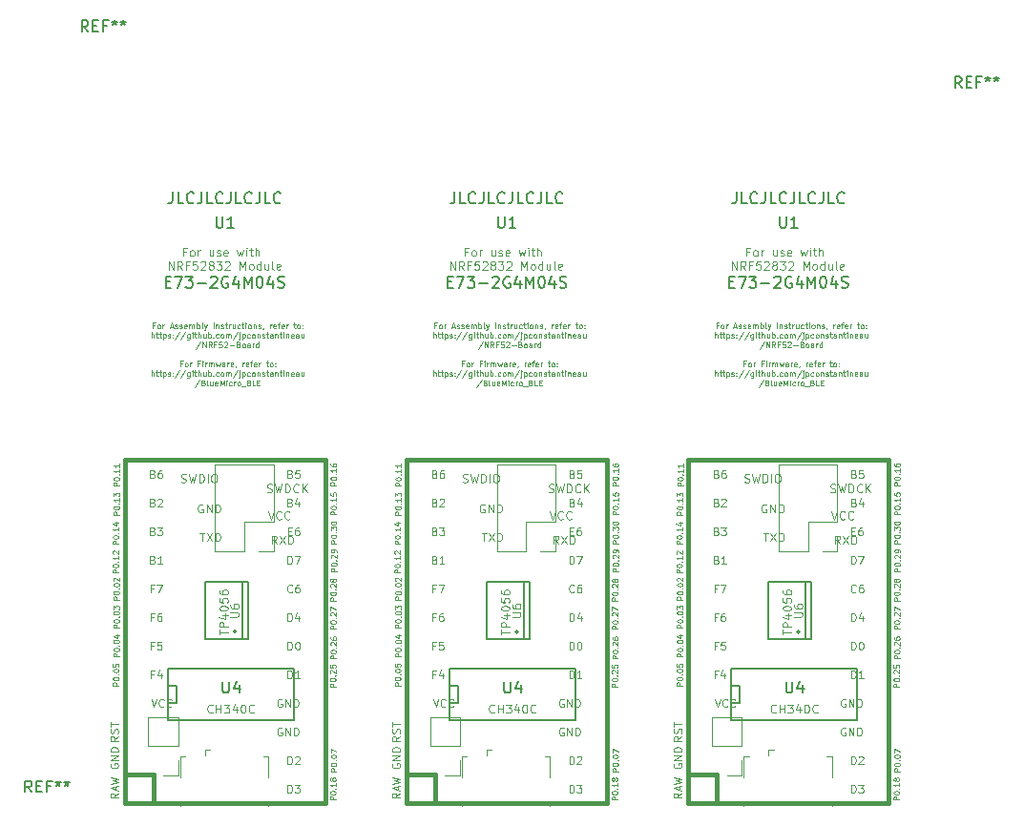
<source format=gbr>
G04 #@! TF.GenerationSoftware,KiCad,Pcbnew,(5.0.0)*
G04 #@! TF.CreationDate,2020-04-28T11:04:28-06:00*
G04 #@! TF.ProjectId,panel,70616E656C2E6B696361645F70636200,rev?*
G04 #@! TF.SameCoordinates,Original*
G04 #@! TF.FileFunction,Legend,Top*
G04 #@! TF.FilePolarity,Positive*
%FSLAX46Y46*%
G04 Gerber Fmt 4.6, Leading zero omitted, Abs format (unit mm)*
G04 Created by KiCad (PCBNEW (5.0.0)) date 04/28/20 11:04:28*
%MOMM*%
%LPD*%
G01*
G04 APERTURE LIST*
%ADD10C,0.100000*%
%ADD11C,0.200000*%
%ADD12C,0.120000*%
%ADD13C,0.150000*%
%ADD14C,0.381000*%
%ADD15C,0.110000*%
G04 APERTURE END LIST*
D10*
X113185530Y-71214025D02*
X112685530Y-71214025D01*
X112685530Y-71023549D01*
X112709340Y-70975930D01*
X112733149Y-70952120D01*
X112780768Y-70928311D01*
X112852197Y-70928311D01*
X112899816Y-70952120D01*
X112923625Y-70975930D01*
X112947435Y-71023549D01*
X112947435Y-71214025D01*
X112685530Y-70618787D02*
X112685530Y-70571168D01*
X112709340Y-70523549D01*
X112733149Y-70499740D01*
X112780768Y-70475930D01*
X112876006Y-70452120D01*
X112995054Y-70452120D01*
X113090292Y-70475930D01*
X113137911Y-70499740D01*
X113161720Y-70523549D01*
X113185530Y-70571168D01*
X113185530Y-70618787D01*
X113161720Y-70666406D01*
X113137911Y-70690216D01*
X113090292Y-70714025D01*
X112995054Y-70737835D01*
X112876006Y-70737835D01*
X112780768Y-70714025D01*
X112733149Y-70690216D01*
X112709340Y-70666406D01*
X112685530Y-70618787D01*
X113137911Y-70237835D02*
X113161720Y-70214025D01*
X113185530Y-70237835D01*
X113161720Y-70261644D01*
X113137911Y-70237835D01*
X113185530Y-70237835D01*
X113185530Y-69737835D02*
X113185530Y-70023549D01*
X113185530Y-69880692D02*
X112685530Y-69880692D01*
X112756959Y-69928311D01*
X112804578Y-69975930D01*
X112828387Y-70023549D01*
X112685530Y-69309263D02*
X112685530Y-69404501D01*
X112709340Y-69452120D01*
X112733149Y-69475930D01*
X112804578Y-69523549D01*
X112899816Y-69547359D01*
X113090292Y-69547359D01*
X113137911Y-69523549D01*
X113161720Y-69499740D01*
X113185530Y-69452120D01*
X113185530Y-69356882D01*
X113161720Y-69309263D01*
X113137911Y-69285454D01*
X113090292Y-69261644D01*
X112971244Y-69261644D01*
X112923625Y-69285454D01*
X112899816Y-69309263D01*
X112876006Y-69356882D01*
X112876006Y-69452120D01*
X112899816Y-69499740D01*
X112923625Y-69523549D01*
X112971244Y-69547359D01*
X88185530Y-71214025D02*
X87685530Y-71214025D01*
X87685530Y-71023549D01*
X87709340Y-70975930D01*
X87733149Y-70952120D01*
X87780768Y-70928311D01*
X87852197Y-70928311D01*
X87899816Y-70952120D01*
X87923625Y-70975930D01*
X87947435Y-71023549D01*
X87947435Y-71214025D01*
X87685530Y-70618787D02*
X87685530Y-70571168D01*
X87709340Y-70523549D01*
X87733149Y-70499740D01*
X87780768Y-70475930D01*
X87876006Y-70452120D01*
X87995054Y-70452120D01*
X88090292Y-70475930D01*
X88137911Y-70499740D01*
X88161720Y-70523549D01*
X88185530Y-70571168D01*
X88185530Y-70618787D01*
X88161720Y-70666406D01*
X88137911Y-70690216D01*
X88090292Y-70714025D01*
X87995054Y-70737835D01*
X87876006Y-70737835D01*
X87780768Y-70714025D01*
X87733149Y-70690216D01*
X87709340Y-70666406D01*
X87685530Y-70618787D01*
X88137911Y-70237835D02*
X88161720Y-70214025D01*
X88185530Y-70237835D01*
X88161720Y-70261644D01*
X88137911Y-70237835D01*
X88185530Y-70237835D01*
X88185530Y-69737835D02*
X88185530Y-70023549D01*
X88185530Y-69880692D02*
X87685530Y-69880692D01*
X87756959Y-69928311D01*
X87804578Y-69975930D01*
X87828387Y-70023549D01*
X87685530Y-69309263D02*
X87685530Y-69404501D01*
X87709340Y-69452120D01*
X87733149Y-69475930D01*
X87804578Y-69523549D01*
X87899816Y-69547359D01*
X88090292Y-69547359D01*
X88137911Y-69523549D01*
X88161720Y-69499740D01*
X88185530Y-69452120D01*
X88185530Y-69356882D01*
X88161720Y-69309263D01*
X88137911Y-69285454D01*
X88090292Y-69261644D01*
X87971244Y-69261644D01*
X87923625Y-69285454D01*
X87899816Y-69309263D01*
X87876006Y-69356882D01*
X87876006Y-69452120D01*
X87899816Y-69499740D01*
X87923625Y-69523549D01*
X87971244Y-69547359D01*
X101082911Y-75433025D02*
X101511482Y-75433025D01*
X101297197Y-76183025D02*
X101297197Y-75433025D01*
X101690054Y-75433025D02*
X102190054Y-76183025D01*
X102190054Y-75433025D02*
X101690054Y-76183025D01*
X102475768Y-76183025D02*
X102475768Y-75433025D01*
X102654340Y-75433025D01*
X102761482Y-75468740D01*
X102832911Y-75540168D01*
X102868625Y-75611597D01*
X102904340Y-75754454D01*
X102904340Y-75861597D01*
X102868625Y-76004454D01*
X102832911Y-76075882D01*
X102761482Y-76147311D01*
X102654340Y-76183025D01*
X102475768Y-76183025D01*
X76082911Y-75433025D02*
X76511482Y-75433025D01*
X76297197Y-76183025D02*
X76297197Y-75433025D01*
X76690054Y-75433025D02*
X77190054Y-76183025D01*
X77190054Y-75433025D02*
X76690054Y-76183025D01*
X77475768Y-76183025D02*
X77475768Y-75433025D01*
X77654340Y-75433025D01*
X77761482Y-75468740D01*
X77832911Y-75540168D01*
X77868625Y-75611597D01*
X77904340Y-75754454D01*
X77904340Y-75861597D01*
X77868625Y-76004454D01*
X77832911Y-76075882D01*
X77761482Y-76147311D01*
X77654340Y-76183025D01*
X77475768Y-76183025D01*
X99424054Y-70940311D02*
X99531197Y-70976025D01*
X99709768Y-70976025D01*
X99781197Y-70940311D01*
X99816911Y-70904597D01*
X99852625Y-70833168D01*
X99852625Y-70761740D01*
X99816911Y-70690311D01*
X99781197Y-70654597D01*
X99709768Y-70618882D01*
X99566911Y-70583168D01*
X99495482Y-70547454D01*
X99459768Y-70511740D01*
X99424054Y-70440311D01*
X99424054Y-70368882D01*
X99459768Y-70297454D01*
X99495482Y-70261740D01*
X99566911Y-70226025D01*
X99745482Y-70226025D01*
X99852625Y-70261740D01*
X100102625Y-70226025D02*
X100281197Y-70976025D01*
X100424054Y-70440311D01*
X100566911Y-70976025D01*
X100745482Y-70226025D01*
X101031197Y-70976025D02*
X101031197Y-70226025D01*
X101209768Y-70226025D01*
X101316911Y-70261740D01*
X101388340Y-70333168D01*
X101424054Y-70404597D01*
X101459768Y-70547454D01*
X101459768Y-70654597D01*
X101424054Y-70797454D01*
X101388340Y-70868882D01*
X101316911Y-70940311D01*
X101209768Y-70976025D01*
X101031197Y-70976025D01*
X101781197Y-70976025D02*
X101781197Y-70226025D01*
X102281197Y-70226025D02*
X102424054Y-70226025D01*
X102495482Y-70261740D01*
X102566911Y-70333168D01*
X102602625Y-70476025D01*
X102602625Y-70726025D01*
X102566911Y-70868882D01*
X102495482Y-70940311D01*
X102424054Y-70976025D01*
X102281197Y-70976025D01*
X102209768Y-70940311D01*
X102138340Y-70868882D01*
X102102625Y-70726025D01*
X102102625Y-70476025D01*
X102138340Y-70333168D01*
X102209768Y-70261740D01*
X102281197Y-70226025D01*
X74424054Y-70940311D02*
X74531197Y-70976025D01*
X74709768Y-70976025D01*
X74781197Y-70940311D01*
X74816911Y-70904597D01*
X74852625Y-70833168D01*
X74852625Y-70761740D01*
X74816911Y-70690311D01*
X74781197Y-70654597D01*
X74709768Y-70618882D01*
X74566911Y-70583168D01*
X74495482Y-70547454D01*
X74459768Y-70511740D01*
X74424054Y-70440311D01*
X74424054Y-70368882D01*
X74459768Y-70297454D01*
X74495482Y-70261740D01*
X74566911Y-70226025D01*
X74745482Y-70226025D01*
X74852625Y-70261740D01*
X75102625Y-70226025D02*
X75281197Y-70976025D01*
X75424054Y-70440311D01*
X75566911Y-70976025D01*
X75745482Y-70226025D01*
X76031197Y-70976025D02*
X76031197Y-70226025D01*
X76209768Y-70226025D01*
X76316911Y-70261740D01*
X76388340Y-70333168D01*
X76424054Y-70404597D01*
X76459768Y-70547454D01*
X76459768Y-70654597D01*
X76424054Y-70797454D01*
X76388340Y-70868882D01*
X76316911Y-70940311D01*
X76209768Y-70976025D01*
X76031197Y-70976025D01*
X76781197Y-70976025D02*
X76781197Y-70226025D01*
X77281197Y-70226025D02*
X77424054Y-70226025D01*
X77495482Y-70261740D01*
X77566911Y-70333168D01*
X77602625Y-70476025D01*
X77602625Y-70726025D01*
X77566911Y-70868882D01*
X77495482Y-70940311D01*
X77424054Y-70976025D01*
X77281197Y-70976025D01*
X77209768Y-70940311D01*
X77138340Y-70868882D01*
X77102625Y-70726025D01*
X77102625Y-70476025D01*
X77138340Y-70333168D01*
X77209768Y-70261740D01*
X77281197Y-70226025D01*
X113155530Y-81454025D02*
X112655530Y-81454025D01*
X112655530Y-81263549D01*
X112679340Y-81215930D01*
X112703149Y-81192120D01*
X112750768Y-81168311D01*
X112822197Y-81168311D01*
X112869816Y-81192120D01*
X112893625Y-81215930D01*
X112917435Y-81263549D01*
X112917435Y-81454025D01*
X112655530Y-80858787D02*
X112655530Y-80811168D01*
X112679340Y-80763549D01*
X112703149Y-80739740D01*
X112750768Y-80715930D01*
X112846006Y-80692120D01*
X112965054Y-80692120D01*
X113060292Y-80715930D01*
X113107911Y-80739740D01*
X113131720Y-80763549D01*
X113155530Y-80811168D01*
X113155530Y-80858787D01*
X113131720Y-80906406D01*
X113107911Y-80930216D01*
X113060292Y-80954025D01*
X112965054Y-80977835D01*
X112846006Y-80977835D01*
X112750768Y-80954025D01*
X112703149Y-80930216D01*
X112679340Y-80906406D01*
X112655530Y-80858787D01*
X113107911Y-80477835D02*
X113131720Y-80454025D01*
X113155530Y-80477835D01*
X113131720Y-80501644D01*
X113107911Y-80477835D01*
X113155530Y-80477835D01*
X112703149Y-80263549D02*
X112679340Y-80239740D01*
X112655530Y-80192120D01*
X112655530Y-80073073D01*
X112679340Y-80025454D01*
X112703149Y-80001644D01*
X112750768Y-79977835D01*
X112798387Y-79977835D01*
X112869816Y-80001644D01*
X113155530Y-80287359D01*
X113155530Y-79977835D01*
X112869816Y-79692120D02*
X112846006Y-79739740D01*
X112822197Y-79763549D01*
X112774578Y-79787359D01*
X112750768Y-79787359D01*
X112703149Y-79763549D01*
X112679340Y-79739740D01*
X112655530Y-79692120D01*
X112655530Y-79596882D01*
X112679340Y-79549263D01*
X112703149Y-79525454D01*
X112750768Y-79501644D01*
X112774578Y-79501644D01*
X112822197Y-79525454D01*
X112846006Y-79549263D01*
X112869816Y-79596882D01*
X112869816Y-79692120D01*
X112893625Y-79739740D01*
X112917435Y-79763549D01*
X112965054Y-79787359D01*
X113060292Y-79787359D01*
X113107911Y-79763549D01*
X113131720Y-79739740D01*
X113155530Y-79692120D01*
X113155530Y-79596882D01*
X113131720Y-79549263D01*
X113107911Y-79525454D01*
X113060292Y-79501644D01*
X112965054Y-79501644D01*
X112917435Y-79525454D01*
X112893625Y-79549263D01*
X112869816Y-79596882D01*
X88155530Y-81454025D02*
X87655530Y-81454025D01*
X87655530Y-81263549D01*
X87679340Y-81215930D01*
X87703149Y-81192120D01*
X87750768Y-81168311D01*
X87822197Y-81168311D01*
X87869816Y-81192120D01*
X87893625Y-81215930D01*
X87917435Y-81263549D01*
X87917435Y-81454025D01*
X87655530Y-80858787D02*
X87655530Y-80811168D01*
X87679340Y-80763549D01*
X87703149Y-80739740D01*
X87750768Y-80715930D01*
X87846006Y-80692120D01*
X87965054Y-80692120D01*
X88060292Y-80715930D01*
X88107911Y-80739740D01*
X88131720Y-80763549D01*
X88155530Y-80811168D01*
X88155530Y-80858787D01*
X88131720Y-80906406D01*
X88107911Y-80930216D01*
X88060292Y-80954025D01*
X87965054Y-80977835D01*
X87846006Y-80977835D01*
X87750768Y-80954025D01*
X87703149Y-80930216D01*
X87679340Y-80906406D01*
X87655530Y-80858787D01*
X88107911Y-80477835D02*
X88131720Y-80454025D01*
X88155530Y-80477835D01*
X88131720Y-80501644D01*
X88107911Y-80477835D01*
X88155530Y-80477835D01*
X87703149Y-80263549D02*
X87679340Y-80239740D01*
X87655530Y-80192120D01*
X87655530Y-80073073D01*
X87679340Y-80025454D01*
X87703149Y-80001644D01*
X87750768Y-79977835D01*
X87798387Y-79977835D01*
X87869816Y-80001644D01*
X88155530Y-80287359D01*
X88155530Y-79977835D01*
X87869816Y-79692120D02*
X87846006Y-79739740D01*
X87822197Y-79763549D01*
X87774578Y-79787359D01*
X87750768Y-79787359D01*
X87703149Y-79763549D01*
X87679340Y-79739740D01*
X87655530Y-79692120D01*
X87655530Y-79596882D01*
X87679340Y-79549263D01*
X87703149Y-79525454D01*
X87750768Y-79501644D01*
X87774578Y-79501644D01*
X87822197Y-79525454D01*
X87846006Y-79549263D01*
X87869816Y-79596882D01*
X87869816Y-79692120D01*
X87893625Y-79739740D01*
X87917435Y-79763549D01*
X87965054Y-79787359D01*
X88060292Y-79787359D01*
X88107911Y-79763549D01*
X88131720Y-79739740D01*
X88155530Y-79692120D01*
X88155530Y-79596882D01*
X88131720Y-79549263D01*
X88107911Y-79525454D01*
X88060292Y-79501644D01*
X87965054Y-79501644D01*
X87917435Y-79525454D01*
X87893625Y-79549263D01*
X87869816Y-79596882D01*
X107879340Y-76437025D02*
X107629340Y-76079882D01*
X107450768Y-76437025D02*
X107450768Y-75687025D01*
X107736482Y-75687025D01*
X107807911Y-75722740D01*
X107843625Y-75758454D01*
X107879340Y-75829882D01*
X107879340Y-75937025D01*
X107843625Y-76008454D01*
X107807911Y-76044168D01*
X107736482Y-76079882D01*
X107450768Y-76079882D01*
X108129340Y-75687025D02*
X108629340Y-76437025D01*
X108629340Y-75687025D02*
X108129340Y-76437025D01*
X108915054Y-76437025D02*
X108915054Y-75687025D01*
X109093625Y-75687025D01*
X109200768Y-75722740D01*
X109272197Y-75794168D01*
X109307911Y-75865597D01*
X109343625Y-76008454D01*
X109343625Y-76115597D01*
X109307911Y-76258454D01*
X109272197Y-76329882D01*
X109200768Y-76401311D01*
X109093625Y-76437025D01*
X108915054Y-76437025D01*
X82879340Y-76437025D02*
X82629340Y-76079882D01*
X82450768Y-76437025D02*
X82450768Y-75687025D01*
X82736482Y-75687025D01*
X82807911Y-75722740D01*
X82843625Y-75758454D01*
X82879340Y-75829882D01*
X82879340Y-75937025D01*
X82843625Y-76008454D01*
X82807911Y-76044168D01*
X82736482Y-76079882D01*
X82450768Y-76079882D01*
X83129340Y-75687025D02*
X83629340Y-76437025D01*
X83629340Y-75687025D02*
X83129340Y-76437025D01*
X83915054Y-76437025D02*
X83915054Y-75687025D01*
X84093625Y-75687025D01*
X84200768Y-75722740D01*
X84272197Y-75794168D01*
X84307911Y-75865597D01*
X84343625Y-76008454D01*
X84343625Y-76115597D01*
X84307911Y-76258454D01*
X84272197Y-76329882D01*
X84200768Y-76401311D01*
X84093625Y-76437025D01*
X83915054Y-76437025D01*
X107051482Y-71823311D02*
X107158625Y-71859025D01*
X107337197Y-71859025D01*
X107408625Y-71823311D01*
X107444340Y-71787597D01*
X107480054Y-71716168D01*
X107480054Y-71644740D01*
X107444340Y-71573311D01*
X107408625Y-71537597D01*
X107337197Y-71501882D01*
X107194340Y-71466168D01*
X107122911Y-71430454D01*
X107087197Y-71394740D01*
X107051482Y-71323311D01*
X107051482Y-71251882D01*
X107087197Y-71180454D01*
X107122911Y-71144740D01*
X107194340Y-71109025D01*
X107372911Y-71109025D01*
X107480054Y-71144740D01*
X107730054Y-71109025D02*
X107908625Y-71859025D01*
X108051482Y-71323311D01*
X108194340Y-71859025D01*
X108372911Y-71109025D01*
X108658625Y-71859025D02*
X108658625Y-71109025D01*
X108837197Y-71109025D01*
X108944340Y-71144740D01*
X109015768Y-71216168D01*
X109051482Y-71287597D01*
X109087197Y-71430454D01*
X109087197Y-71537597D01*
X109051482Y-71680454D01*
X109015768Y-71751882D01*
X108944340Y-71823311D01*
X108837197Y-71859025D01*
X108658625Y-71859025D01*
X109837197Y-71787597D02*
X109801482Y-71823311D01*
X109694340Y-71859025D01*
X109622911Y-71859025D01*
X109515768Y-71823311D01*
X109444340Y-71751882D01*
X109408625Y-71680454D01*
X109372911Y-71537597D01*
X109372911Y-71430454D01*
X109408625Y-71287597D01*
X109444340Y-71216168D01*
X109515768Y-71144740D01*
X109622911Y-71109025D01*
X109694340Y-71109025D01*
X109801482Y-71144740D01*
X109837197Y-71180454D01*
X110158625Y-71859025D02*
X110158625Y-71109025D01*
X110587197Y-71859025D02*
X110265768Y-71430454D01*
X110587197Y-71109025D02*
X110158625Y-71537597D01*
X82051482Y-71823311D02*
X82158625Y-71859025D01*
X82337197Y-71859025D01*
X82408625Y-71823311D01*
X82444340Y-71787597D01*
X82480054Y-71716168D01*
X82480054Y-71644740D01*
X82444340Y-71573311D01*
X82408625Y-71537597D01*
X82337197Y-71501882D01*
X82194340Y-71466168D01*
X82122911Y-71430454D01*
X82087197Y-71394740D01*
X82051482Y-71323311D01*
X82051482Y-71251882D01*
X82087197Y-71180454D01*
X82122911Y-71144740D01*
X82194340Y-71109025D01*
X82372911Y-71109025D01*
X82480054Y-71144740D01*
X82730054Y-71109025D02*
X82908625Y-71859025D01*
X83051482Y-71323311D01*
X83194340Y-71859025D01*
X83372911Y-71109025D01*
X83658625Y-71859025D02*
X83658625Y-71109025D01*
X83837197Y-71109025D01*
X83944340Y-71144740D01*
X84015768Y-71216168D01*
X84051482Y-71287597D01*
X84087197Y-71430454D01*
X84087197Y-71537597D01*
X84051482Y-71680454D01*
X84015768Y-71751882D01*
X83944340Y-71823311D01*
X83837197Y-71859025D01*
X83658625Y-71859025D01*
X84837197Y-71787597D02*
X84801482Y-71823311D01*
X84694340Y-71859025D01*
X84622911Y-71859025D01*
X84515768Y-71823311D01*
X84444340Y-71751882D01*
X84408625Y-71680454D01*
X84372911Y-71537597D01*
X84372911Y-71430454D01*
X84408625Y-71287597D01*
X84444340Y-71216168D01*
X84515768Y-71144740D01*
X84622911Y-71109025D01*
X84694340Y-71109025D01*
X84801482Y-71144740D01*
X84837197Y-71180454D01*
X85158625Y-71859025D02*
X85158625Y-71109025D01*
X85587197Y-71859025D02*
X85265768Y-71430454D01*
X85587197Y-71109025D02*
X85158625Y-71537597D01*
X101330911Y-72928740D02*
X101259482Y-72893025D01*
X101152340Y-72893025D01*
X101045197Y-72928740D01*
X100973768Y-73000168D01*
X100938054Y-73071597D01*
X100902340Y-73214454D01*
X100902340Y-73321597D01*
X100938054Y-73464454D01*
X100973768Y-73535882D01*
X101045197Y-73607311D01*
X101152340Y-73643025D01*
X101223768Y-73643025D01*
X101330911Y-73607311D01*
X101366625Y-73571597D01*
X101366625Y-73321597D01*
X101223768Y-73321597D01*
X101688054Y-73643025D02*
X101688054Y-72893025D01*
X102116625Y-73643025D01*
X102116625Y-72893025D01*
X102473768Y-73643025D02*
X102473768Y-72893025D01*
X102652340Y-72893025D01*
X102759482Y-72928740D01*
X102830911Y-73000168D01*
X102866625Y-73071597D01*
X102902340Y-73214454D01*
X102902340Y-73321597D01*
X102866625Y-73464454D01*
X102830911Y-73535882D01*
X102759482Y-73607311D01*
X102652340Y-73643025D01*
X102473768Y-73643025D01*
X76330911Y-72928740D02*
X76259482Y-72893025D01*
X76152340Y-72893025D01*
X76045197Y-72928740D01*
X75973768Y-73000168D01*
X75938054Y-73071597D01*
X75902340Y-73214454D01*
X75902340Y-73321597D01*
X75938054Y-73464454D01*
X75973768Y-73535882D01*
X76045197Y-73607311D01*
X76152340Y-73643025D01*
X76223768Y-73643025D01*
X76330911Y-73607311D01*
X76366625Y-73571597D01*
X76366625Y-73321597D01*
X76223768Y-73321597D01*
X76688054Y-73643025D02*
X76688054Y-72893025D01*
X77116625Y-73643025D01*
X77116625Y-72893025D01*
X77473768Y-73643025D02*
X77473768Y-72893025D01*
X77652340Y-72893025D01*
X77759482Y-72928740D01*
X77830911Y-73000168D01*
X77866625Y-73071597D01*
X77902340Y-73214454D01*
X77902340Y-73321597D01*
X77866625Y-73464454D01*
X77830911Y-73535882D01*
X77759482Y-73607311D01*
X77652340Y-73643025D01*
X77473768Y-73643025D01*
X107119340Y-73499025D02*
X107369340Y-74249025D01*
X107619340Y-73499025D01*
X108297911Y-74177597D02*
X108262197Y-74213311D01*
X108155054Y-74249025D01*
X108083625Y-74249025D01*
X107976482Y-74213311D01*
X107905054Y-74141882D01*
X107869340Y-74070454D01*
X107833625Y-73927597D01*
X107833625Y-73820454D01*
X107869340Y-73677597D01*
X107905054Y-73606168D01*
X107976482Y-73534740D01*
X108083625Y-73499025D01*
X108155054Y-73499025D01*
X108262197Y-73534740D01*
X108297911Y-73570454D01*
X109047911Y-74177597D02*
X109012197Y-74213311D01*
X108905054Y-74249025D01*
X108833625Y-74249025D01*
X108726482Y-74213311D01*
X108655054Y-74141882D01*
X108619340Y-74070454D01*
X108583625Y-73927597D01*
X108583625Y-73820454D01*
X108619340Y-73677597D01*
X108655054Y-73606168D01*
X108726482Y-73534740D01*
X108833625Y-73499025D01*
X108905054Y-73499025D01*
X109012197Y-73534740D01*
X109047911Y-73570454D01*
X82119340Y-73499025D02*
X82369340Y-74249025D01*
X82619340Y-73499025D01*
X83297911Y-74177597D02*
X83262197Y-74213311D01*
X83155054Y-74249025D01*
X83083625Y-74249025D01*
X82976482Y-74213311D01*
X82905054Y-74141882D01*
X82869340Y-74070454D01*
X82833625Y-73927597D01*
X82833625Y-73820454D01*
X82869340Y-73677597D01*
X82905054Y-73606168D01*
X82976482Y-73534740D01*
X83083625Y-73499025D01*
X83155054Y-73499025D01*
X83262197Y-73534740D01*
X83297911Y-73570454D01*
X84047911Y-74177597D02*
X84012197Y-74213311D01*
X83905054Y-74249025D01*
X83833625Y-74249025D01*
X83726482Y-74213311D01*
X83655054Y-74141882D01*
X83619340Y-74070454D01*
X83583625Y-73927597D01*
X83583625Y-73820454D01*
X83619340Y-73677597D01*
X83655054Y-73606168D01*
X83726482Y-73534740D01*
X83833625Y-73499025D01*
X83905054Y-73499025D01*
X84012197Y-73534740D01*
X84047911Y-73570454D01*
X113165530Y-83974025D02*
X112665530Y-83974025D01*
X112665530Y-83783549D01*
X112689340Y-83735930D01*
X112713149Y-83712120D01*
X112760768Y-83688311D01*
X112832197Y-83688311D01*
X112879816Y-83712120D01*
X112903625Y-83735930D01*
X112927435Y-83783549D01*
X112927435Y-83974025D01*
X112665530Y-83378787D02*
X112665530Y-83331168D01*
X112689340Y-83283549D01*
X112713149Y-83259740D01*
X112760768Y-83235930D01*
X112856006Y-83212120D01*
X112975054Y-83212120D01*
X113070292Y-83235930D01*
X113117911Y-83259740D01*
X113141720Y-83283549D01*
X113165530Y-83331168D01*
X113165530Y-83378787D01*
X113141720Y-83426406D01*
X113117911Y-83450216D01*
X113070292Y-83474025D01*
X112975054Y-83497835D01*
X112856006Y-83497835D01*
X112760768Y-83474025D01*
X112713149Y-83450216D01*
X112689340Y-83426406D01*
X112665530Y-83378787D01*
X113117911Y-82997835D02*
X113141720Y-82974025D01*
X113165530Y-82997835D01*
X113141720Y-83021644D01*
X113117911Y-82997835D01*
X113165530Y-82997835D01*
X112713149Y-82783549D02*
X112689340Y-82759740D01*
X112665530Y-82712120D01*
X112665530Y-82593073D01*
X112689340Y-82545454D01*
X112713149Y-82521644D01*
X112760768Y-82497835D01*
X112808387Y-82497835D01*
X112879816Y-82521644D01*
X113165530Y-82807359D01*
X113165530Y-82497835D01*
X112665530Y-82331168D02*
X112665530Y-81997835D01*
X113165530Y-82212120D01*
X88165530Y-83974025D02*
X87665530Y-83974025D01*
X87665530Y-83783549D01*
X87689340Y-83735930D01*
X87713149Y-83712120D01*
X87760768Y-83688311D01*
X87832197Y-83688311D01*
X87879816Y-83712120D01*
X87903625Y-83735930D01*
X87927435Y-83783549D01*
X87927435Y-83974025D01*
X87665530Y-83378787D02*
X87665530Y-83331168D01*
X87689340Y-83283549D01*
X87713149Y-83259740D01*
X87760768Y-83235930D01*
X87856006Y-83212120D01*
X87975054Y-83212120D01*
X88070292Y-83235930D01*
X88117911Y-83259740D01*
X88141720Y-83283549D01*
X88165530Y-83331168D01*
X88165530Y-83378787D01*
X88141720Y-83426406D01*
X88117911Y-83450216D01*
X88070292Y-83474025D01*
X87975054Y-83497835D01*
X87856006Y-83497835D01*
X87760768Y-83474025D01*
X87713149Y-83450216D01*
X87689340Y-83426406D01*
X87665530Y-83378787D01*
X88117911Y-82997835D02*
X88141720Y-82974025D01*
X88165530Y-82997835D01*
X88141720Y-83021644D01*
X88117911Y-82997835D01*
X88165530Y-82997835D01*
X87713149Y-82783549D02*
X87689340Y-82759740D01*
X87665530Y-82712120D01*
X87665530Y-82593073D01*
X87689340Y-82545454D01*
X87713149Y-82521644D01*
X87760768Y-82497835D01*
X87808387Y-82497835D01*
X87879816Y-82521644D01*
X88165530Y-82807359D01*
X88165530Y-82497835D01*
X87665530Y-82331168D02*
X87665530Y-81997835D01*
X88165530Y-82212120D01*
X113195530Y-76374025D02*
X112695530Y-76374025D01*
X112695530Y-76183549D01*
X112719340Y-76135930D01*
X112743149Y-76112120D01*
X112790768Y-76088311D01*
X112862197Y-76088311D01*
X112909816Y-76112120D01*
X112933625Y-76135930D01*
X112957435Y-76183549D01*
X112957435Y-76374025D01*
X112695530Y-75778787D02*
X112695530Y-75731168D01*
X112719340Y-75683549D01*
X112743149Y-75659740D01*
X112790768Y-75635930D01*
X112886006Y-75612120D01*
X113005054Y-75612120D01*
X113100292Y-75635930D01*
X113147911Y-75659740D01*
X113171720Y-75683549D01*
X113195530Y-75731168D01*
X113195530Y-75778787D01*
X113171720Y-75826406D01*
X113147911Y-75850216D01*
X113100292Y-75874025D01*
X113005054Y-75897835D01*
X112886006Y-75897835D01*
X112790768Y-75874025D01*
X112743149Y-75850216D01*
X112719340Y-75826406D01*
X112695530Y-75778787D01*
X113147911Y-75397835D02*
X113171720Y-75374025D01*
X113195530Y-75397835D01*
X113171720Y-75421644D01*
X113147911Y-75397835D01*
X113195530Y-75397835D01*
X112695530Y-75207359D02*
X112695530Y-74897835D01*
X112886006Y-75064501D01*
X112886006Y-74993073D01*
X112909816Y-74945454D01*
X112933625Y-74921644D01*
X112981244Y-74897835D01*
X113100292Y-74897835D01*
X113147911Y-74921644D01*
X113171720Y-74945454D01*
X113195530Y-74993073D01*
X113195530Y-75135930D01*
X113171720Y-75183549D01*
X113147911Y-75207359D01*
X112695530Y-74588311D02*
X112695530Y-74540692D01*
X112719340Y-74493073D01*
X112743149Y-74469263D01*
X112790768Y-74445454D01*
X112886006Y-74421644D01*
X113005054Y-74421644D01*
X113100292Y-74445454D01*
X113147911Y-74469263D01*
X113171720Y-74493073D01*
X113195530Y-74540692D01*
X113195530Y-74588311D01*
X113171720Y-74635930D01*
X113147911Y-74659740D01*
X113100292Y-74683549D01*
X113005054Y-74707359D01*
X112886006Y-74707359D01*
X112790768Y-74683549D01*
X112743149Y-74659740D01*
X112719340Y-74635930D01*
X112695530Y-74588311D01*
X88195530Y-76374025D02*
X87695530Y-76374025D01*
X87695530Y-76183549D01*
X87719340Y-76135930D01*
X87743149Y-76112120D01*
X87790768Y-76088311D01*
X87862197Y-76088311D01*
X87909816Y-76112120D01*
X87933625Y-76135930D01*
X87957435Y-76183549D01*
X87957435Y-76374025D01*
X87695530Y-75778787D02*
X87695530Y-75731168D01*
X87719340Y-75683549D01*
X87743149Y-75659740D01*
X87790768Y-75635930D01*
X87886006Y-75612120D01*
X88005054Y-75612120D01*
X88100292Y-75635930D01*
X88147911Y-75659740D01*
X88171720Y-75683549D01*
X88195530Y-75731168D01*
X88195530Y-75778787D01*
X88171720Y-75826406D01*
X88147911Y-75850216D01*
X88100292Y-75874025D01*
X88005054Y-75897835D01*
X87886006Y-75897835D01*
X87790768Y-75874025D01*
X87743149Y-75850216D01*
X87719340Y-75826406D01*
X87695530Y-75778787D01*
X88147911Y-75397835D02*
X88171720Y-75374025D01*
X88195530Y-75397835D01*
X88171720Y-75421644D01*
X88147911Y-75397835D01*
X88195530Y-75397835D01*
X87695530Y-75207359D02*
X87695530Y-74897835D01*
X87886006Y-75064501D01*
X87886006Y-74993073D01*
X87909816Y-74945454D01*
X87933625Y-74921644D01*
X87981244Y-74897835D01*
X88100292Y-74897835D01*
X88147911Y-74921644D01*
X88171720Y-74945454D01*
X88195530Y-74993073D01*
X88195530Y-75135930D01*
X88171720Y-75183549D01*
X88147911Y-75207359D01*
X87695530Y-74588311D02*
X87695530Y-74540692D01*
X87719340Y-74493073D01*
X87743149Y-74469263D01*
X87790768Y-74445454D01*
X87886006Y-74421644D01*
X88005054Y-74421644D01*
X88100292Y-74445454D01*
X88147911Y-74469263D01*
X88171720Y-74493073D01*
X88195530Y-74540692D01*
X88195530Y-74588311D01*
X88171720Y-74635930D01*
X88147911Y-74659740D01*
X88100292Y-74683549D01*
X88005054Y-74707359D01*
X87886006Y-74707359D01*
X87790768Y-74683549D01*
X87743149Y-74659740D01*
X87719340Y-74635930D01*
X87695530Y-74588311D01*
X113195530Y-96614025D02*
X112695530Y-96614025D01*
X112695530Y-96423549D01*
X112719340Y-96375930D01*
X112743149Y-96352120D01*
X112790768Y-96328311D01*
X112862197Y-96328311D01*
X112909816Y-96352120D01*
X112933625Y-96375930D01*
X112957435Y-96423549D01*
X112957435Y-96614025D01*
X112695530Y-96018787D02*
X112695530Y-95971168D01*
X112719340Y-95923549D01*
X112743149Y-95899740D01*
X112790768Y-95875930D01*
X112886006Y-95852120D01*
X113005054Y-95852120D01*
X113100292Y-95875930D01*
X113147911Y-95899740D01*
X113171720Y-95923549D01*
X113195530Y-95971168D01*
X113195530Y-96018787D01*
X113171720Y-96066406D01*
X113147911Y-96090216D01*
X113100292Y-96114025D01*
X113005054Y-96137835D01*
X112886006Y-96137835D01*
X112790768Y-96114025D01*
X112743149Y-96090216D01*
X112719340Y-96066406D01*
X112695530Y-96018787D01*
X113147911Y-95637835D02*
X113171720Y-95614025D01*
X113195530Y-95637835D01*
X113171720Y-95661644D01*
X113147911Y-95637835D01*
X113195530Y-95637835D01*
X112695530Y-95304501D02*
X112695530Y-95256882D01*
X112719340Y-95209263D01*
X112743149Y-95185454D01*
X112790768Y-95161644D01*
X112886006Y-95137835D01*
X113005054Y-95137835D01*
X113100292Y-95161644D01*
X113147911Y-95185454D01*
X113171720Y-95209263D01*
X113195530Y-95256882D01*
X113195530Y-95304501D01*
X113171720Y-95352120D01*
X113147911Y-95375930D01*
X113100292Y-95399740D01*
X113005054Y-95423549D01*
X112886006Y-95423549D01*
X112790768Y-95399740D01*
X112743149Y-95375930D01*
X112719340Y-95352120D01*
X112695530Y-95304501D01*
X112695530Y-94971168D02*
X112695530Y-94637835D01*
X113195530Y-94852120D01*
X88195530Y-96614025D02*
X87695530Y-96614025D01*
X87695530Y-96423549D01*
X87719340Y-96375930D01*
X87743149Y-96352120D01*
X87790768Y-96328311D01*
X87862197Y-96328311D01*
X87909816Y-96352120D01*
X87933625Y-96375930D01*
X87957435Y-96423549D01*
X87957435Y-96614025D01*
X87695530Y-96018787D02*
X87695530Y-95971168D01*
X87719340Y-95923549D01*
X87743149Y-95899740D01*
X87790768Y-95875930D01*
X87886006Y-95852120D01*
X88005054Y-95852120D01*
X88100292Y-95875930D01*
X88147911Y-95899740D01*
X88171720Y-95923549D01*
X88195530Y-95971168D01*
X88195530Y-96018787D01*
X88171720Y-96066406D01*
X88147911Y-96090216D01*
X88100292Y-96114025D01*
X88005054Y-96137835D01*
X87886006Y-96137835D01*
X87790768Y-96114025D01*
X87743149Y-96090216D01*
X87719340Y-96066406D01*
X87695530Y-96018787D01*
X88147911Y-95637835D02*
X88171720Y-95614025D01*
X88195530Y-95637835D01*
X88171720Y-95661644D01*
X88147911Y-95637835D01*
X88195530Y-95637835D01*
X87695530Y-95304501D02*
X87695530Y-95256882D01*
X87719340Y-95209263D01*
X87743149Y-95185454D01*
X87790768Y-95161644D01*
X87886006Y-95137835D01*
X88005054Y-95137835D01*
X88100292Y-95161644D01*
X88147911Y-95185454D01*
X88171720Y-95209263D01*
X88195530Y-95256882D01*
X88195530Y-95304501D01*
X88171720Y-95352120D01*
X88147911Y-95375930D01*
X88100292Y-95399740D01*
X88005054Y-95423549D01*
X87886006Y-95423549D01*
X87790768Y-95399740D01*
X87743149Y-95375930D01*
X87719340Y-95352120D01*
X87695530Y-95304501D01*
X87695530Y-94971168D02*
X87695530Y-94637835D01*
X88195530Y-94852120D01*
X93945530Y-71264025D02*
X93445530Y-71264025D01*
X93445530Y-71073549D01*
X93469340Y-71025930D01*
X93493149Y-71002120D01*
X93540768Y-70978311D01*
X93612197Y-70978311D01*
X93659816Y-71002120D01*
X93683625Y-71025930D01*
X93707435Y-71073549D01*
X93707435Y-71264025D01*
X93445530Y-70668787D02*
X93445530Y-70621168D01*
X93469340Y-70573549D01*
X93493149Y-70549740D01*
X93540768Y-70525930D01*
X93636006Y-70502120D01*
X93755054Y-70502120D01*
X93850292Y-70525930D01*
X93897911Y-70549740D01*
X93921720Y-70573549D01*
X93945530Y-70621168D01*
X93945530Y-70668787D01*
X93921720Y-70716406D01*
X93897911Y-70740216D01*
X93850292Y-70764025D01*
X93755054Y-70787835D01*
X93636006Y-70787835D01*
X93540768Y-70764025D01*
X93493149Y-70740216D01*
X93469340Y-70716406D01*
X93445530Y-70668787D01*
X93897911Y-70287835D02*
X93921720Y-70264025D01*
X93945530Y-70287835D01*
X93921720Y-70311644D01*
X93897911Y-70287835D01*
X93945530Y-70287835D01*
X93945530Y-69787835D02*
X93945530Y-70073549D01*
X93945530Y-69930692D02*
X93445530Y-69930692D01*
X93516959Y-69978311D01*
X93564578Y-70025930D01*
X93588387Y-70073549D01*
X93945530Y-69311644D02*
X93945530Y-69597359D01*
X93945530Y-69454501D02*
X93445530Y-69454501D01*
X93516959Y-69502120D01*
X93564578Y-69549740D01*
X93588387Y-69597359D01*
X68945530Y-71264025D02*
X68445530Y-71264025D01*
X68445530Y-71073549D01*
X68469340Y-71025930D01*
X68493149Y-71002120D01*
X68540768Y-70978311D01*
X68612197Y-70978311D01*
X68659816Y-71002120D01*
X68683625Y-71025930D01*
X68707435Y-71073549D01*
X68707435Y-71264025D01*
X68445530Y-70668787D02*
X68445530Y-70621168D01*
X68469340Y-70573549D01*
X68493149Y-70549740D01*
X68540768Y-70525930D01*
X68636006Y-70502120D01*
X68755054Y-70502120D01*
X68850292Y-70525930D01*
X68897911Y-70549740D01*
X68921720Y-70573549D01*
X68945530Y-70621168D01*
X68945530Y-70668787D01*
X68921720Y-70716406D01*
X68897911Y-70740216D01*
X68850292Y-70764025D01*
X68755054Y-70787835D01*
X68636006Y-70787835D01*
X68540768Y-70764025D01*
X68493149Y-70740216D01*
X68469340Y-70716406D01*
X68445530Y-70668787D01*
X68897911Y-70287835D02*
X68921720Y-70264025D01*
X68945530Y-70287835D01*
X68921720Y-70311644D01*
X68897911Y-70287835D01*
X68945530Y-70287835D01*
X68945530Y-69787835D02*
X68945530Y-70073549D01*
X68945530Y-69930692D02*
X68445530Y-69930692D01*
X68516959Y-69978311D01*
X68564578Y-70025930D01*
X68588387Y-70073549D01*
X68945530Y-69311644D02*
X68945530Y-69597359D01*
X68945530Y-69454501D02*
X68445530Y-69454501D01*
X68516959Y-69502120D01*
X68564578Y-69549740D01*
X68588387Y-69597359D01*
D11*
X98680292Y-45197120D02*
X98680292Y-45911406D01*
X98632673Y-46054263D01*
X98537435Y-46149501D01*
X98394578Y-46197120D01*
X98299340Y-46197120D01*
X99632673Y-46197120D02*
X99156482Y-46197120D01*
X99156482Y-45197120D01*
X100537435Y-46101882D02*
X100489816Y-46149501D01*
X100346959Y-46197120D01*
X100251720Y-46197120D01*
X100108863Y-46149501D01*
X100013625Y-46054263D01*
X99966006Y-45959025D01*
X99918387Y-45768549D01*
X99918387Y-45625692D01*
X99966006Y-45435216D01*
X100013625Y-45339978D01*
X100108863Y-45244740D01*
X100251720Y-45197120D01*
X100346959Y-45197120D01*
X100489816Y-45244740D01*
X100537435Y-45292359D01*
X101251720Y-45197120D02*
X101251720Y-45911406D01*
X101204101Y-46054263D01*
X101108863Y-46149501D01*
X100966006Y-46197120D01*
X100870768Y-46197120D01*
X102204101Y-46197120D02*
X101727911Y-46197120D01*
X101727911Y-45197120D01*
X103108863Y-46101882D02*
X103061244Y-46149501D01*
X102918387Y-46197120D01*
X102823149Y-46197120D01*
X102680292Y-46149501D01*
X102585054Y-46054263D01*
X102537435Y-45959025D01*
X102489816Y-45768549D01*
X102489816Y-45625692D01*
X102537435Y-45435216D01*
X102585054Y-45339978D01*
X102680292Y-45244740D01*
X102823149Y-45197120D01*
X102918387Y-45197120D01*
X103061244Y-45244740D01*
X103108863Y-45292359D01*
X103823149Y-45197120D02*
X103823149Y-45911406D01*
X103775530Y-46054263D01*
X103680292Y-46149501D01*
X103537435Y-46197120D01*
X103442197Y-46197120D01*
X104775530Y-46197120D02*
X104299340Y-46197120D01*
X104299340Y-45197120D01*
X105680292Y-46101882D02*
X105632673Y-46149501D01*
X105489816Y-46197120D01*
X105394578Y-46197120D01*
X105251720Y-46149501D01*
X105156482Y-46054263D01*
X105108863Y-45959025D01*
X105061244Y-45768549D01*
X105061244Y-45625692D01*
X105108863Y-45435216D01*
X105156482Y-45339978D01*
X105251720Y-45244740D01*
X105394578Y-45197120D01*
X105489816Y-45197120D01*
X105632673Y-45244740D01*
X105680292Y-45292359D01*
X106394578Y-45197120D02*
X106394578Y-45911406D01*
X106346959Y-46054263D01*
X106251720Y-46149501D01*
X106108863Y-46197120D01*
X106013625Y-46197120D01*
X107346959Y-46197120D02*
X106870768Y-46197120D01*
X106870768Y-45197120D01*
X108251720Y-46101882D02*
X108204101Y-46149501D01*
X108061244Y-46197120D01*
X107966006Y-46197120D01*
X107823149Y-46149501D01*
X107727911Y-46054263D01*
X107680292Y-45959025D01*
X107632673Y-45768549D01*
X107632673Y-45625692D01*
X107680292Y-45435216D01*
X107727911Y-45339978D01*
X107823149Y-45244740D01*
X107966006Y-45197120D01*
X108061244Y-45197120D01*
X108204101Y-45244740D01*
X108251720Y-45292359D01*
X73680292Y-45197120D02*
X73680292Y-45911406D01*
X73632673Y-46054263D01*
X73537435Y-46149501D01*
X73394578Y-46197120D01*
X73299340Y-46197120D01*
X74632673Y-46197120D02*
X74156482Y-46197120D01*
X74156482Y-45197120D01*
X75537435Y-46101882D02*
X75489816Y-46149501D01*
X75346959Y-46197120D01*
X75251720Y-46197120D01*
X75108863Y-46149501D01*
X75013625Y-46054263D01*
X74966006Y-45959025D01*
X74918387Y-45768549D01*
X74918387Y-45625692D01*
X74966006Y-45435216D01*
X75013625Y-45339978D01*
X75108863Y-45244740D01*
X75251720Y-45197120D01*
X75346959Y-45197120D01*
X75489816Y-45244740D01*
X75537435Y-45292359D01*
X76251720Y-45197120D02*
X76251720Y-45911406D01*
X76204101Y-46054263D01*
X76108863Y-46149501D01*
X75966006Y-46197120D01*
X75870768Y-46197120D01*
X77204101Y-46197120D02*
X76727911Y-46197120D01*
X76727911Y-45197120D01*
X78108863Y-46101882D02*
X78061244Y-46149501D01*
X77918387Y-46197120D01*
X77823149Y-46197120D01*
X77680292Y-46149501D01*
X77585054Y-46054263D01*
X77537435Y-45959025D01*
X77489816Y-45768549D01*
X77489816Y-45625692D01*
X77537435Y-45435216D01*
X77585054Y-45339978D01*
X77680292Y-45244740D01*
X77823149Y-45197120D01*
X77918387Y-45197120D01*
X78061244Y-45244740D01*
X78108863Y-45292359D01*
X78823149Y-45197120D02*
X78823149Y-45911406D01*
X78775530Y-46054263D01*
X78680292Y-46149501D01*
X78537435Y-46197120D01*
X78442197Y-46197120D01*
X79775530Y-46197120D02*
X79299340Y-46197120D01*
X79299340Y-45197120D01*
X80680292Y-46101882D02*
X80632673Y-46149501D01*
X80489816Y-46197120D01*
X80394578Y-46197120D01*
X80251720Y-46149501D01*
X80156482Y-46054263D01*
X80108863Y-45959025D01*
X80061244Y-45768549D01*
X80061244Y-45625692D01*
X80108863Y-45435216D01*
X80156482Y-45339978D01*
X80251720Y-45244740D01*
X80394578Y-45197120D01*
X80489816Y-45197120D01*
X80632673Y-45244740D01*
X80680292Y-45292359D01*
X81394578Y-45197120D02*
X81394578Y-45911406D01*
X81346959Y-46054263D01*
X81251720Y-46149501D01*
X81108863Y-46197120D01*
X81013625Y-46197120D01*
X82346959Y-46197120D02*
X81870768Y-46197120D01*
X81870768Y-45197120D01*
X83251720Y-46101882D02*
X83204101Y-46149501D01*
X83061244Y-46197120D01*
X82966006Y-46197120D01*
X82823149Y-46149501D01*
X82727911Y-46054263D01*
X82680292Y-45959025D01*
X82632673Y-45768549D01*
X82632673Y-45625692D01*
X82680292Y-45435216D01*
X82727911Y-45339978D01*
X82823149Y-45244740D01*
X82966006Y-45197120D01*
X83061244Y-45197120D01*
X83204101Y-45244740D01*
X83251720Y-45292359D01*
D10*
X113135530Y-99134025D02*
X112635530Y-99134025D01*
X112635530Y-98943549D01*
X112659340Y-98895930D01*
X112683149Y-98872120D01*
X112730768Y-98848311D01*
X112802197Y-98848311D01*
X112849816Y-98872120D01*
X112873625Y-98895930D01*
X112897435Y-98943549D01*
X112897435Y-99134025D01*
X112635530Y-98538787D02*
X112635530Y-98491168D01*
X112659340Y-98443549D01*
X112683149Y-98419740D01*
X112730768Y-98395930D01*
X112826006Y-98372120D01*
X112945054Y-98372120D01*
X113040292Y-98395930D01*
X113087911Y-98419740D01*
X113111720Y-98443549D01*
X113135530Y-98491168D01*
X113135530Y-98538787D01*
X113111720Y-98586406D01*
X113087911Y-98610216D01*
X113040292Y-98634025D01*
X112945054Y-98657835D01*
X112826006Y-98657835D01*
X112730768Y-98634025D01*
X112683149Y-98610216D01*
X112659340Y-98586406D01*
X112635530Y-98538787D01*
X113087911Y-98157835D02*
X113111720Y-98134025D01*
X113135530Y-98157835D01*
X113111720Y-98181644D01*
X113087911Y-98157835D01*
X113135530Y-98157835D01*
X113135530Y-97657835D02*
X113135530Y-97943549D01*
X113135530Y-97800692D02*
X112635530Y-97800692D01*
X112706959Y-97848311D01*
X112754578Y-97895930D01*
X112778387Y-97943549D01*
X112849816Y-97372120D02*
X112826006Y-97419740D01*
X112802197Y-97443549D01*
X112754578Y-97467359D01*
X112730768Y-97467359D01*
X112683149Y-97443549D01*
X112659340Y-97419740D01*
X112635530Y-97372120D01*
X112635530Y-97276882D01*
X112659340Y-97229263D01*
X112683149Y-97205454D01*
X112730768Y-97181644D01*
X112754578Y-97181644D01*
X112802197Y-97205454D01*
X112826006Y-97229263D01*
X112849816Y-97276882D01*
X112849816Y-97372120D01*
X112873625Y-97419740D01*
X112897435Y-97443549D01*
X112945054Y-97467359D01*
X113040292Y-97467359D01*
X113087911Y-97443549D01*
X113111720Y-97419740D01*
X113135530Y-97372120D01*
X113135530Y-97276882D01*
X113111720Y-97229263D01*
X113087911Y-97205454D01*
X113040292Y-97181644D01*
X112945054Y-97181644D01*
X112897435Y-97205454D01*
X112873625Y-97229263D01*
X112849816Y-97276882D01*
X88135530Y-99134025D02*
X87635530Y-99134025D01*
X87635530Y-98943549D01*
X87659340Y-98895930D01*
X87683149Y-98872120D01*
X87730768Y-98848311D01*
X87802197Y-98848311D01*
X87849816Y-98872120D01*
X87873625Y-98895930D01*
X87897435Y-98943549D01*
X87897435Y-99134025D01*
X87635530Y-98538787D02*
X87635530Y-98491168D01*
X87659340Y-98443549D01*
X87683149Y-98419740D01*
X87730768Y-98395930D01*
X87826006Y-98372120D01*
X87945054Y-98372120D01*
X88040292Y-98395930D01*
X88087911Y-98419740D01*
X88111720Y-98443549D01*
X88135530Y-98491168D01*
X88135530Y-98538787D01*
X88111720Y-98586406D01*
X88087911Y-98610216D01*
X88040292Y-98634025D01*
X87945054Y-98657835D01*
X87826006Y-98657835D01*
X87730768Y-98634025D01*
X87683149Y-98610216D01*
X87659340Y-98586406D01*
X87635530Y-98538787D01*
X88087911Y-98157835D02*
X88111720Y-98134025D01*
X88135530Y-98157835D01*
X88111720Y-98181644D01*
X88087911Y-98157835D01*
X88135530Y-98157835D01*
X88135530Y-97657835D02*
X88135530Y-97943549D01*
X88135530Y-97800692D02*
X87635530Y-97800692D01*
X87706959Y-97848311D01*
X87754578Y-97895930D01*
X87778387Y-97943549D01*
X87849816Y-97372120D02*
X87826006Y-97419740D01*
X87802197Y-97443549D01*
X87754578Y-97467359D01*
X87730768Y-97467359D01*
X87683149Y-97443549D01*
X87659340Y-97419740D01*
X87635530Y-97372120D01*
X87635530Y-97276882D01*
X87659340Y-97229263D01*
X87683149Y-97205454D01*
X87730768Y-97181644D01*
X87754578Y-97181644D01*
X87802197Y-97205454D01*
X87826006Y-97229263D01*
X87849816Y-97276882D01*
X87849816Y-97372120D01*
X87873625Y-97419740D01*
X87897435Y-97443549D01*
X87945054Y-97467359D01*
X88040292Y-97467359D01*
X88087911Y-97443549D01*
X88111720Y-97419740D01*
X88135530Y-97372120D01*
X88135530Y-97276882D01*
X88111720Y-97229263D01*
X88087911Y-97205454D01*
X88040292Y-97181644D01*
X87945054Y-97181644D01*
X87897435Y-97205454D01*
X87873625Y-97229263D01*
X87849816Y-97276882D01*
X113215530Y-78864025D02*
X112715530Y-78864025D01*
X112715530Y-78673549D01*
X112739340Y-78625930D01*
X112763149Y-78602120D01*
X112810768Y-78578311D01*
X112882197Y-78578311D01*
X112929816Y-78602120D01*
X112953625Y-78625930D01*
X112977435Y-78673549D01*
X112977435Y-78864025D01*
X112715530Y-78268787D02*
X112715530Y-78221168D01*
X112739340Y-78173549D01*
X112763149Y-78149740D01*
X112810768Y-78125930D01*
X112906006Y-78102120D01*
X113025054Y-78102120D01*
X113120292Y-78125930D01*
X113167911Y-78149740D01*
X113191720Y-78173549D01*
X113215530Y-78221168D01*
X113215530Y-78268787D01*
X113191720Y-78316406D01*
X113167911Y-78340216D01*
X113120292Y-78364025D01*
X113025054Y-78387835D01*
X112906006Y-78387835D01*
X112810768Y-78364025D01*
X112763149Y-78340216D01*
X112739340Y-78316406D01*
X112715530Y-78268787D01*
X113167911Y-77887835D02*
X113191720Y-77864025D01*
X113215530Y-77887835D01*
X113191720Y-77911644D01*
X113167911Y-77887835D01*
X113215530Y-77887835D01*
X112763149Y-77673549D02*
X112739340Y-77649740D01*
X112715530Y-77602120D01*
X112715530Y-77483073D01*
X112739340Y-77435454D01*
X112763149Y-77411644D01*
X112810768Y-77387835D01*
X112858387Y-77387835D01*
X112929816Y-77411644D01*
X113215530Y-77697359D01*
X113215530Y-77387835D01*
X113215530Y-77149740D02*
X113215530Y-77054501D01*
X113191720Y-77006882D01*
X113167911Y-76983073D01*
X113096482Y-76935454D01*
X113001244Y-76911644D01*
X112810768Y-76911644D01*
X112763149Y-76935454D01*
X112739340Y-76959263D01*
X112715530Y-77006882D01*
X112715530Y-77102120D01*
X112739340Y-77149740D01*
X112763149Y-77173549D01*
X112810768Y-77197359D01*
X112929816Y-77197359D01*
X112977435Y-77173549D01*
X113001244Y-77149740D01*
X113025054Y-77102120D01*
X113025054Y-77006882D01*
X113001244Y-76959263D01*
X112977435Y-76935454D01*
X112929816Y-76911644D01*
X88215530Y-78864025D02*
X87715530Y-78864025D01*
X87715530Y-78673549D01*
X87739340Y-78625930D01*
X87763149Y-78602120D01*
X87810768Y-78578311D01*
X87882197Y-78578311D01*
X87929816Y-78602120D01*
X87953625Y-78625930D01*
X87977435Y-78673549D01*
X87977435Y-78864025D01*
X87715530Y-78268787D02*
X87715530Y-78221168D01*
X87739340Y-78173549D01*
X87763149Y-78149740D01*
X87810768Y-78125930D01*
X87906006Y-78102120D01*
X88025054Y-78102120D01*
X88120292Y-78125930D01*
X88167911Y-78149740D01*
X88191720Y-78173549D01*
X88215530Y-78221168D01*
X88215530Y-78268787D01*
X88191720Y-78316406D01*
X88167911Y-78340216D01*
X88120292Y-78364025D01*
X88025054Y-78387835D01*
X87906006Y-78387835D01*
X87810768Y-78364025D01*
X87763149Y-78340216D01*
X87739340Y-78316406D01*
X87715530Y-78268787D01*
X88167911Y-77887835D02*
X88191720Y-77864025D01*
X88215530Y-77887835D01*
X88191720Y-77911644D01*
X88167911Y-77887835D01*
X88215530Y-77887835D01*
X87763149Y-77673549D02*
X87739340Y-77649740D01*
X87715530Y-77602120D01*
X87715530Y-77483073D01*
X87739340Y-77435454D01*
X87763149Y-77411644D01*
X87810768Y-77387835D01*
X87858387Y-77387835D01*
X87929816Y-77411644D01*
X88215530Y-77697359D01*
X88215530Y-77387835D01*
X88215530Y-77149740D02*
X88215530Y-77054501D01*
X88191720Y-77006882D01*
X88167911Y-76983073D01*
X88096482Y-76935454D01*
X88001244Y-76911644D01*
X87810768Y-76911644D01*
X87763149Y-76935454D01*
X87739340Y-76959263D01*
X87715530Y-77006882D01*
X87715530Y-77102120D01*
X87739340Y-77149740D01*
X87763149Y-77173549D01*
X87810768Y-77197359D01*
X87929816Y-77197359D01*
X87977435Y-77173549D01*
X88001244Y-77149740D01*
X88025054Y-77102120D01*
X88025054Y-77006882D01*
X88001244Y-76959263D01*
X87977435Y-76935454D01*
X87929816Y-76911644D01*
X113185530Y-73814025D02*
X112685530Y-73814025D01*
X112685530Y-73623549D01*
X112709340Y-73575930D01*
X112733149Y-73552120D01*
X112780768Y-73528311D01*
X112852197Y-73528311D01*
X112899816Y-73552120D01*
X112923625Y-73575930D01*
X112947435Y-73623549D01*
X112947435Y-73814025D01*
X112685530Y-73218787D02*
X112685530Y-73171168D01*
X112709340Y-73123549D01*
X112733149Y-73099740D01*
X112780768Y-73075930D01*
X112876006Y-73052120D01*
X112995054Y-73052120D01*
X113090292Y-73075930D01*
X113137911Y-73099740D01*
X113161720Y-73123549D01*
X113185530Y-73171168D01*
X113185530Y-73218787D01*
X113161720Y-73266406D01*
X113137911Y-73290216D01*
X113090292Y-73314025D01*
X112995054Y-73337835D01*
X112876006Y-73337835D01*
X112780768Y-73314025D01*
X112733149Y-73290216D01*
X112709340Y-73266406D01*
X112685530Y-73218787D01*
X113137911Y-72837835D02*
X113161720Y-72814025D01*
X113185530Y-72837835D01*
X113161720Y-72861644D01*
X113137911Y-72837835D01*
X113185530Y-72837835D01*
X113185530Y-72337835D02*
X113185530Y-72623549D01*
X113185530Y-72480692D02*
X112685530Y-72480692D01*
X112756959Y-72528311D01*
X112804578Y-72575930D01*
X112828387Y-72623549D01*
X112685530Y-71885454D02*
X112685530Y-72123549D01*
X112923625Y-72147359D01*
X112899816Y-72123549D01*
X112876006Y-72075930D01*
X112876006Y-71956882D01*
X112899816Y-71909263D01*
X112923625Y-71885454D01*
X112971244Y-71861644D01*
X113090292Y-71861644D01*
X113137911Y-71885454D01*
X113161720Y-71909263D01*
X113185530Y-71956882D01*
X113185530Y-72075930D01*
X113161720Y-72123549D01*
X113137911Y-72147359D01*
X88185530Y-73814025D02*
X87685530Y-73814025D01*
X87685530Y-73623549D01*
X87709340Y-73575930D01*
X87733149Y-73552120D01*
X87780768Y-73528311D01*
X87852197Y-73528311D01*
X87899816Y-73552120D01*
X87923625Y-73575930D01*
X87947435Y-73623549D01*
X87947435Y-73814025D01*
X87685530Y-73218787D02*
X87685530Y-73171168D01*
X87709340Y-73123549D01*
X87733149Y-73099740D01*
X87780768Y-73075930D01*
X87876006Y-73052120D01*
X87995054Y-73052120D01*
X88090292Y-73075930D01*
X88137911Y-73099740D01*
X88161720Y-73123549D01*
X88185530Y-73171168D01*
X88185530Y-73218787D01*
X88161720Y-73266406D01*
X88137911Y-73290216D01*
X88090292Y-73314025D01*
X87995054Y-73337835D01*
X87876006Y-73337835D01*
X87780768Y-73314025D01*
X87733149Y-73290216D01*
X87709340Y-73266406D01*
X87685530Y-73218787D01*
X88137911Y-72837835D02*
X88161720Y-72814025D01*
X88185530Y-72837835D01*
X88161720Y-72861644D01*
X88137911Y-72837835D01*
X88185530Y-72837835D01*
X88185530Y-72337835D02*
X88185530Y-72623549D01*
X88185530Y-72480692D02*
X87685530Y-72480692D01*
X87756959Y-72528311D01*
X87804578Y-72575930D01*
X87828387Y-72623549D01*
X87685530Y-71885454D02*
X87685530Y-72123549D01*
X87923625Y-72147359D01*
X87899816Y-72123549D01*
X87876006Y-72075930D01*
X87876006Y-71956882D01*
X87899816Y-71909263D01*
X87923625Y-71885454D01*
X87971244Y-71861644D01*
X88090292Y-71861644D01*
X88137911Y-71885454D01*
X88161720Y-71909263D01*
X88185530Y-71956882D01*
X88185530Y-72075930D01*
X88161720Y-72123549D01*
X88137911Y-72147359D01*
X113125530Y-89094025D02*
X112625530Y-89094025D01*
X112625530Y-88903549D01*
X112649340Y-88855930D01*
X112673149Y-88832120D01*
X112720768Y-88808311D01*
X112792197Y-88808311D01*
X112839816Y-88832120D01*
X112863625Y-88855930D01*
X112887435Y-88903549D01*
X112887435Y-89094025D01*
X112625530Y-88498787D02*
X112625530Y-88451168D01*
X112649340Y-88403549D01*
X112673149Y-88379740D01*
X112720768Y-88355930D01*
X112816006Y-88332120D01*
X112935054Y-88332120D01*
X113030292Y-88355930D01*
X113077911Y-88379740D01*
X113101720Y-88403549D01*
X113125530Y-88451168D01*
X113125530Y-88498787D01*
X113101720Y-88546406D01*
X113077911Y-88570216D01*
X113030292Y-88594025D01*
X112935054Y-88617835D01*
X112816006Y-88617835D01*
X112720768Y-88594025D01*
X112673149Y-88570216D01*
X112649340Y-88546406D01*
X112625530Y-88498787D01*
X113077911Y-88117835D02*
X113101720Y-88094025D01*
X113125530Y-88117835D01*
X113101720Y-88141644D01*
X113077911Y-88117835D01*
X113125530Y-88117835D01*
X112673149Y-87903549D02*
X112649340Y-87879740D01*
X112625530Y-87832120D01*
X112625530Y-87713073D01*
X112649340Y-87665454D01*
X112673149Y-87641644D01*
X112720768Y-87617835D01*
X112768387Y-87617835D01*
X112839816Y-87641644D01*
X113125530Y-87927359D01*
X113125530Y-87617835D01*
X112625530Y-87165454D02*
X112625530Y-87403549D01*
X112863625Y-87427359D01*
X112839816Y-87403549D01*
X112816006Y-87355930D01*
X112816006Y-87236882D01*
X112839816Y-87189263D01*
X112863625Y-87165454D01*
X112911244Y-87141644D01*
X113030292Y-87141644D01*
X113077911Y-87165454D01*
X113101720Y-87189263D01*
X113125530Y-87236882D01*
X113125530Y-87355930D01*
X113101720Y-87403549D01*
X113077911Y-87427359D01*
X88125530Y-89094025D02*
X87625530Y-89094025D01*
X87625530Y-88903549D01*
X87649340Y-88855930D01*
X87673149Y-88832120D01*
X87720768Y-88808311D01*
X87792197Y-88808311D01*
X87839816Y-88832120D01*
X87863625Y-88855930D01*
X87887435Y-88903549D01*
X87887435Y-89094025D01*
X87625530Y-88498787D02*
X87625530Y-88451168D01*
X87649340Y-88403549D01*
X87673149Y-88379740D01*
X87720768Y-88355930D01*
X87816006Y-88332120D01*
X87935054Y-88332120D01*
X88030292Y-88355930D01*
X88077911Y-88379740D01*
X88101720Y-88403549D01*
X88125530Y-88451168D01*
X88125530Y-88498787D01*
X88101720Y-88546406D01*
X88077911Y-88570216D01*
X88030292Y-88594025D01*
X87935054Y-88617835D01*
X87816006Y-88617835D01*
X87720768Y-88594025D01*
X87673149Y-88570216D01*
X87649340Y-88546406D01*
X87625530Y-88498787D01*
X88077911Y-88117835D02*
X88101720Y-88094025D01*
X88125530Y-88117835D01*
X88101720Y-88141644D01*
X88077911Y-88117835D01*
X88125530Y-88117835D01*
X87673149Y-87903549D02*
X87649340Y-87879740D01*
X87625530Y-87832120D01*
X87625530Y-87713073D01*
X87649340Y-87665454D01*
X87673149Y-87641644D01*
X87720768Y-87617835D01*
X87768387Y-87617835D01*
X87839816Y-87641644D01*
X88125530Y-87927359D01*
X88125530Y-87617835D01*
X87625530Y-87165454D02*
X87625530Y-87403549D01*
X87863625Y-87427359D01*
X87839816Y-87403549D01*
X87816006Y-87355930D01*
X87816006Y-87236882D01*
X87839816Y-87189263D01*
X87863625Y-87165454D01*
X87911244Y-87141644D01*
X88030292Y-87141644D01*
X88077911Y-87165454D01*
X88101720Y-87189263D01*
X88125530Y-87236882D01*
X88125530Y-87355930D01*
X88101720Y-87403549D01*
X88077911Y-87427359D01*
X93855530Y-78974025D02*
X93355530Y-78974025D01*
X93355530Y-78783549D01*
X93379340Y-78735930D01*
X93403149Y-78712120D01*
X93450768Y-78688311D01*
X93522197Y-78688311D01*
X93569816Y-78712120D01*
X93593625Y-78735930D01*
X93617435Y-78783549D01*
X93617435Y-78974025D01*
X93355530Y-78378787D02*
X93355530Y-78331168D01*
X93379340Y-78283549D01*
X93403149Y-78259740D01*
X93450768Y-78235930D01*
X93546006Y-78212120D01*
X93665054Y-78212120D01*
X93760292Y-78235930D01*
X93807911Y-78259740D01*
X93831720Y-78283549D01*
X93855530Y-78331168D01*
X93855530Y-78378787D01*
X93831720Y-78426406D01*
X93807911Y-78450216D01*
X93760292Y-78474025D01*
X93665054Y-78497835D01*
X93546006Y-78497835D01*
X93450768Y-78474025D01*
X93403149Y-78450216D01*
X93379340Y-78426406D01*
X93355530Y-78378787D01*
X93807911Y-77997835D02*
X93831720Y-77974025D01*
X93855530Y-77997835D01*
X93831720Y-78021644D01*
X93807911Y-77997835D01*
X93855530Y-77997835D01*
X93855530Y-77497835D02*
X93855530Y-77783549D01*
X93855530Y-77640692D02*
X93355530Y-77640692D01*
X93426959Y-77688311D01*
X93474578Y-77735930D01*
X93498387Y-77783549D01*
X93403149Y-77307359D02*
X93379340Y-77283549D01*
X93355530Y-77235930D01*
X93355530Y-77116882D01*
X93379340Y-77069263D01*
X93403149Y-77045454D01*
X93450768Y-77021644D01*
X93498387Y-77021644D01*
X93569816Y-77045454D01*
X93855530Y-77331168D01*
X93855530Y-77021644D01*
X68855530Y-78974025D02*
X68355530Y-78974025D01*
X68355530Y-78783549D01*
X68379340Y-78735930D01*
X68403149Y-78712120D01*
X68450768Y-78688311D01*
X68522197Y-78688311D01*
X68569816Y-78712120D01*
X68593625Y-78735930D01*
X68617435Y-78783549D01*
X68617435Y-78974025D01*
X68355530Y-78378787D02*
X68355530Y-78331168D01*
X68379340Y-78283549D01*
X68403149Y-78259740D01*
X68450768Y-78235930D01*
X68546006Y-78212120D01*
X68665054Y-78212120D01*
X68760292Y-78235930D01*
X68807911Y-78259740D01*
X68831720Y-78283549D01*
X68855530Y-78331168D01*
X68855530Y-78378787D01*
X68831720Y-78426406D01*
X68807911Y-78450216D01*
X68760292Y-78474025D01*
X68665054Y-78497835D01*
X68546006Y-78497835D01*
X68450768Y-78474025D01*
X68403149Y-78450216D01*
X68379340Y-78426406D01*
X68355530Y-78378787D01*
X68807911Y-77997835D02*
X68831720Y-77974025D01*
X68855530Y-77997835D01*
X68831720Y-78021644D01*
X68807911Y-77997835D01*
X68855530Y-77997835D01*
X68855530Y-77497835D02*
X68855530Y-77783549D01*
X68855530Y-77640692D02*
X68355530Y-77640692D01*
X68426959Y-77688311D01*
X68474578Y-77735930D01*
X68498387Y-77783549D01*
X68403149Y-77307359D02*
X68379340Y-77283549D01*
X68355530Y-77235930D01*
X68355530Y-77116882D01*
X68379340Y-77069263D01*
X68403149Y-77045454D01*
X68450768Y-77021644D01*
X68498387Y-77021644D01*
X68569816Y-77045454D01*
X68855530Y-77331168D01*
X68855530Y-77021644D01*
X113175530Y-86604025D02*
X112675530Y-86604025D01*
X112675530Y-86413549D01*
X112699340Y-86365930D01*
X112723149Y-86342120D01*
X112770768Y-86318311D01*
X112842197Y-86318311D01*
X112889816Y-86342120D01*
X112913625Y-86365930D01*
X112937435Y-86413549D01*
X112937435Y-86604025D01*
X112675530Y-86008787D02*
X112675530Y-85961168D01*
X112699340Y-85913549D01*
X112723149Y-85889740D01*
X112770768Y-85865930D01*
X112866006Y-85842120D01*
X112985054Y-85842120D01*
X113080292Y-85865930D01*
X113127911Y-85889740D01*
X113151720Y-85913549D01*
X113175530Y-85961168D01*
X113175530Y-86008787D01*
X113151720Y-86056406D01*
X113127911Y-86080216D01*
X113080292Y-86104025D01*
X112985054Y-86127835D01*
X112866006Y-86127835D01*
X112770768Y-86104025D01*
X112723149Y-86080216D01*
X112699340Y-86056406D01*
X112675530Y-86008787D01*
X113127911Y-85627835D02*
X113151720Y-85604025D01*
X113175530Y-85627835D01*
X113151720Y-85651644D01*
X113127911Y-85627835D01*
X113175530Y-85627835D01*
X112723149Y-85413549D02*
X112699340Y-85389740D01*
X112675530Y-85342120D01*
X112675530Y-85223073D01*
X112699340Y-85175454D01*
X112723149Y-85151644D01*
X112770768Y-85127835D01*
X112818387Y-85127835D01*
X112889816Y-85151644D01*
X113175530Y-85437359D01*
X113175530Y-85127835D01*
X112675530Y-84699263D02*
X112675530Y-84794501D01*
X112699340Y-84842120D01*
X112723149Y-84865930D01*
X112794578Y-84913549D01*
X112889816Y-84937359D01*
X113080292Y-84937359D01*
X113127911Y-84913549D01*
X113151720Y-84889740D01*
X113175530Y-84842120D01*
X113175530Y-84746882D01*
X113151720Y-84699263D01*
X113127911Y-84675454D01*
X113080292Y-84651644D01*
X112961244Y-84651644D01*
X112913625Y-84675454D01*
X112889816Y-84699263D01*
X112866006Y-84746882D01*
X112866006Y-84842120D01*
X112889816Y-84889740D01*
X112913625Y-84913549D01*
X112961244Y-84937359D01*
X88175530Y-86604025D02*
X87675530Y-86604025D01*
X87675530Y-86413549D01*
X87699340Y-86365930D01*
X87723149Y-86342120D01*
X87770768Y-86318311D01*
X87842197Y-86318311D01*
X87889816Y-86342120D01*
X87913625Y-86365930D01*
X87937435Y-86413549D01*
X87937435Y-86604025D01*
X87675530Y-86008787D02*
X87675530Y-85961168D01*
X87699340Y-85913549D01*
X87723149Y-85889740D01*
X87770768Y-85865930D01*
X87866006Y-85842120D01*
X87985054Y-85842120D01*
X88080292Y-85865930D01*
X88127911Y-85889740D01*
X88151720Y-85913549D01*
X88175530Y-85961168D01*
X88175530Y-86008787D01*
X88151720Y-86056406D01*
X88127911Y-86080216D01*
X88080292Y-86104025D01*
X87985054Y-86127835D01*
X87866006Y-86127835D01*
X87770768Y-86104025D01*
X87723149Y-86080216D01*
X87699340Y-86056406D01*
X87675530Y-86008787D01*
X88127911Y-85627835D02*
X88151720Y-85604025D01*
X88175530Y-85627835D01*
X88151720Y-85651644D01*
X88127911Y-85627835D01*
X88175530Y-85627835D01*
X87723149Y-85413549D02*
X87699340Y-85389740D01*
X87675530Y-85342120D01*
X87675530Y-85223073D01*
X87699340Y-85175454D01*
X87723149Y-85151644D01*
X87770768Y-85127835D01*
X87818387Y-85127835D01*
X87889816Y-85151644D01*
X88175530Y-85437359D01*
X88175530Y-85127835D01*
X87675530Y-84699263D02*
X87675530Y-84794501D01*
X87699340Y-84842120D01*
X87723149Y-84865930D01*
X87794578Y-84913549D01*
X87889816Y-84937359D01*
X88080292Y-84937359D01*
X88127911Y-84913549D01*
X88151720Y-84889740D01*
X88175530Y-84842120D01*
X88175530Y-84746882D01*
X88151720Y-84699263D01*
X88127911Y-84675454D01*
X88080292Y-84651644D01*
X87961244Y-84651644D01*
X87913625Y-84675454D01*
X87889816Y-84699263D01*
X87866006Y-84746882D01*
X87866006Y-84842120D01*
X87889816Y-84889740D01*
X87913625Y-84913549D01*
X87961244Y-84937359D01*
X93925530Y-73834025D02*
X93425530Y-73834025D01*
X93425530Y-73643549D01*
X93449340Y-73595930D01*
X93473149Y-73572120D01*
X93520768Y-73548311D01*
X93592197Y-73548311D01*
X93639816Y-73572120D01*
X93663625Y-73595930D01*
X93687435Y-73643549D01*
X93687435Y-73834025D01*
X93425530Y-73238787D02*
X93425530Y-73191168D01*
X93449340Y-73143549D01*
X93473149Y-73119740D01*
X93520768Y-73095930D01*
X93616006Y-73072120D01*
X93735054Y-73072120D01*
X93830292Y-73095930D01*
X93877911Y-73119740D01*
X93901720Y-73143549D01*
X93925530Y-73191168D01*
X93925530Y-73238787D01*
X93901720Y-73286406D01*
X93877911Y-73310216D01*
X93830292Y-73334025D01*
X93735054Y-73357835D01*
X93616006Y-73357835D01*
X93520768Y-73334025D01*
X93473149Y-73310216D01*
X93449340Y-73286406D01*
X93425530Y-73238787D01*
X93877911Y-72857835D02*
X93901720Y-72834025D01*
X93925530Y-72857835D01*
X93901720Y-72881644D01*
X93877911Y-72857835D01*
X93925530Y-72857835D01*
X93925530Y-72357835D02*
X93925530Y-72643549D01*
X93925530Y-72500692D02*
X93425530Y-72500692D01*
X93496959Y-72548311D01*
X93544578Y-72595930D01*
X93568387Y-72643549D01*
X93425530Y-72191168D02*
X93425530Y-71881644D01*
X93616006Y-72048311D01*
X93616006Y-71976882D01*
X93639816Y-71929263D01*
X93663625Y-71905454D01*
X93711244Y-71881644D01*
X93830292Y-71881644D01*
X93877911Y-71905454D01*
X93901720Y-71929263D01*
X93925530Y-71976882D01*
X93925530Y-72119740D01*
X93901720Y-72167359D01*
X93877911Y-72191168D01*
X68925530Y-73834025D02*
X68425530Y-73834025D01*
X68425530Y-73643549D01*
X68449340Y-73595930D01*
X68473149Y-73572120D01*
X68520768Y-73548311D01*
X68592197Y-73548311D01*
X68639816Y-73572120D01*
X68663625Y-73595930D01*
X68687435Y-73643549D01*
X68687435Y-73834025D01*
X68425530Y-73238787D02*
X68425530Y-73191168D01*
X68449340Y-73143549D01*
X68473149Y-73119740D01*
X68520768Y-73095930D01*
X68616006Y-73072120D01*
X68735054Y-73072120D01*
X68830292Y-73095930D01*
X68877911Y-73119740D01*
X68901720Y-73143549D01*
X68925530Y-73191168D01*
X68925530Y-73238787D01*
X68901720Y-73286406D01*
X68877911Y-73310216D01*
X68830292Y-73334025D01*
X68735054Y-73357835D01*
X68616006Y-73357835D01*
X68520768Y-73334025D01*
X68473149Y-73310216D01*
X68449340Y-73286406D01*
X68425530Y-73238787D01*
X68877911Y-72857835D02*
X68901720Y-72834025D01*
X68925530Y-72857835D01*
X68901720Y-72881644D01*
X68877911Y-72857835D01*
X68925530Y-72857835D01*
X68925530Y-72357835D02*
X68925530Y-72643549D01*
X68925530Y-72500692D02*
X68425530Y-72500692D01*
X68496959Y-72548311D01*
X68544578Y-72595930D01*
X68568387Y-72643549D01*
X68425530Y-72191168D02*
X68425530Y-71881644D01*
X68616006Y-72048311D01*
X68616006Y-71976882D01*
X68639816Y-71929263D01*
X68663625Y-71905454D01*
X68711244Y-71881644D01*
X68830292Y-71881644D01*
X68877911Y-71905454D01*
X68901720Y-71929263D01*
X68925530Y-71976882D01*
X68925530Y-72119740D01*
X68901720Y-72167359D01*
X68877911Y-72191168D01*
X93865530Y-76434025D02*
X93365530Y-76434025D01*
X93365530Y-76243549D01*
X93389340Y-76195930D01*
X93413149Y-76172120D01*
X93460768Y-76148311D01*
X93532197Y-76148311D01*
X93579816Y-76172120D01*
X93603625Y-76195930D01*
X93627435Y-76243549D01*
X93627435Y-76434025D01*
X93365530Y-75838787D02*
X93365530Y-75791168D01*
X93389340Y-75743549D01*
X93413149Y-75719740D01*
X93460768Y-75695930D01*
X93556006Y-75672120D01*
X93675054Y-75672120D01*
X93770292Y-75695930D01*
X93817911Y-75719740D01*
X93841720Y-75743549D01*
X93865530Y-75791168D01*
X93865530Y-75838787D01*
X93841720Y-75886406D01*
X93817911Y-75910216D01*
X93770292Y-75934025D01*
X93675054Y-75957835D01*
X93556006Y-75957835D01*
X93460768Y-75934025D01*
X93413149Y-75910216D01*
X93389340Y-75886406D01*
X93365530Y-75838787D01*
X93817911Y-75457835D02*
X93841720Y-75434025D01*
X93865530Y-75457835D01*
X93841720Y-75481644D01*
X93817911Y-75457835D01*
X93865530Y-75457835D01*
X93865530Y-74957835D02*
X93865530Y-75243549D01*
X93865530Y-75100692D02*
X93365530Y-75100692D01*
X93436959Y-75148311D01*
X93484578Y-75195930D01*
X93508387Y-75243549D01*
X93532197Y-74529263D02*
X93865530Y-74529263D01*
X93341720Y-74648311D02*
X93698863Y-74767359D01*
X93698863Y-74457835D01*
X68865530Y-76434025D02*
X68365530Y-76434025D01*
X68365530Y-76243549D01*
X68389340Y-76195930D01*
X68413149Y-76172120D01*
X68460768Y-76148311D01*
X68532197Y-76148311D01*
X68579816Y-76172120D01*
X68603625Y-76195930D01*
X68627435Y-76243549D01*
X68627435Y-76434025D01*
X68365530Y-75838787D02*
X68365530Y-75791168D01*
X68389340Y-75743549D01*
X68413149Y-75719740D01*
X68460768Y-75695930D01*
X68556006Y-75672120D01*
X68675054Y-75672120D01*
X68770292Y-75695930D01*
X68817911Y-75719740D01*
X68841720Y-75743549D01*
X68865530Y-75791168D01*
X68865530Y-75838787D01*
X68841720Y-75886406D01*
X68817911Y-75910216D01*
X68770292Y-75934025D01*
X68675054Y-75957835D01*
X68556006Y-75957835D01*
X68460768Y-75934025D01*
X68413149Y-75910216D01*
X68389340Y-75886406D01*
X68365530Y-75838787D01*
X68817911Y-75457835D02*
X68841720Y-75434025D01*
X68865530Y-75457835D01*
X68841720Y-75481644D01*
X68817911Y-75457835D01*
X68865530Y-75457835D01*
X68865530Y-74957835D02*
X68865530Y-75243549D01*
X68865530Y-75100692D02*
X68365530Y-75100692D01*
X68436959Y-75148311D01*
X68484578Y-75195930D01*
X68508387Y-75243549D01*
X68532197Y-74529263D02*
X68865530Y-74529263D01*
X68341720Y-74648311D02*
X68698863Y-74767359D01*
X68698863Y-74457835D01*
X99838625Y-50473668D02*
X99588625Y-50473668D01*
X99588625Y-50866525D02*
X99588625Y-50116525D01*
X99945768Y-50116525D01*
X100338625Y-50866525D02*
X100267197Y-50830811D01*
X100231482Y-50795097D01*
X100195768Y-50723668D01*
X100195768Y-50509382D01*
X100231482Y-50437954D01*
X100267197Y-50402240D01*
X100338625Y-50366525D01*
X100445768Y-50366525D01*
X100517197Y-50402240D01*
X100552911Y-50437954D01*
X100588625Y-50509382D01*
X100588625Y-50723668D01*
X100552911Y-50795097D01*
X100517197Y-50830811D01*
X100445768Y-50866525D01*
X100338625Y-50866525D01*
X100910054Y-50866525D02*
X100910054Y-50366525D01*
X100910054Y-50509382D02*
X100945768Y-50437954D01*
X100981482Y-50402240D01*
X101052911Y-50366525D01*
X101124340Y-50366525D01*
X102267197Y-50366525D02*
X102267197Y-50866525D01*
X101945768Y-50366525D02*
X101945768Y-50759382D01*
X101981482Y-50830811D01*
X102052911Y-50866525D01*
X102160054Y-50866525D01*
X102231482Y-50830811D01*
X102267197Y-50795097D01*
X102588625Y-50830811D02*
X102660054Y-50866525D01*
X102802911Y-50866525D01*
X102874340Y-50830811D01*
X102910054Y-50759382D01*
X102910054Y-50723668D01*
X102874340Y-50652240D01*
X102802911Y-50616525D01*
X102695768Y-50616525D01*
X102624340Y-50580811D01*
X102588625Y-50509382D01*
X102588625Y-50473668D01*
X102624340Y-50402240D01*
X102695768Y-50366525D01*
X102802911Y-50366525D01*
X102874340Y-50402240D01*
X103517197Y-50830811D02*
X103445768Y-50866525D01*
X103302911Y-50866525D01*
X103231482Y-50830811D01*
X103195768Y-50759382D01*
X103195768Y-50473668D01*
X103231482Y-50402240D01*
X103302911Y-50366525D01*
X103445768Y-50366525D01*
X103517197Y-50402240D01*
X103552911Y-50473668D01*
X103552911Y-50545097D01*
X103195768Y-50616525D01*
X104374340Y-50366525D02*
X104517197Y-50866525D01*
X104660054Y-50509382D01*
X104802911Y-50866525D01*
X104945768Y-50366525D01*
X105231482Y-50866525D02*
X105231482Y-50366525D01*
X105231482Y-50116525D02*
X105195768Y-50152240D01*
X105231482Y-50187954D01*
X105267197Y-50152240D01*
X105231482Y-50116525D01*
X105231482Y-50187954D01*
X105481482Y-50366525D02*
X105767197Y-50366525D01*
X105588625Y-50116525D02*
X105588625Y-50759382D01*
X105624340Y-50830811D01*
X105695768Y-50866525D01*
X105767197Y-50866525D01*
X106017197Y-50866525D02*
X106017197Y-50116525D01*
X106338625Y-50866525D02*
X106338625Y-50473668D01*
X106302911Y-50402240D01*
X106231482Y-50366525D01*
X106124340Y-50366525D01*
X106052911Y-50402240D01*
X106017197Y-50437954D01*
X98302911Y-52091525D02*
X98302911Y-51341525D01*
X98731482Y-52091525D01*
X98731482Y-51341525D01*
X99517197Y-52091525D02*
X99267197Y-51734382D01*
X99088625Y-52091525D02*
X99088625Y-51341525D01*
X99374340Y-51341525D01*
X99445768Y-51377240D01*
X99481482Y-51412954D01*
X99517197Y-51484382D01*
X99517197Y-51591525D01*
X99481482Y-51662954D01*
X99445768Y-51698668D01*
X99374340Y-51734382D01*
X99088625Y-51734382D01*
X100088625Y-51698668D02*
X99838625Y-51698668D01*
X99838625Y-52091525D02*
X99838625Y-51341525D01*
X100195768Y-51341525D01*
X100838625Y-51341525D02*
X100481482Y-51341525D01*
X100445768Y-51698668D01*
X100481482Y-51662954D01*
X100552911Y-51627240D01*
X100731482Y-51627240D01*
X100802911Y-51662954D01*
X100838625Y-51698668D01*
X100874340Y-51770097D01*
X100874340Y-51948668D01*
X100838625Y-52020097D01*
X100802911Y-52055811D01*
X100731482Y-52091525D01*
X100552911Y-52091525D01*
X100481482Y-52055811D01*
X100445768Y-52020097D01*
X101160054Y-51412954D02*
X101195768Y-51377240D01*
X101267197Y-51341525D01*
X101445768Y-51341525D01*
X101517197Y-51377240D01*
X101552911Y-51412954D01*
X101588625Y-51484382D01*
X101588625Y-51555811D01*
X101552911Y-51662954D01*
X101124340Y-52091525D01*
X101588625Y-52091525D01*
X102017197Y-51662954D02*
X101945768Y-51627240D01*
X101910054Y-51591525D01*
X101874340Y-51520097D01*
X101874340Y-51484382D01*
X101910054Y-51412954D01*
X101945768Y-51377240D01*
X102017197Y-51341525D01*
X102160054Y-51341525D01*
X102231482Y-51377240D01*
X102267197Y-51412954D01*
X102302911Y-51484382D01*
X102302911Y-51520097D01*
X102267197Y-51591525D01*
X102231482Y-51627240D01*
X102160054Y-51662954D01*
X102017197Y-51662954D01*
X101945768Y-51698668D01*
X101910054Y-51734382D01*
X101874340Y-51805811D01*
X101874340Y-51948668D01*
X101910054Y-52020097D01*
X101945768Y-52055811D01*
X102017197Y-52091525D01*
X102160054Y-52091525D01*
X102231482Y-52055811D01*
X102267197Y-52020097D01*
X102302911Y-51948668D01*
X102302911Y-51805811D01*
X102267197Y-51734382D01*
X102231482Y-51698668D01*
X102160054Y-51662954D01*
X102552911Y-51341525D02*
X103017197Y-51341525D01*
X102767197Y-51627240D01*
X102874340Y-51627240D01*
X102945768Y-51662954D01*
X102981482Y-51698668D01*
X103017197Y-51770097D01*
X103017197Y-51948668D01*
X102981482Y-52020097D01*
X102945768Y-52055811D01*
X102874340Y-52091525D01*
X102660054Y-52091525D01*
X102588625Y-52055811D01*
X102552911Y-52020097D01*
X103302911Y-51412954D02*
X103338625Y-51377240D01*
X103410054Y-51341525D01*
X103588625Y-51341525D01*
X103660054Y-51377240D01*
X103695768Y-51412954D01*
X103731482Y-51484382D01*
X103731482Y-51555811D01*
X103695768Y-51662954D01*
X103267197Y-52091525D01*
X103731482Y-52091525D01*
X104624340Y-52091525D02*
X104624340Y-51341525D01*
X104874340Y-51877240D01*
X105124340Y-51341525D01*
X105124340Y-52091525D01*
X105588625Y-52091525D02*
X105517197Y-52055811D01*
X105481482Y-52020097D01*
X105445768Y-51948668D01*
X105445768Y-51734382D01*
X105481482Y-51662954D01*
X105517197Y-51627240D01*
X105588625Y-51591525D01*
X105695768Y-51591525D01*
X105767197Y-51627240D01*
X105802911Y-51662954D01*
X105838625Y-51734382D01*
X105838625Y-51948668D01*
X105802911Y-52020097D01*
X105767197Y-52055811D01*
X105695768Y-52091525D01*
X105588625Y-52091525D01*
X106481482Y-52091525D02*
X106481482Y-51341525D01*
X106481482Y-52055811D02*
X106410054Y-52091525D01*
X106267197Y-52091525D01*
X106195768Y-52055811D01*
X106160054Y-52020097D01*
X106124340Y-51948668D01*
X106124340Y-51734382D01*
X106160054Y-51662954D01*
X106195768Y-51627240D01*
X106267197Y-51591525D01*
X106410054Y-51591525D01*
X106481482Y-51627240D01*
X107160054Y-51591525D02*
X107160054Y-52091525D01*
X106838625Y-51591525D02*
X106838625Y-51984382D01*
X106874340Y-52055811D01*
X106945768Y-52091525D01*
X107052911Y-52091525D01*
X107124340Y-52055811D01*
X107160054Y-52020097D01*
X107624340Y-52091525D02*
X107552911Y-52055811D01*
X107517197Y-51984382D01*
X107517197Y-51341525D01*
X108195768Y-52055811D02*
X108124340Y-52091525D01*
X107981482Y-52091525D01*
X107910054Y-52055811D01*
X107874340Y-51984382D01*
X107874340Y-51698668D01*
X107910054Y-51627240D01*
X107981482Y-51591525D01*
X108124340Y-51591525D01*
X108195768Y-51627240D01*
X108231482Y-51698668D01*
X108231482Y-51770097D01*
X107874340Y-51841525D01*
X74838625Y-50473668D02*
X74588625Y-50473668D01*
X74588625Y-50866525D02*
X74588625Y-50116525D01*
X74945768Y-50116525D01*
X75338625Y-50866525D02*
X75267197Y-50830811D01*
X75231482Y-50795097D01*
X75195768Y-50723668D01*
X75195768Y-50509382D01*
X75231482Y-50437954D01*
X75267197Y-50402240D01*
X75338625Y-50366525D01*
X75445768Y-50366525D01*
X75517197Y-50402240D01*
X75552911Y-50437954D01*
X75588625Y-50509382D01*
X75588625Y-50723668D01*
X75552911Y-50795097D01*
X75517197Y-50830811D01*
X75445768Y-50866525D01*
X75338625Y-50866525D01*
X75910054Y-50866525D02*
X75910054Y-50366525D01*
X75910054Y-50509382D02*
X75945768Y-50437954D01*
X75981482Y-50402240D01*
X76052911Y-50366525D01*
X76124340Y-50366525D01*
X77267197Y-50366525D02*
X77267197Y-50866525D01*
X76945768Y-50366525D02*
X76945768Y-50759382D01*
X76981482Y-50830811D01*
X77052911Y-50866525D01*
X77160054Y-50866525D01*
X77231482Y-50830811D01*
X77267197Y-50795097D01*
X77588625Y-50830811D02*
X77660054Y-50866525D01*
X77802911Y-50866525D01*
X77874340Y-50830811D01*
X77910054Y-50759382D01*
X77910054Y-50723668D01*
X77874340Y-50652240D01*
X77802911Y-50616525D01*
X77695768Y-50616525D01*
X77624340Y-50580811D01*
X77588625Y-50509382D01*
X77588625Y-50473668D01*
X77624340Y-50402240D01*
X77695768Y-50366525D01*
X77802911Y-50366525D01*
X77874340Y-50402240D01*
X78517197Y-50830811D02*
X78445768Y-50866525D01*
X78302911Y-50866525D01*
X78231482Y-50830811D01*
X78195768Y-50759382D01*
X78195768Y-50473668D01*
X78231482Y-50402240D01*
X78302911Y-50366525D01*
X78445768Y-50366525D01*
X78517197Y-50402240D01*
X78552911Y-50473668D01*
X78552911Y-50545097D01*
X78195768Y-50616525D01*
X79374340Y-50366525D02*
X79517197Y-50866525D01*
X79660054Y-50509382D01*
X79802911Y-50866525D01*
X79945768Y-50366525D01*
X80231482Y-50866525D02*
X80231482Y-50366525D01*
X80231482Y-50116525D02*
X80195768Y-50152240D01*
X80231482Y-50187954D01*
X80267197Y-50152240D01*
X80231482Y-50116525D01*
X80231482Y-50187954D01*
X80481482Y-50366525D02*
X80767197Y-50366525D01*
X80588625Y-50116525D02*
X80588625Y-50759382D01*
X80624340Y-50830811D01*
X80695768Y-50866525D01*
X80767197Y-50866525D01*
X81017197Y-50866525D02*
X81017197Y-50116525D01*
X81338625Y-50866525D02*
X81338625Y-50473668D01*
X81302911Y-50402240D01*
X81231482Y-50366525D01*
X81124340Y-50366525D01*
X81052911Y-50402240D01*
X81017197Y-50437954D01*
X73302911Y-52091525D02*
X73302911Y-51341525D01*
X73731482Y-52091525D01*
X73731482Y-51341525D01*
X74517197Y-52091525D02*
X74267197Y-51734382D01*
X74088625Y-52091525D02*
X74088625Y-51341525D01*
X74374340Y-51341525D01*
X74445768Y-51377240D01*
X74481482Y-51412954D01*
X74517197Y-51484382D01*
X74517197Y-51591525D01*
X74481482Y-51662954D01*
X74445768Y-51698668D01*
X74374340Y-51734382D01*
X74088625Y-51734382D01*
X75088625Y-51698668D02*
X74838625Y-51698668D01*
X74838625Y-52091525D02*
X74838625Y-51341525D01*
X75195768Y-51341525D01*
X75838625Y-51341525D02*
X75481482Y-51341525D01*
X75445768Y-51698668D01*
X75481482Y-51662954D01*
X75552911Y-51627240D01*
X75731482Y-51627240D01*
X75802911Y-51662954D01*
X75838625Y-51698668D01*
X75874340Y-51770097D01*
X75874340Y-51948668D01*
X75838625Y-52020097D01*
X75802911Y-52055811D01*
X75731482Y-52091525D01*
X75552911Y-52091525D01*
X75481482Y-52055811D01*
X75445768Y-52020097D01*
X76160054Y-51412954D02*
X76195768Y-51377240D01*
X76267197Y-51341525D01*
X76445768Y-51341525D01*
X76517197Y-51377240D01*
X76552911Y-51412954D01*
X76588625Y-51484382D01*
X76588625Y-51555811D01*
X76552911Y-51662954D01*
X76124340Y-52091525D01*
X76588625Y-52091525D01*
X77017197Y-51662954D02*
X76945768Y-51627240D01*
X76910054Y-51591525D01*
X76874340Y-51520097D01*
X76874340Y-51484382D01*
X76910054Y-51412954D01*
X76945768Y-51377240D01*
X77017197Y-51341525D01*
X77160054Y-51341525D01*
X77231482Y-51377240D01*
X77267197Y-51412954D01*
X77302911Y-51484382D01*
X77302911Y-51520097D01*
X77267197Y-51591525D01*
X77231482Y-51627240D01*
X77160054Y-51662954D01*
X77017197Y-51662954D01*
X76945768Y-51698668D01*
X76910054Y-51734382D01*
X76874340Y-51805811D01*
X76874340Y-51948668D01*
X76910054Y-52020097D01*
X76945768Y-52055811D01*
X77017197Y-52091525D01*
X77160054Y-52091525D01*
X77231482Y-52055811D01*
X77267197Y-52020097D01*
X77302911Y-51948668D01*
X77302911Y-51805811D01*
X77267197Y-51734382D01*
X77231482Y-51698668D01*
X77160054Y-51662954D01*
X77552911Y-51341525D02*
X78017197Y-51341525D01*
X77767197Y-51627240D01*
X77874340Y-51627240D01*
X77945768Y-51662954D01*
X77981482Y-51698668D01*
X78017197Y-51770097D01*
X78017197Y-51948668D01*
X77981482Y-52020097D01*
X77945768Y-52055811D01*
X77874340Y-52091525D01*
X77660054Y-52091525D01*
X77588625Y-52055811D01*
X77552911Y-52020097D01*
X78302911Y-51412954D02*
X78338625Y-51377240D01*
X78410054Y-51341525D01*
X78588625Y-51341525D01*
X78660054Y-51377240D01*
X78695768Y-51412954D01*
X78731482Y-51484382D01*
X78731482Y-51555811D01*
X78695768Y-51662954D01*
X78267197Y-52091525D01*
X78731482Y-52091525D01*
X79624340Y-52091525D02*
X79624340Y-51341525D01*
X79874340Y-51877240D01*
X80124340Y-51341525D01*
X80124340Y-52091525D01*
X80588625Y-52091525D02*
X80517197Y-52055811D01*
X80481482Y-52020097D01*
X80445768Y-51948668D01*
X80445768Y-51734382D01*
X80481482Y-51662954D01*
X80517197Y-51627240D01*
X80588625Y-51591525D01*
X80695768Y-51591525D01*
X80767197Y-51627240D01*
X80802911Y-51662954D01*
X80838625Y-51734382D01*
X80838625Y-51948668D01*
X80802911Y-52020097D01*
X80767197Y-52055811D01*
X80695768Y-52091525D01*
X80588625Y-52091525D01*
X81481482Y-52091525D02*
X81481482Y-51341525D01*
X81481482Y-52055811D02*
X81410054Y-52091525D01*
X81267197Y-52091525D01*
X81195768Y-52055811D01*
X81160054Y-52020097D01*
X81124340Y-51948668D01*
X81124340Y-51734382D01*
X81160054Y-51662954D01*
X81195768Y-51627240D01*
X81267197Y-51591525D01*
X81410054Y-51591525D01*
X81481482Y-51627240D01*
X82160054Y-51591525D02*
X82160054Y-52091525D01*
X81838625Y-51591525D02*
X81838625Y-51984382D01*
X81874340Y-52055811D01*
X81945768Y-52091525D01*
X82052911Y-52091525D01*
X82124340Y-52055811D01*
X82160054Y-52020097D01*
X82624340Y-52091525D02*
X82552911Y-52055811D01*
X82517197Y-51984382D01*
X82517197Y-51341525D01*
X83195768Y-52055811D02*
X83124340Y-52091525D01*
X82981482Y-52091525D01*
X82910054Y-52055811D01*
X82874340Y-51984382D01*
X82874340Y-51698668D01*
X82910054Y-51627240D01*
X82981482Y-51591525D01*
X83124340Y-51591525D01*
X83195768Y-51627240D01*
X83231482Y-51698668D01*
X83231482Y-51770097D01*
X82874340Y-51841525D01*
X93925530Y-81374025D02*
X93425530Y-81374025D01*
X93425530Y-81183549D01*
X93449340Y-81135930D01*
X93473149Y-81112120D01*
X93520768Y-81088311D01*
X93592197Y-81088311D01*
X93639816Y-81112120D01*
X93663625Y-81135930D01*
X93687435Y-81183549D01*
X93687435Y-81374025D01*
X93425530Y-80778787D02*
X93425530Y-80731168D01*
X93449340Y-80683549D01*
X93473149Y-80659740D01*
X93520768Y-80635930D01*
X93616006Y-80612120D01*
X93735054Y-80612120D01*
X93830292Y-80635930D01*
X93877911Y-80659740D01*
X93901720Y-80683549D01*
X93925530Y-80731168D01*
X93925530Y-80778787D01*
X93901720Y-80826406D01*
X93877911Y-80850216D01*
X93830292Y-80874025D01*
X93735054Y-80897835D01*
X93616006Y-80897835D01*
X93520768Y-80874025D01*
X93473149Y-80850216D01*
X93449340Y-80826406D01*
X93425530Y-80778787D01*
X93877911Y-80397835D02*
X93901720Y-80374025D01*
X93925530Y-80397835D01*
X93901720Y-80421644D01*
X93877911Y-80397835D01*
X93925530Y-80397835D01*
X93425530Y-80064501D02*
X93425530Y-80016882D01*
X93449340Y-79969263D01*
X93473149Y-79945454D01*
X93520768Y-79921644D01*
X93616006Y-79897835D01*
X93735054Y-79897835D01*
X93830292Y-79921644D01*
X93877911Y-79945454D01*
X93901720Y-79969263D01*
X93925530Y-80016882D01*
X93925530Y-80064501D01*
X93901720Y-80112120D01*
X93877911Y-80135930D01*
X93830292Y-80159740D01*
X93735054Y-80183549D01*
X93616006Y-80183549D01*
X93520768Y-80159740D01*
X93473149Y-80135930D01*
X93449340Y-80112120D01*
X93425530Y-80064501D01*
X93473149Y-79707359D02*
X93449340Y-79683549D01*
X93425530Y-79635930D01*
X93425530Y-79516882D01*
X93449340Y-79469263D01*
X93473149Y-79445454D01*
X93520768Y-79421644D01*
X93568387Y-79421644D01*
X93639816Y-79445454D01*
X93925530Y-79731168D01*
X93925530Y-79421644D01*
X68925530Y-81374025D02*
X68425530Y-81374025D01*
X68425530Y-81183549D01*
X68449340Y-81135930D01*
X68473149Y-81112120D01*
X68520768Y-81088311D01*
X68592197Y-81088311D01*
X68639816Y-81112120D01*
X68663625Y-81135930D01*
X68687435Y-81183549D01*
X68687435Y-81374025D01*
X68425530Y-80778787D02*
X68425530Y-80731168D01*
X68449340Y-80683549D01*
X68473149Y-80659740D01*
X68520768Y-80635930D01*
X68616006Y-80612120D01*
X68735054Y-80612120D01*
X68830292Y-80635930D01*
X68877911Y-80659740D01*
X68901720Y-80683549D01*
X68925530Y-80731168D01*
X68925530Y-80778787D01*
X68901720Y-80826406D01*
X68877911Y-80850216D01*
X68830292Y-80874025D01*
X68735054Y-80897835D01*
X68616006Y-80897835D01*
X68520768Y-80874025D01*
X68473149Y-80850216D01*
X68449340Y-80826406D01*
X68425530Y-80778787D01*
X68877911Y-80397835D02*
X68901720Y-80374025D01*
X68925530Y-80397835D01*
X68901720Y-80421644D01*
X68877911Y-80397835D01*
X68925530Y-80397835D01*
X68425530Y-80064501D02*
X68425530Y-80016882D01*
X68449340Y-79969263D01*
X68473149Y-79945454D01*
X68520768Y-79921644D01*
X68616006Y-79897835D01*
X68735054Y-79897835D01*
X68830292Y-79921644D01*
X68877911Y-79945454D01*
X68901720Y-79969263D01*
X68925530Y-80016882D01*
X68925530Y-80064501D01*
X68901720Y-80112120D01*
X68877911Y-80135930D01*
X68830292Y-80159740D01*
X68735054Y-80183549D01*
X68616006Y-80183549D01*
X68520768Y-80159740D01*
X68473149Y-80135930D01*
X68449340Y-80112120D01*
X68425530Y-80064501D01*
X68473149Y-79707359D02*
X68449340Y-79683549D01*
X68425530Y-79635930D01*
X68425530Y-79516882D01*
X68449340Y-79469263D01*
X68473149Y-79445454D01*
X68520768Y-79421644D01*
X68568387Y-79421644D01*
X68639816Y-79445454D01*
X68925530Y-79731168D01*
X68925530Y-79421644D01*
X97073149Y-57024025D02*
X96906482Y-57024025D01*
X96906482Y-57285930D02*
X96906482Y-56785930D01*
X97144578Y-56785930D01*
X97406482Y-57285930D02*
X97358863Y-57262120D01*
X97335054Y-57238311D01*
X97311244Y-57190692D01*
X97311244Y-57047835D01*
X97335054Y-57000216D01*
X97358863Y-56976406D01*
X97406482Y-56952597D01*
X97477911Y-56952597D01*
X97525530Y-56976406D01*
X97549340Y-57000216D01*
X97573149Y-57047835D01*
X97573149Y-57190692D01*
X97549340Y-57238311D01*
X97525530Y-57262120D01*
X97477911Y-57285930D01*
X97406482Y-57285930D01*
X97787435Y-57285930D02*
X97787435Y-56952597D01*
X97787435Y-57047835D02*
X97811244Y-57000216D01*
X97835054Y-56976406D01*
X97882673Y-56952597D01*
X97930292Y-56952597D01*
X98454101Y-57143073D02*
X98692197Y-57143073D01*
X98406482Y-57285930D02*
X98573149Y-56785930D01*
X98739816Y-57285930D01*
X98882673Y-57262120D02*
X98930292Y-57285930D01*
X99025530Y-57285930D01*
X99073149Y-57262120D01*
X99096959Y-57214501D01*
X99096959Y-57190692D01*
X99073149Y-57143073D01*
X99025530Y-57119263D01*
X98954101Y-57119263D01*
X98906482Y-57095454D01*
X98882673Y-57047835D01*
X98882673Y-57024025D01*
X98906482Y-56976406D01*
X98954101Y-56952597D01*
X99025530Y-56952597D01*
X99073149Y-56976406D01*
X99287435Y-57262120D02*
X99335054Y-57285930D01*
X99430292Y-57285930D01*
X99477911Y-57262120D01*
X99501720Y-57214501D01*
X99501720Y-57190692D01*
X99477911Y-57143073D01*
X99430292Y-57119263D01*
X99358863Y-57119263D01*
X99311244Y-57095454D01*
X99287435Y-57047835D01*
X99287435Y-57024025D01*
X99311244Y-56976406D01*
X99358863Y-56952597D01*
X99430292Y-56952597D01*
X99477911Y-56976406D01*
X99906482Y-57262120D02*
X99858863Y-57285930D01*
X99763625Y-57285930D01*
X99716006Y-57262120D01*
X99692197Y-57214501D01*
X99692197Y-57024025D01*
X99716006Y-56976406D01*
X99763625Y-56952597D01*
X99858863Y-56952597D01*
X99906482Y-56976406D01*
X99930292Y-57024025D01*
X99930292Y-57071644D01*
X99692197Y-57119263D01*
X100144578Y-57285930D02*
X100144578Y-56952597D01*
X100144578Y-57000216D02*
X100168387Y-56976406D01*
X100216006Y-56952597D01*
X100287435Y-56952597D01*
X100335054Y-56976406D01*
X100358863Y-57024025D01*
X100358863Y-57285930D01*
X100358863Y-57024025D02*
X100382673Y-56976406D01*
X100430292Y-56952597D01*
X100501720Y-56952597D01*
X100549340Y-56976406D01*
X100573149Y-57024025D01*
X100573149Y-57285930D01*
X100811244Y-57285930D02*
X100811244Y-56785930D01*
X100811244Y-56976406D02*
X100858863Y-56952597D01*
X100954101Y-56952597D01*
X101001720Y-56976406D01*
X101025530Y-57000216D01*
X101049340Y-57047835D01*
X101049340Y-57190692D01*
X101025530Y-57238311D01*
X101001720Y-57262120D01*
X100954101Y-57285930D01*
X100858863Y-57285930D01*
X100811244Y-57262120D01*
X101335054Y-57285930D02*
X101287435Y-57262120D01*
X101263625Y-57214501D01*
X101263625Y-56785930D01*
X101477911Y-56952597D02*
X101596959Y-57285930D01*
X101716006Y-56952597D02*
X101596959Y-57285930D01*
X101549340Y-57404978D01*
X101525530Y-57428787D01*
X101477911Y-57452597D01*
X102287435Y-57285930D02*
X102287435Y-56785930D01*
X102525530Y-56952597D02*
X102525530Y-57285930D01*
X102525530Y-57000216D02*
X102549340Y-56976406D01*
X102596959Y-56952597D01*
X102668387Y-56952597D01*
X102716006Y-56976406D01*
X102739816Y-57024025D01*
X102739816Y-57285930D01*
X102954101Y-57262120D02*
X103001720Y-57285930D01*
X103096959Y-57285930D01*
X103144578Y-57262120D01*
X103168387Y-57214501D01*
X103168387Y-57190692D01*
X103144578Y-57143073D01*
X103096959Y-57119263D01*
X103025530Y-57119263D01*
X102977911Y-57095454D01*
X102954101Y-57047835D01*
X102954101Y-57024025D01*
X102977911Y-56976406D01*
X103025530Y-56952597D01*
X103096959Y-56952597D01*
X103144578Y-56976406D01*
X103311244Y-56952597D02*
X103501720Y-56952597D01*
X103382673Y-56785930D02*
X103382673Y-57214501D01*
X103406482Y-57262120D01*
X103454101Y-57285930D01*
X103501720Y-57285930D01*
X103668387Y-57285930D02*
X103668387Y-56952597D01*
X103668387Y-57047835D02*
X103692197Y-57000216D01*
X103716006Y-56976406D01*
X103763625Y-56952597D01*
X103811244Y-56952597D01*
X104192197Y-56952597D02*
X104192197Y-57285930D01*
X103977911Y-56952597D02*
X103977911Y-57214501D01*
X104001720Y-57262120D01*
X104049340Y-57285930D01*
X104120768Y-57285930D01*
X104168387Y-57262120D01*
X104192197Y-57238311D01*
X104644578Y-57262120D02*
X104596959Y-57285930D01*
X104501720Y-57285930D01*
X104454101Y-57262120D01*
X104430292Y-57238311D01*
X104406482Y-57190692D01*
X104406482Y-57047835D01*
X104430292Y-57000216D01*
X104454101Y-56976406D01*
X104501720Y-56952597D01*
X104596959Y-56952597D01*
X104644578Y-56976406D01*
X104787435Y-56952597D02*
X104977911Y-56952597D01*
X104858863Y-56785930D02*
X104858863Y-57214501D01*
X104882673Y-57262120D01*
X104930292Y-57285930D01*
X104977911Y-57285930D01*
X105144578Y-57285930D02*
X105144578Y-56952597D01*
X105144578Y-56785930D02*
X105120768Y-56809740D01*
X105144578Y-56833549D01*
X105168387Y-56809740D01*
X105144578Y-56785930D01*
X105144578Y-56833549D01*
X105454101Y-57285930D02*
X105406482Y-57262120D01*
X105382673Y-57238311D01*
X105358863Y-57190692D01*
X105358863Y-57047835D01*
X105382673Y-57000216D01*
X105406482Y-56976406D01*
X105454101Y-56952597D01*
X105525530Y-56952597D01*
X105573149Y-56976406D01*
X105596959Y-57000216D01*
X105620768Y-57047835D01*
X105620768Y-57190692D01*
X105596959Y-57238311D01*
X105573149Y-57262120D01*
X105525530Y-57285930D01*
X105454101Y-57285930D01*
X105835054Y-56952597D02*
X105835054Y-57285930D01*
X105835054Y-57000216D02*
X105858863Y-56976406D01*
X105906482Y-56952597D01*
X105977911Y-56952597D01*
X106025530Y-56976406D01*
X106049340Y-57024025D01*
X106049340Y-57285930D01*
X106263625Y-57262120D02*
X106311244Y-57285930D01*
X106406482Y-57285930D01*
X106454101Y-57262120D01*
X106477911Y-57214501D01*
X106477911Y-57190692D01*
X106454101Y-57143073D01*
X106406482Y-57119263D01*
X106335054Y-57119263D01*
X106287435Y-57095454D01*
X106263625Y-57047835D01*
X106263625Y-57024025D01*
X106287435Y-56976406D01*
X106335054Y-56952597D01*
X106406482Y-56952597D01*
X106454101Y-56976406D01*
X106716006Y-57262120D02*
X106716006Y-57285930D01*
X106692197Y-57333549D01*
X106668387Y-57357359D01*
X107311244Y-57285930D02*
X107311244Y-56952597D01*
X107311244Y-57047835D02*
X107335054Y-57000216D01*
X107358863Y-56976406D01*
X107406482Y-56952597D01*
X107454101Y-56952597D01*
X107811244Y-57262120D02*
X107763625Y-57285930D01*
X107668387Y-57285930D01*
X107620768Y-57262120D01*
X107596959Y-57214501D01*
X107596959Y-57024025D01*
X107620768Y-56976406D01*
X107668387Y-56952597D01*
X107763625Y-56952597D01*
X107811244Y-56976406D01*
X107835054Y-57024025D01*
X107835054Y-57071644D01*
X107596959Y-57119263D01*
X107977911Y-56952597D02*
X108168387Y-56952597D01*
X108049340Y-57285930D02*
X108049340Y-56857359D01*
X108073149Y-56809740D01*
X108120768Y-56785930D01*
X108168387Y-56785930D01*
X108525530Y-57262120D02*
X108477911Y-57285930D01*
X108382673Y-57285930D01*
X108335054Y-57262120D01*
X108311244Y-57214501D01*
X108311244Y-57024025D01*
X108335054Y-56976406D01*
X108382673Y-56952597D01*
X108477911Y-56952597D01*
X108525530Y-56976406D01*
X108549340Y-57024025D01*
X108549340Y-57071644D01*
X108311244Y-57119263D01*
X108763625Y-57285930D02*
X108763625Y-56952597D01*
X108763625Y-57047835D02*
X108787435Y-57000216D01*
X108811244Y-56976406D01*
X108858863Y-56952597D01*
X108906482Y-56952597D01*
X109382673Y-56952597D02*
X109573149Y-56952597D01*
X109454101Y-56785930D02*
X109454101Y-57214501D01*
X109477911Y-57262120D01*
X109525530Y-57285930D01*
X109573149Y-57285930D01*
X109811244Y-57285930D02*
X109763625Y-57262120D01*
X109739816Y-57238311D01*
X109716006Y-57190692D01*
X109716006Y-57047835D01*
X109739816Y-57000216D01*
X109763625Y-56976406D01*
X109811244Y-56952597D01*
X109882673Y-56952597D01*
X109930292Y-56976406D01*
X109954101Y-57000216D01*
X109977911Y-57047835D01*
X109977911Y-57190692D01*
X109954101Y-57238311D01*
X109930292Y-57262120D01*
X109882673Y-57285930D01*
X109811244Y-57285930D01*
X110192197Y-57238311D02*
X110216006Y-57262120D01*
X110192197Y-57285930D01*
X110168387Y-57262120D01*
X110192197Y-57238311D01*
X110192197Y-57285930D01*
X110192197Y-56976406D02*
X110216006Y-57000216D01*
X110192197Y-57024025D01*
X110168387Y-57000216D01*
X110192197Y-56976406D01*
X110192197Y-57024025D01*
X96799339Y-58135930D02*
X96799339Y-57635930D01*
X97013625Y-58135930D02*
X97013625Y-57874025D01*
X96989816Y-57826406D01*
X96942197Y-57802597D01*
X96870768Y-57802597D01*
X96823149Y-57826406D01*
X96799339Y-57850216D01*
X97180292Y-57802597D02*
X97370768Y-57802597D01*
X97251720Y-57635930D02*
X97251720Y-58064501D01*
X97275530Y-58112120D01*
X97323149Y-58135930D01*
X97370768Y-58135930D01*
X97466006Y-57802597D02*
X97656482Y-57802597D01*
X97537435Y-57635930D02*
X97537435Y-58064501D01*
X97561244Y-58112120D01*
X97608863Y-58135930D01*
X97656482Y-58135930D01*
X97823149Y-57802597D02*
X97823149Y-58302597D01*
X97823149Y-57826406D02*
X97870768Y-57802597D01*
X97966006Y-57802597D01*
X98013625Y-57826406D01*
X98037435Y-57850216D01*
X98061244Y-57897835D01*
X98061244Y-58040692D01*
X98037435Y-58088311D01*
X98013625Y-58112120D01*
X97966006Y-58135930D01*
X97870768Y-58135930D01*
X97823149Y-58112120D01*
X98251720Y-58112120D02*
X98299339Y-58135930D01*
X98394578Y-58135930D01*
X98442197Y-58112120D01*
X98466006Y-58064501D01*
X98466006Y-58040692D01*
X98442197Y-57993073D01*
X98394578Y-57969263D01*
X98323149Y-57969263D01*
X98275530Y-57945454D01*
X98251720Y-57897835D01*
X98251720Y-57874025D01*
X98275530Y-57826406D01*
X98323149Y-57802597D01*
X98394578Y-57802597D01*
X98442197Y-57826406D01*
X98680292Y-58088311D02*
X98704101Y-58112120D01*
X98680292Y-58135930D01*
X98656482Y-58112120D01*
X98680292Y-58088311D01*
X98680292Y-58135930D01*
X98680292Y-57826406D02*
X98704101Y-57850216D01*
X98680292Y-57874025D01*
X98656482Y-57850216D01*
X98680292Y-57826406D01*
X98680292Y-57874025D01*
X99275530Y-57612120D02*
X98846959Y-58254978D01*
X99799339Y-57612120D02*
X99370768Y-58254978D01*
X100180292Y-57802597D02*
X100180292Y-58207359D01*
X100156482Y-58254978D01*
X100132673Y-58278787D01*
X100085054Y-58302597D01*
X100013625Y-58302597D01*
X99966006Y-58278787D01*
X100180292Y-58112120D02*
X100132673Y-58135930D01*
X100037435Y-58135930D01*
X99989816Y-58112120D01*
X99966006Y-58088311D01*
X99942197Y-58040692D01*
X99942197Y-57897835D01*
X99966006Y-57850216D01*
X99989816Y-57826406D01*
X100037435Y-57802597D01*
X100132673Y-57802597D01*
X100180292Y-57826406D01*
X100418387Y-58135930D02*
X100418387Y-57802597D01*
X100418387Y-57635930D02*
X100394578Y-57659740D01*
X100418387Y-57683549D01*
X100442197Y-57659740D01*
X100418387Y-57635930D01*
X100418387Y-57683549D01*
X100585054Y-57802597D02*
X100775530Y-57802597D01*
X100656482Y-57635930D02*
X100656482Y-58064501D01*
X100680292Y-58112120D01*
X100727911Y-58135930D01*
X100775530Y-58135930D01*
X100942197Y-58135930D02*
X100942197Y-57635930D01*
X101156482Y-58135930D02*
X101156482Y-57874025D01*
X101132673Y-57826406D01*
X101085054Y-57802597D01*
X101013625Y-57802597D01*
X100966006Y-57826406D01*
X100942197Y-57850216D01*
X101608863Y-57802597D02*
X101608863Y-58135930D01*
X101394578Y-57802597D02*
X101394578Y-58064501D01*
X101418387Y-58112120D01*
X101466006Y-58135930D01*
X101537435Y-58135930D01*
X101585054Y-58112120D01*
X101608863Y-58088311D01*
X101846959Y-58135930D02*
X101846959Y-57635930D01*
X101846959Y-57826406D02*
X101894578Y-57802597D01*
X101989816Y-57802597D01*
X102037435Y-57826406D01*
X102061244Y-57850216D01*
X102085054Y-57897835D01*
X102085054Y-58040692D01*
X102061244Y-58088311D01*
X102037435Y-58112120D01*
X101989816Y-58135930D01*
X101894578Y-58135930D01*
X101846959Y-58112120D01*
X102299340Y-58088311D02*
X102323149Y-58112120D01*
X102299340Y-58135930D01*
X102275530Y-58112120D01*
X102299340Y-58088311D01*
X102299340Y-58135930D01*
X102751720Y-58112120D02*
X102704101Y-58135930D01*
X102608863Y-58135930D01*
X102561244Y-58112120D01*
X102537435Y-58088311D01*
X102513625Y-58040692D01*
X102513625Y-57897835D01*
X102537435Y-57850216D01*
X102561244Y-57826406D01*
X102608863Y-57802597D01*
X102704101Y-57802597D01*
X102751720Y-57826406D01*
X103037435Y-58135930D02*
X102989816Y-58112120D01*
X102966006Y-58088311D01*
X102942197Y-58040692D01*
X102942197Y-57897835D01*
X102966006Y-57850216D01*
X102989816Y-57826406D01*
X103037435Y-57802597D01*
X103108863Y-57802597D01*
X103156482Y-57826406D01*
X103180292Y-57850216D01*
X103204101Y-57897835D01*
X103204101Y-58040692D01*
X103180292Y-58088311D01*
X103156482Y-58112120D01*
X103108863Y-58135930D01*
X103037435Y-58135930D01*
X103418387Y-58135930D02*
X103418387Y-57802597D01*
X103418387Y-57850216D02*
X103442197Y-57826406D01*
X103489816Y-57802597D01*
X103561244Y-57802597D01*
X103608863Y-57826406D01*
X103632673Y-57874025D01*
X103632673Y-58135930D01*
X103632673Y-57874025D02*
X103656482Y-57826406D01*
X103704101Y-57802597D01*
X103775530Y-57802597D01*
X103823149Y-57826406D01*
X103846959Y-57874025D01*
X103846959Y-58135930D01*
X104442197Y-57612120D02*
X104013625Y-58254978D01*
X104608863Y-57802597D02*
X104608863Y-58231168D01*
X104585054Y-58278787D01*
X104537435Y-58302597D01*
X104513625Y-58302597D01*
X104608863Y-57635930D02*
X104585054Y-57659740D01*
X104608863Y-57683549D01*
X104632673Y-57659740D01*
X104608863Y-57635930D01*
X104608863Y-57683549D01*
X104846959Y-57802597D02*
X104846959Y-58302597D01*
X104846959Y-57826406D02*
X104894578Y-57802597D01*
X104989816Y-57802597D01*
X105037435Y-57826406D01*
X105061244Y-57850216D01*
X105085054Y-57897835D01*
X105085054Y-58040692D01*
X105061244Y-58088311D01*
X105037435Y-58112120D01*
X104989816Y-58135930D01*
X104894578Y-58135930D01*
X104846959Y-58112120D01*
X105513625Y-58112120D02*
X105466006Y-58135930D01*
X105370768Y-58135930D01*
X105323149Y-58112120D01*
X105299339Y-58088311D01*
X105275530Y-58040692D01*
X105275530Y-57897835D01*
X105299339Y-57850216D01*
X105323149Y-57826406D01*
X105370768Y-57802597D01*
X105466006Y-57802597D01*
X105513625Y-57826406D01*
X105799339Y-58135930D02*
X105751720Y-58112120D01*
X105727911Y-58088311D01*
X105704101Y-58040692D01*
X105704101Y-57897835D01*
X105727911Y-57850216D01*
X105751720Y-57826406D01*
X105799339Y-57802597D01*
X105870768Y-57802597D01*
X105918387Y-57826406D01*
X105942197Y-57850216D01*
X105966006Y-57897835D01*
X105966006Y-58040692D01*
X105942197Y-58088311D01*
X105918387Y-58112120D01*
X105870768Y-58135930D01*
X105799339Y-58135930D01*
X106180292Y-57802597D02*
X106180292Y-58135930D01*
X106180292Y-57850216D02*
X106204101Y-57826406D01*
X106251720Y-57802597D01*
X106323149Y-57802597D01*
X106370768Y-57826406D01*
X106394578Y-57874025D01*
X106394578Y-58135930D01*
X106608863Y-58112120D02*
X106656482Y-58135930D01*
X106751720Y-58135930D01*
X106799339Y-58112120D01*
X106823149Y-58064501D01*
X106823149Y-58040692D01*
X106799339Y-57993073D01*
X106751720Y-57969263D01*
X106680292Y-57969263D01*
X106632673Y-57945454D01*
X106608863Y-57897835D01*
X106608863Y-57874025D01*
X106632673Y-57826406D01*
X106680292Y-57802597D01*
X106751720Y-57802597D01*
X106799339Y-57826406D01*
X106966006Y-57802597D02*
X107156482Y-57802597D01*
X107037435Y-57635930D02*
X107037435Y-58064501D01*
X107061244Y-58112120D01*
X107108863Y-58135930D01*
X107156482Y-58135930D01*
X107537435Y-58135930D02*
X107537435Y-57874025D01*
X107513625Y-57826406D01*
X107466006Y-57802597D01*
X107370768Y-57802597D01*
X107323149Y-57826406D01*
X107537435Y-58112120D02*
X107489816Y-58135930D01*
X107370768Y-58135930D01*
X107323149Y-58112120D01*
X107299339Y-58064501D01*
X107299339Y-58016882D01*
X107323149Y-57969263D01*
X107370768Y-57945454D01*
X107489816Y-57945454D01*
X107537435Y-57921644D01*
X107775530Y-57802597D02*
X107775530Y-58135930D01*
X107775530Y-57850216D02*
X107799339Y-57826406D01*
X107846959Y-57802597D01*
X107918387Y-57802597D01*
X107966006Y-57826406D01*
X107989816Y-57874025D01*
X107989816Y-58135930D01*
X108156482Y-57802597D02*
X108346959Y-57802597D01*
X108227911Y-57635930D02*
X108227911Y-58064501D01*
X108251720Y-58112120D01*
X108299339Y-58135930D01*
X108346959Y-58135930D01*
X108513625Y-58135930D02*
X108513625Y-57802597D01*
X108513625Y-57635930D02*
X108489816Y-57659740D01*
X108513625Y-57683549D01*
X108537435Y-57659740D01*
X108513625Y-57635930D01*
X108513625Y-57683549D01*
X108751720Y-57802597D02*
X108751720Y-58135930D01*
X108751720Y-57850216D02*
X108775530Y-57826406D01*
X108823149Y-57802597D01*
X108894578Y-57802597D01*
X108942197Y-57826406D01*
X108966006Y-57874025D01*
X108966006Y-58135930D01*
X109394578Y-58112120D02*
X109346959Y-58135930D01*
X109251720Y-58135930D01*
X109204101Y-58112120D01*
X109180292Y-58064501D01*
X109180292Y-57874025D01*
X109204101Y-57826406D01*
X109251720Y-57802597D01*
X109346959Y-57802597D01*
X109394578Y-57826406D01*
X109418387Y-57874025D01*
X109418387Y-57921644D01*
X109180292Y-57969263D01*
X109846959Y-58135930D02*
X109846959Y-57874025D01*
X109823149Y-57826406D01*
X109775530Y-57802597D01*
X109680292Y-57802597D01*
X109632673Y-57826406D01*
X109846959Y-58112120D02*
X109799339Y-58135930D01*
X109680292Y-58135930D01*
X109632673Y-58112120D01*
X109608863Y-58064501D01*
X109608863Y-58016882D01*
X109632673Y-57969263D01*
X109680292Y-57945454D01*
X109799339Y-57945454D01*
X109846959Y-57921644D01*
X110299339Y-57802597D02*
X110299339Y-58135930D01*
X110085054Y-57802597D02*
X110085054Y-58064501D01*
X110108863Y-58112120D01*
X110156482Y-58135930D01*
X110227911Y-58135930D01*
X110275530Y-58112120D01*
X110299339Y-58088311D01*
X101168387Y-58462120D02*
X100739816Y-59104978D01*
X101335054Y-58985930D02*
X101335054Y-58485930D01*
X101620768Y-58985930D01*
X101620768Y-58485930D01*
X102144578Y-58985930D02*
X101977911Y-58747835D01*
X101858863Y-58985930D02*
X101858863Y-58485930D01*
X102049340Y-58485930D01*
X102096959Y-58509740D01*
X102120768Y-58533549D01*
X102144578Y-58581168D01*
X102144578Y-58652597D01*
X102120768Y-58700216D01*
X102096959Y-58724025D01*
X102049340Y-58747835D01*
X101858863Y-58747835D01*
X102525530Y-58724025D02*
X102358863Y-58724025D01*
X102358863Y-58985930D02*
X102358863Y-58485930D01*
X102596959Y-58485930D01*
X103025530Y-58485930D02*
X102787435Y-58485930D01*
X102763625Y-58724025D01*
X102787435Y-58700216D01*
X102835054Y-58676406D01*
X102954101Y-58676406D01*
X103001720Y-58700216D01*
X103025530Y-58724025D01*
X103049340Y-58771644D01*
X103049340Y-58890692D01*
X103025530Y-58938311D01*
X103001720Y-58962120D01*
X102954101Y-58985930D01*
X102835054Y-58985930D01*
X102787435Y-58962120D01*
X102763625Y-58938311D01*
X103239816Y-58533549D02*
X103263625Y-58509740D01*
X103311244Y-58485930D01*
X103430292Y-58485930D01*
X103477911Y-58509740D01*
X103501720Y-58533549D01*
X103525530Y-58581168D01*
X103525530Y-58628787D01*
X103501720Y-58700216D01*
X103216006Y-58985930D01*
X103525530Y-58985930D01*
X103739816Y-58795454D02*
X104120768Y-58795454D01*
X104525530Y-58724025D02*
X104596959Y-58747835D01*
X104620768Y-58771644D01*
X104644578Y-58819263D01*
X104644578Y-58890692D01*
X104620768Y-58938311D01*
X104596959Y-58962120D01*
X104549340Y-58985930D01*
X104358863Y-58985930D01*
X104358863Y-58485930D01*
X104525530Y-58485930D01*
X104573149Y-58509740D01*
X104596959Y-58533549D01*
X104620768Y-58581168D01*
X104620768Y-58628787D01*
X104596959Y-58676406D01*
X104573149Y-58700216D01*
X104525530Y-58724025D01*
X104358863Y-58724025D01*
X104930292Y-58985930D02*
X104882673Y-58962120D01*
X104858863Y-58938311D01*
X104835054Y-58890692D01*
X104835054Y-58747835D01*
X104858863Y-58700216D01*
X104882673Y-58676406D01*
X104930292Y-58652597D01*
X105001720Y-58652597D01*
X105049340Y-58676406D01*
X105073149Y-58700216D01*
X105096959Y-58747835D01*
X105096959Y-58890692D01*
X105073149Y-58938311D01*
X105049340Y-58962120D01*
X105001720Y-58985930D01*
X104930292Y-58985930D01*
X105525530Y-58985930D02*
X105525530Y-58724025D01*
X105501720Y-58676406D01*
X105454101Y-58652597D01*
X105358863Y-58652597D01*
X105311244Y-58676406D01*
X105525530Y-58962120D02*
X105477911Y-58985930D01*
X105358863Y-58985930D01*
X105311244Y-58962120D01*
X105287435Y-58914501D01*
X105287435Y-58866882D01*
X105311244Y-58819263D01*
X105358863Y-58795454D01*
X105477911Y-58795454D01*
X105525530Y-58771644D01*
X105763625Y-58985930D02*
X105763625Y-58652597D01*
X105763625Y-58747835D02*
X105787435Y-58700216D01*
X105811244Y-58676406D01*
X105858863Y-58652597D01*
X105906482Y-58652597D01*
X106287435Y-58985930D02*
X106287435Y-58485930D01*
X106287435Y-58962120D02*
X106239816Y-58985930D01*
X106144578Y-58985930D01*
X106096959Y-58962120D01*
X106073149Y-58938311D01*
X106049340Y-58890692D01*
X106049340Y-58747835D01*
X106073149Y-58700216D01*
X106096959Y-58676406D01*
X106144578Y-58652597D01*
X106239816Y-58652597D01*
X106287435Y-58676406D01*
X99501720Y-60424025D02*
X99335054Y-60424025D01*
X99335054Y-60685930D02*
X99335054Y-60185930D01*
X99573149Y-60185930D01*
X99835054Y-60685930D02*
X99787435Y-60662120D01*
X99763625Y-60638311D01*
X99739816Y-60590692D01*
X99739816Y-60447835D01*
X99763625Y-60400216D01*
X99787435Y-60376406D01*
X99835054Y-60352597D01*
X99906482Y-60352597D01*
X99954101Y-60376406D01*
X99977911Y-60400216D01*
X100001720Y-60447835D01*
X100001720Y-60590692D01*
X99977911Y-60638311D01*
X99954101Y-60662120D01*
X99906482Y-60685930D01*
X99835054Y-60685930D01*
X100216006Y-60685930D02*
X100216006Y-60352597D01*
X100216006Y-60447835D02*
X100239816Y-60400216D01*
X100263625Y-60376406D01*
X100311244Y-60352597D01*
X100358863Y-60352597D01*
X101073149Y-60424025D02*
X100906482Y-60424025D01*
X100906482Y-60685930D02*
X100906482Y-60185930D01*
X101144578Y-60185930D01*
X101335054Y-60685930D02*
X101335054Y-60352597D01*
X101335054Y-60185930D02*
X101311244Y-60209740D01*
X101335054Y-60233549D01*
X101358863Y-60209740D01*
X101335054Y-60185930D01*
X101335054Y-60233549D01*
X101573149Y-60685930D02*
X101573149Y-60352597D01*
X101573149Y-60447835D02*
X101596959Y-60400216D01*
X101620768Y-60376406D01*
X101668387Y-60352597D01*
X101716006Y-60352597D01*
X101882673Y-60685930D02*
X101882673Y-60352597D01*
X101882673Y-60400216D02*
X101906482Y-60376406D01*
X101954101Y-60352597D01*
X102025530Y-60352597D01*
X102073149Y-60376406D01*
X102096959Y-60424025D01*
X102096959Y-60685930D01*
X102096959Y-60424025D02*
X102120768Y-60376406D01*
X102168387Y-60352597D01*
X102239816Y-60352597D01*
X102287435Y-60376406D01*
X102311244Y-60424025D01*
X102311244Y-60685930D01*
X102501720Y-60352597D02*
X102596959Y-60685930D01*
X102692197Y-60447835D01*
X102787435Y-60685930D01*
X102882673Y-60352597D01*
X103287435Y-60685930D02*
X103287435Y-60424025D01*
X103263625Y-60376406D01*
X103216006Y-60352597D01*
X103120768Y-60352597D01*
X103073149Y-60376406D01*
X103287435Y-60662120D02*
X103239816Y-60685930D01*
X103120768Y-60685930D01*
X103073149Y-60662120D01*
X103049340Y-60614501D01*
X103049340Y-60566882D01*
X103073149Y-60519263D01*
X103120768Y-60495454D01*
X103239816Y-60495454D01*
X103287435Y-60471644D01*
X103525530Y-60685930D02*
X103525530Y-60352597D01*
X103525530Y-60447835D02*
X103549340Y-60400216D01*
X103573149Y-60376406D01*
X103620768Y-60352597D01*
X103668387Y-60352597D01*
X104025530Y-60662120D02*
X103977911Y-60685930D01*
X103882673Y-60685930D01*
X103835054Y-60662120D01*
X103811244Y-60614501D01*
X103811244Y-60424025D01*
X103835054Y-60376406D01*
X103882673Y-60352597D01*
X103977911Y-60352597D01*
X104025530Y-60376406D01*
X104049340Y-60424025D01*
X104049340Y-60471644D01*
X103811244Y-60519263D01*
X104287435Y-60662120D02*
X104287435Y-60685930D01*
X104263625Y-60733549D01*
X104239816Y-60757359D01*
X104882673Y-60685930D02*
X104882673Y-60352597D01*
X104882673Y-60447835D02*
X104906482Y-60400216D01*
X104930292Y-60376406D01*
X104977911Y-60352597D01*
X105025530Y-60352597D01*
X105382673Y-60662120D02*
X105335054Y-60685930D01*
X105239816Y-60685930D01*
X105192197Y-60662120D01*
X105168387Y-60614501D01*
X105168387Y-60424025D01*
X105192197Y-60376406D01*
X105239816Y-60352597D01*
X105335054Y-60352597D01*
X105382673Y-60376406D01*
X105406482Y-60424025D01*
X105406482Y-60471644D01*
X105168387Y-60519263D01*
X105549340Y-60352597D02*
X105739816Y-60352597D01*
X105620768Y-60685930D02*
X105620768Y-60257359D01*
X105644578Y-60209740D01*
X105692197Y-60185930D01*
X105739816Y-60185930D01*
X106096959Y-60662120D02*
X106049340Y-60685930D01*
X105954101Y-60685930D01*
X105906482Y-60662120D01*
X105882673Y-60614501D01*
X105882673Y-60424025D01*
X105906482Y-60376406D01*
X105954101Y-60352597D01*
X106049340Y-60352597D01*
X106096959Y-60376406D01*
X106120768Y-60424025D01*
X106120768Y-60471644D01*
X105882673Y-60519263D01*
X106335054Y-60685930D02*
X106335054Y-60352597D01*
X106335054Y-60447835D02*
X106358863Y-60400216D01*
X106382673Y-60376406D01*
X106430292Y-60352597D01*
X106477911Y-60352597D01*
X106954101Y-60352597D02*
X107144578Y-60352597D01*
X107025530Y-60185930D02*
X107025530Y-60614501D01*
X107049340Y-60662120D01*
X107096959Y-60685930D01*
X107144578Y-60685930D01*
X107382673Y-60685930D02*
X107335054Y-60662120D01*
X107311244Y-60638311D01*
X107287435Y-60590692D01*
X107287435Y-60447835D01*
X107311244Y-60400216D01*
X107335054Y-60376406D01*
X107382673Y-60352597D01*
X107454101Y-60352597D01*
X107501720Y-60376406D01*
X107525530Y-60400216D01*
X107549340Y-60447835D01*
X107549340Y-60590692D01*
X107525530Y-60638311D01*
X107501720Y-60662120D01*
X107454101Y-60685930D01*
X107382673Y-60685930D01*
X107763625Y-60638311D02*
X107787435Y-60662120D01*
X107763625Y-60685930D01*
X107739816Y-60662120D01*
X107763625Y-60638311D01*
X107763625Y-60685930D01*
X107763625Y-60376406D02*
X107787435Y-60400216D01*
X107763625Y-60424025D01*
X107739816Y-60400216D01*
X107763625Y-60376406D01*
X107763625Y-60424025D01*
X96799339Y-61535930D02*
X96799339Y-61035930D01*
X97013625Y-61535930D02*
X97013625Y-61274025D01*
X96989816Y-61226406D01*
X96942197Y-61202597D01*
X96870768Y-61202597D01*
X96823149Y-61226406D01*
X96799339Y-61250216D01*
X97180292Y-61202597D02*
X97370768Y-61202597D01*
X97251720Y-61035930D02*
X97251720Y-61464501D01*
X97275530Y-61512120D01*
X97323149Y-61535930D01*
X97370768Y-61535930D01*
X97466006Y-61202597D02*
X97656482Y-61202597D01*
X97537435Y-61035930D02*
X97537435Y-61464501D01*
X97561244Y-61512120D01*
X97608863Y-61535930D01*
X97656482Y-61535930D01*
X97823149Y-61202597D02*
X97823149Y-61702597D01*
X97823149Y-61226406D02*
X97870768Y-61202597D01*
X97966006Y-61202597D01*
X98013625Y-61226406D01*
X98037435Y-61250216D01*
X98061244Y-61297835D01*
X98061244Y-61440692D01*
X98037435Y-61488311D01*
X98013625Y-61512120D01*
X97966006Y-61535930D01*
X97870768Y-61535930D01*
X97823149Y-61512120D01*
X98251720Y-61512120D02*
X98299339Y-61535930D01*
X98394578Y-61535930D01*
X98442197Y-61512120D01*
X98466006Y-61464501D01*
X98466006Y-61440692D01*
X98442197Y-61393073D01*
X98394578Y-61369263D01*
X98323149Y-61369263D01*
X98275530Y-61345454D01*
X98251720Y-61297835D01*
X98251720Y-61274025D01*
X98275530Y-61226406D01*
X98323149Y-61202597D01*
X98394578Y-61202597D01*
X98442197Y-61226406D01*
X98680292Y-61488311D02*
X98704101Y-61512120D01*
X98680292Y-61535930D01*
X98656482Y-61512120D01*
X98680292Y-61488311D01*
X98680292Y-61535930D01*
X98680292Y-61226406D02*
X98704101Y-61250216D01*
X98680292Y-61274025D01*
X98656482Y-61250216D01*
X98680292Y-61226406D01*
X98680292Y-61274025D01*
X99275530Y-61012120D02*
X98846959Y-61654978D01*
X99799339Y-61012120D02*
X99370768Y-61654978D01*
X100180292Y-61202597D02*
X100180292Y-61607359D01*
X100156482Y-61654978D01*
X100132673Y-61678787D01*
X100085054Y-61702597D01*
X100013625Y-61702597D01*
X99966006Y-61678787D01*
X100180292Y-61512120D02*
X100132673Y-61535930D01*
X100037435Y-61535930D01*
X99989816Y-61512120D01*
X99966006Y-61488311D01*
X99942197Y-61440692D01*
X99942197Y-61297835D01*
X99966006Y-61250216D01*
X99989816Y-61226406D01*
X100037435Y-61202597D01*
X100132673Y-61202597D01*
X100180292Y-61226406D01*
X100418387Y-61535930D02*
X100418387Y-61202597D01*
X100418387Y-61035930D02*
X100394578Y-61059740D01*
X100418387Y-61083549D01*
X100442197Y-61059740D01*
X100418387Y-61035930D01*
X100418387Y-61083549D01*
X100585054Y-61202597D02*
X100775530Y-61202597D01*
X100656482Y-61035930D02*
X100656482Y-61464501D01*
X100680292Y-61512120D01*
X100727911Y-61535930D01*
X100775530Y-61535930D01*
X100942197Y-61535930D02*
X100942197Y-61035930D01*
X101156482Y-61535930D02*
X101156482Y-61274025D01*
X101132673Y-61226406D01*
X101085054Y-61202597D01*
X101013625Y-61202597D01*
X100966006Y-61226406D01*
X100942197Y-61250216D01*
X101608863Y-61202597D02*
X101608863Y-61535930D01*
X101394578Y-61202597D02*
X101394578Y-61464501D01*
X101418387Y-61512120D01*
X101466006Y-61535930D01*
X101537435Y-61535930D01*
X101585054Y-61512120D01*
X101608863Y-61488311D01*
X101846959Y-61535930D02*
X101846959Y-61035930D01*
X101846959Y-61226406D02*
X101894578Y-61202597D01*
X101989816Y-61202597D01*
X102037435Y-61226406D01*
X102061244Y-61250216D01*
X102085054Y-61297835D01*
X102085054Y-61440692D01*
X102061244Y-61488311D01*
X102037435Y-61512120D01*
X101989816Y-61535930D01*
X101894578Y-61535930D01*
X101846959Y-61512120D01*
X102299340Y-61488311D02*
X102323149Y-61512120D01*
X102299340Y-61535930D01*
X102275530Y-61512120D01*
X102299340Y-61488311D01*
X102299340Y-61535930D01*
X102751720Y-61512120D02*
X102704101Y-61535930D01*
X102608863Y-61535930D01*
X102561244Y-61512120D01*
X102537435Y-61488311D01*
X102513625Y-61440692D01*
X102513625Y-61297835D01*
X102537435Y-61250216D01*
X102561244Y-61226406D01*
X102608863Y-61202597D01*
X102704101Y-61202597D01*
X102751720Y-61226406D01*
X103037435Y-61535930D02*
X102989816Y-61512120D01*
X102966006Y-61488311D01*
X102942197Y-61440692D01*
X102942197Y-61297835D01*
X102966006Y-61250216D01*
X102989816Y-61226406D01*
X103037435Y-61202597D01*
X103108863Y-61202597D01*
X103156482Y-61226406D01*
X103180292Y-61250216D01*
X103204101Y-61297835D01*
X103204101Y-61440692D01*
X103180292Y-61488311D01*
X103156482Y-61512120D01*
X103108863Y-61535930D01*
X103037435Y-61535930D01*
X103418387Y-61535930D02*
X103418387Y-61202597D01*
X103418387Y-61250216D02*
X103442197Y-61226406D01*
X103489816Y-61202597D01*
X103561244Y-61202597D01*
X103608863Y-61226406D01*
X103632673Y-61274025D01*
X103632673Y-61535930D01*
X103632673Y-61274025D02*
X103656482Y-61226406D01*
X103704101Y-61202597D01*
X103775530Y-61202597D01*
X103823149Y-61226406D01*
X103846959Y-61274025D01*
X103846959Y-61535930D01*
X104442197Y-61012120D02*
X104013625Y-61654978D01*
X104608863Y-61202597D02*
X104608863Y-61631168D01*
X104585054Y-61678787D01*
X104537435Y-61702597D01*
X104513625Y-61702597D01*
X104608863Y-61035930D02*
X104585054Y-61059740D01*
X104608863Y-61083549D01*
X104632673Y-61059740D01*
X104608863Y-61035930D01*
X104608863Y-61083549D01*
X104846959Y-61202597D02*
X104846959Y-61702597D01*
X104846959Y-61226406D02*
X104894578Y-61202597D01*
X104989816Y-61202597D01*
X105037435Y-61226406D01*
X105061244Y-61250216D01*
X105085054Y-61297835D01*
X105085054Y-61440692D01*
X105061244Y-61488311D01*
X105037435Y-61512120D01*
X104989816Y-61535930D01*
X104894578Y-61535930D01*
X104846959Y-61512120D01*
X105513625Y-61512120D02*
X105466006Y-61535930D01*
X105370768Y-61535930D01*
X105323149Y-61512120D01*
X105299339Y-61488311D01*
X105275530Y-61440692D01*
X105275530Y-61297835D01*
X105299339Y-61250216D01*
X105323149Y-61226406D01*
X105370768Y-61202597D01*
X105466006Y-61202597D01*
X105513625Y-61226406D01*
X105799339Y-61535930D02*
X105751720Y-61512120D01*
X105727911Y-61488311D01*
X105704101Y-61440692D01*
X105704101Y-61297835D01*
X105727911Y-61250216D01*
X105751720Y-61226406D01*
X105799339Y-61202597D01*
X105870768Y-61202597D01*
X105918387Y-61226406D01*
X105942197Y-61250216D01*
X105966006Y-61297835D01*
X105966006Y-61440692D01*
X105942197Y-61488311D01*
X105918387Y-61512120D01*
X105870768Y-61535930D01*
X105799339Y-61535930D01*
X106180292Y-61202597D02*
X106180292Y-61535930D01*
X106180292Y-61250216D02*
X106204101Y-61226406D01*
X106251720Y-61202597D01*
X106323149Y-61202597D01*
X106370768Y-61226406D01*
X106394578Y-61274025D01*
X106394578Y-61535930D01*
X106608863Y-61512120D02*
X106656482Y-61535930D01*
X106751720Y-61535930D01*
X106799339Y-61512120D01*
X106823149Y-61464501D01*
X106823149Y-61440692D01*
X106799339Y-61393073D01*
X106751720Y-61369263D01*
X106680292Y-61369263D01*
X106632673Y-61345454D01*
X106608863Y-61297835D01*
X106608863Y-61274025D01*
X106632673Y-61226406D01*
X106680292Y-61202597D01*
X106751720Y-61202597D01*
X106799339Y-61226406D01*
X106966006Y-61202597D02*
X107156482Y-61202597D01*
X107037435Y-61035930D02*
X107037435Y-61464501D01*
X107061244Y-61512120D01*
X107108863Y-61535930D01*
X107156482Y-61535930D01*
X107537435Y-61535930D02*
X107537435Y-61274025D01*
X107513625Y-61226406D01*
X107466006Y-61202597D01*
X107370768Y-61202597D01*
X107323149Y-61226406D01*
X107537435Y-61512120D02*
X107489816Y-61535930D01*
X107370768Y-61535930D01*
X107323149Y-61512120D01*
X107299339Y-61464501D01*
X107299339Y-61416882D01*
X107323149Y-61369263D01*
X107370768Y-61345454D01*
X107489816Y-61345454D01*
X107537435Y-61321644D01*
X107775530Y-61202597D02*
X107775530Y-61535930D01*
X107775530Y-61250216D02*
X107799339Y-61226406D01*
X107846959Y-61202597D01*
X107918387Y-61202597D01*
X107966006Y-61226406D01*
X107989816Y-61274025D01*
X107989816Y-61535930D01*
X108156482Y-61202597D02*
X108346959Y-61202597D01*
X108227911Y-61035930D02*
X108227911Y-61464501D01*
X108251720Y-61512120D01*
X108299339Y-61535930D01*
X108346959Y-61535930D01*
X108513625Y-61535930D02*
X108513625Y-61202597D01*
X108513625Y-61035930D02*
X108489816Y-61059740D01*
X108513625Y-61083549D01*
X108537435Y-61059740D01*
X108513625Y-61035930D01*
X108513625Y-61083549D01*
X108751720Y-61202597D02*
X108751720Y-61535930D01*
X108751720Y-61250216D02*
X108775530Y-61226406D01*
X108823149Y-61202597D01*
X108894578Y-61202597D01*
X108942197Y-61226406D01*
X108966006Y-61274025D01*
X108966006Y-61535930D01*
X109394578Y-61512120D02*
X109346959Y-61535930D01*
X109251720Y-61535930D01*
X109204101Y-61512120D01*
X109180292Y-61464501D01*
X109180292Y-61274025D01*
X109204101Y-61226406D01*
X109251720Y-61202597D01*
X109346959Y-61202597D01*
X109394578Y-61226406D01*
X109418387Y-61274025D01*
X109418387Y-61321644D01*
X109180292Y-61369263D01*
X109846959Y-61535930D02*
X109846959Y-61274025D01*
X109823149Y-61226406D01*
X109775530Y-61202597D01*
X109680292Y-61202597D01*
X109632673Y-61226406D01*
X109846959Y-61512120D02*
X109799339Y-61535930D01*
X109680292Y-61535930D01*
X109632673Y-61512120D01*
X109608863Y-61464501D01*
X109608863Y-61416882D01*
X109632673Y-61369263D01*
X109680292Y-61345454D01*
X109799339Y-61345454D01*
X109846959Y-61321644D01*
X110299339Y-61202597D02*
X110299339Y-61535930D01*
X110085054Y-61202597D02*
X110085054Y-61464501D01*
X110108863Y-61512120D01*
X110156482Y-61535930D01*
X110227911Y-61535930D01*
X110275530Y-61512120D01*
X110299339Y-61488311D01*
X101073149Y-61862120D02*
X100644578Y-62504978D01*
X101406482Y-62124025D02*
X101477911Y-62147835D01*
X101501720Y-62171644D01*
X101525530Y-62219263D01*
X101525530Y-62290692D01*
X101501720Y-62338311D01*
X101477911Y-62362120D01*
X101430292Y-62385930D01*
X101239816Y-62385930D01*
X101239816Y-61885930D01*
X101406482Y-61885930D01*
X101454101Y-61909740D01*
X101477911Y-61933549D01*
X101501720Y-61981168D01*
X101501720Y-62028787D01*
X101477911Y-62076406D01*
X101454101Y-62100216D01*
X101406482Y-62124025D01*
X101239816Y-62124025D01*
X101811244Y-62385930D02*
X101763625Y-62362120D01*
X101739816Y-62314501D01*
X101739816Y-61885930D01*
X102216006Y-62052597D02*
X102216006Y-62385930D01*
X102001720Y-62052597D02*
X102001720Y-62314501D01*
X102025530Y-62362120D01*
X102073149Y-62385930D01*
X102144578Y-62385930D01*
X102192197Y-62362120D01*
X102216006Y-62338311D01*
X102644578Y-62362120D02*
X102596959Y-62385930D01*
X102501720Y-62385930D01*
X102454101Y-62362120D01*
X102430292Y-62314501D01*
X102430292Y-62124025D01*
X102454101Y-62076406D01*
X102501720Y-62052597D01*
X102596959Y-62052597D01*
X102644578Y-62076406D01*
X102668387Y-62124025D01*
X102668387Y-62171644D01*
X102430292Y-62219263D01*
X102882673Y-62385930D02*
X102882673Y-61885930D01*
X103049340Y-62243073D01*
X103216006Y-61885930D01*
X103216006Y-62385930D01*
X103454101Y-62385930D02*
X103454101Y-62052597D01*
X103454101Y-61885930D02*
X103430292Y-61909740D01*
X103454101Y-61933549D01*
X103477911Y-61909740D01*
X103454101Y-61885930D01*
X103454101Y-61933549D01*
X103906482Y-62362120D02*
X103858863Y-62385930D01*
X103763625Y-62385930D01*
X103716006Y-62362120D01*
X103692197Y-62338311D01*
X103668387Y-62290692D01*
X103668387Y-62147835D01*
X103692197Y-62100216D01*
X103716006Y-62076406D01*
X103763625Y-62052597D01*
X103858863Y-62052597D01*
X103906482Y-62076406D01*
X104120768Y-62385930D02*
X104120768Y-62052597D01*
X104120768Y-62147835D02*
X104144578Y-62100216D01*
X104168387Y-62076406D01*
X104216006Y-62052597D01*
X104263625Y-62052597D01*
X104501720Y-62385930D02*
X104454101Y-62362120D01*
X104430292Y-62338311D01*
X104406482Y-62290692D01*
X104406482Y-62147835D01*
X104430292Y-62100216D01*
X104454101Y-62076406D01*
X104501720Y-62052597D01*
X104573149Y-62052597D01*
X104620768Y-62076406D01*
X104644578Y-62100216D01*
X104668387Y-62147835D01*
X104668387Y-62290692D01*
X104644578Y-62338311D01*
X104620768Y-62362120D01*
X104573149Y-62385930D01*
X104501720Y-62385930D01*
X104763625Y-62433549D02*
X105144578Y-62433549D01*
X105430292Y-62124025D02*
X105501720Y-62147835D01*
X105525530Y-62171644D01*
X105549340Y-62219263D01*
X105549340Y-62290692D01*
X105525530Y-62338311D01*
X105501720Y-62362120D01*
X105454101Y-62385930D01*
X105263625Y-62385930D01*
X105263625Y-61885930D01*
X105430292Y-61885930D01*
X105477911Y-61909740D01*
X105501720Y-61933549D01*
X105525530Y-61981168D01*
X105525530Y-62028787D01*
X105501720Y-62076406D01*
X105477911Y-62100216D01*
X105430292Y-62124025D01*
X105263625Y-62124025D01*
X106001720Y-62385930D02*
X105763625Y-62385930D01*
X105763625Y-61885930D01*
X106168387Y-62124025D02*
X106335054Y-62124025D01*
X106406482Y-62385930D02*
X106168387Y-62385930D01*
X106168387Y-61885930D01*
X106406482Y-61885930D01*
X72073149Y-57024025D02*
X71906482Y-57024025D01*
X71906482Y-57285930D02*
X71906482Y-56785930D01*
X72144578Y-56785930D01*
X72406482Y-57285930D02*
X72358863Y-57262120D01*
X72335054Y-57238311D01*
X72311244Y-57190692D01*
X72311244Y-57047835D01*
X72335054Y-57000216D01*
X72358863Y-56976406D01*
X72406482Y-56952597D01*
X72477911Y-56952597D01*
X72525530Y-56976406D01*
X72549340Y-57000216D01*
X72573149Y-57047835D01*
X72573149Y-57190692D01*
X72549340Y-57238311D01*
X72525530Y-57262120D01*
X72477911Y-57285930D01*
X72406482Y-57285930D01*
X72787435Y-57285930D02*
X72787435Y-56952597D01*
X72787435Y-57047835D02*
X72811244Y-57000216D01*
X72835054Y-56976406D01*
X72882673Y-56952597D01*
X72930292Y-56952597D01*
X73454101Y-57143073D02*
X73692197Y-57143073D01*
X73406482Y-57285930D02*
X73573149Y-56785930D01*
X73739816Y-57285930D01*
X73882673Y-57262120D02*
X73930292Y-57285930D01*
X74025530Y-57285930D01*
X74073149Y-57262120D01*
X74096959Y-57214501D01*
X74096959Y-57190692D01*
X74073149Y-57143073D01*
X74025530Y-57119263D01*
X73954101Y-57119263D01*
X73906482Y-57095454D01*
X73882673Y-57047835D01*
X73882673Y-57024025D01*
X73906482Y-56976406D01*
X73954101Y-56952597D01*
X74025530Y-56952597D01*
X74073149Y-56976406D01*
X74287435Y-57262120D02*
X74335054Y-57285930D01*
X74430292Y-57285930D01*
X74477911Y-57262120D01*
X74501720Y-57214501D01*
X74501720Y-57190692D01*
X74477911Y-57143073D01*
X74430292Y-57119263D01*
X74358863Y-57119263D01*
X74311244Y-57095454D01*
X74287435Y-57047835D01*
X74287435Y-57024025D01*
X74311244Y-56976406D01*
X74358863Y-56952597D01*
X74430292Y-56952597D01*
X74477911Y-56976406D01*
X74906482Y-57262120D02*
X74858863Y-57285930D01*
X74763625Y-57285930D01*
X74716006Y-57262120D01*
X74692197Y-57214501D01*
X74692197Y-57024025D01*
X74716006Y-56976406D01*
X74763625Y-56952597D01*
X74858863Y-56952597D01*
X74906482Y-56976406D01*
X74930292Y-57024025D01*
X74930292Y-57071644D01*
X74692197Y-57119263D01*
X75144578Y-57285930D02*
X75144578Y-56952597D01*
X75144578Y-57000216D02*
X75168387Y-56976406D01*
X75216006Y-56952597D01*
X75287435Y-56952597D01*
X75335054Y-56976406D01*
X75358863Y-57024025D01*
X75358863Y-57285930D01*
X75358863Y-57024025D02*
X75382673Y-56976406D01*
X75430292Y-56952597D01*
X75501720Y-56952597D01*
X75549340Y-56976406D01*
X75573149Y-57024025D01*
X75573149Y-57285930D01*
X75811244Y-57285930D02*
X75811244Y-56785930D01*
X75811244Y-56976406D02*
X75858863Y-56952597D01*
X75954101Y-56952597D01*
X76001720Y-56976406D01*
X76025530Y-57000216D01*
X76049340Y-57047835D01*
X76049340Y-57190692D01*
X76025530Y-57238311D01*
X76001720Y-57262120D01*
X75954101Y-57285930D01*
X75858863Y-57285930D01*
X75811244Y-57262120D01*
X76335054Y-57285930D02*
X76287435Y-57262120D01*
X76263625Y-57214501D01*
X76263625Y-56785930D01*
X76477911Y-56952597D02*
X76596959Y-57285930D01*
X76716006Y-56952597D02*
X76596959Y-57285930D01*
X76549340Y-57404978D01*
X76525530Y-57428787D01*
X76477911Y-57452597D01*
X77287435Y-57285930D02*
X77287435Y-56785930D01*
X77525530Y-56952597D02*
X77525530Y-57285930D01*
X77525530Y-57000216D02*
X77549340Y-56976406D01*
X77596959Y-56952597D01*
X77668387Y-56952597D01*
X77716006Y-56976406D01*
X77739816Y-57024025D01*
X77739816Y-57285930D01*
X77954101Y-57262120D02*
X78001720Y-57285930D01*
X78096959Y-57285930D01*
X78144578Y-57262120D01*
X78168387Y-57214501D01*
X78168387Y-57190692D01*
X78144578Y-57143073D01*
X78096959Y-57119263D01*
X78025530Y-57119263D01*
X77977911Y-57095454D01*
X77954101Y-57047835D01*
X77954101Y-57024025D01*
X77977911Y-56976406D01*
X78025530Y-56952597D01*
X78096959Y-56952597D01*
X78144578Y-56976406D01*
X78311244Y-56952597D02*
X78501720Y-56952597D01*
X78382673Y-56785930D02*
X78382673Y-57214501D01*
X78406482Y-57262120D01*
X78454101Y-57285930D01*
X78501720Y-57285930D01*
X78668387Y-57285930D02*
X78668387Y-56952597D01*
X78668387Y-57047835D02*
X78692197Y-57000216D01*
X78716006Y-56976406D01*
X78763625Y-56952597D01*
X78811244Y-56952597D01*
X79192197Y-56952597D02*
X79192197Y-57285930D01*
X78977911Y-56952597D02*
X78977911Y-57214501D01*
X79001720Y-57262120D01*
X79049340Y-57285930D01*
X79120768Y-57285930D01*
X79168387Y-57262120D01*
X79192197Y-57238311D01*
X79644578Y-57262120D02*
X79596959Y-57285930D01*
X79501720Y-57285930D01*
X79454101Y-57262120D01*
X79430292Y-57238311D01*
X79406482Y-57190692D01*
X79406482Y-57047835D01*
X79430292Y-57000216D01*
X79454101Y-56976406D01*
X79501720Y-56952597D01*
X79596959Y-56952597D01*
X79644578Y-56976406D01*
X79787435Y-56952597D02*
X79977911Y-56952597D01*
X79858863Y-56785930D02*
X79858863Y-57214501D01*
X79882673Y-57262120D01*
X79930292Y-57285930D01*
X79977911Y-57285930D01*
X80144578Y-57285930D02*
X80144578Y-56952597D01*
X80144578Y-56785930D02*
X80120768Y-56809740D01*
X80144578Y-56833549D01*
X80168387Y-56809740D01*
X80144578Y-56785930D01*
X80144578Y-56833549D01*
X80454101Y-57285930D02*
X80406482Y-57262120D01*
X80382673Y-57238311D01*
X80358863Y-57190692D01*
X80358863Y-57047835D01*
X80382673Y-57000216D01*
X80406482Y-56976406D01*
X80454101Y-56952597D01*
X80525530Y-56952597D01*
X80573149Y-56976406D01*
X80596959Y-57000216D01*
X80620768Y-57047835D01*
X80620768Y-57190692D01*
X80596959Y-57238311D01*
X80573149Y-57262120D01*
X80525530Y-57285930D01*
X80454101Y-57285930D01*
X80835054Y-56952597D02*
X80835054Y-57285930D01*
X80835054Y-57000216D02*
X80858863Y-56976406D01*
X80906482Y-56952597D01*
X80977911Y-56952597D01*
X81025530Y-56976406D01*
X81049340Y-57024025D01*
X81049340Y-57285930D01*
X81263625Y-57262120D02*
X81311244Y-57285930D01*
X81406482Y-57285930D01*
X81454101Y-57262120D01*
X81477911Y-57214501D01*
X81477911Y-57190692D01*
X81454101Y-57143073D01*
X81406482Y-57119263D01*
X81335054Y-57119263D01*
X81287435Y-57095454D01*
X81263625Y-57047835D01*
X81263625Y-57024025D01*
X81287435Y-56976406D01*
X81335054Y-56952597D01*
X81406482Y-56952597D01*
X81454101Y-56976406D01*
X81716006Y-57262120D02*
X81716006Y-57285930D01*
X81692197Y-57333549D01*
X81668387Y-57357359D01*
X82311244Y-57285930D02*
X82311244Y-56952597D01*
X82311244Y-57047835D02*
X82335054Y-57000216D01*
X82358863Y-56976406D01*
X82406482Y-56952597D01*
X82454101Y-56952597D01*
X82811244Y-57262120D02*
X82763625Y-57285930D01*
X82668387Y-57285930D01*
X82620768Y-57262120D01*
X82596959Y-57214501D01*
X82596959Y-57024025D01*
X82620768Y-56976406D01*
X82668387Y-56952597D01*
X82763625Y-56952597D01*
X82811244Y-56976406D01*
X82835054Y-57024025D01*
X82835054Y-57071644D01*
X82596959Y-57119263D01*
X82977911Y-56952597D02*
X83168387Y-56952597D01*
X83049340Y-57285930D02*
X83049340Y-56857359D01*
X83073149Y-56809740D01*
X83120768Y-56785930D01*
X83168387Y-56785930D01*
X83525530Y-57262120D02*
X83477911Y-57285930D01*
X83382673Y-57285930D01*
X83335054Y-57262120D01*
X83311244Y-57214501D01*
X83311244Y-57024025D01*
X83335054Y-56976406D01*
X83382673Y-56952597D01*
X83477911Y-56952597D01*
X83525530Y-56976406D01*
X83549340Y-57024025D01*
X83549340Y-57071644D01*
X83311244Y-57119263D01*
X83763625Y-57285930D02*
X83763625Y-56952597D01*
X83763625Y-57047835D02*
X83787435Y-57000216D01*
X83811244Y-56976406D01*
X83858863Y-56952597D01*
X83906482Y-56952597D01*
X84382673Y-56952597D02*
X84573149Y-56952597D01*
X84454101Y-56785930D02*
X84454101Y-57214501D01*
X84477911Y-57262120D01*
X84525530Y-57285930D01*
X84573149Y-57285930D01*
X84811244Y-57285930D02*
X84763625Y-57262120D01*
X84739816Y-57238311D01*
X84716006Y-57190692D01*
X84716006Y-57047835D01*
X84739816Y-57000216D01*
X84763625Y-56976406D01*
X84811244Y-56952597D01*
X84882673Y-56952597D01*
X84930292Y-56976406D01*
X84954101Y-57000216D01*
X84977911Y-57047835D01*
X84977911Y-57190692D01*
X84954101Y-57238311D01*
X84930292Y-57262120D01*
X84882673Y-57285930D01*
X84811244Y-57285930D01*
X85192197Y-57238311D02*
X85216006Y-57262120D01*
X85192197Y-57285930D01*
X85168387Y-57262120D01*
X85192197Y-57238311D01*
X85192197Y-57285930D01*
X85192197Y-56976406D02*
X85216006Y-57000216D01*
X85192197Y-57024025D01*
X85168387Y-57000216D01*
X85192197Y-56976406D01*
X85192197Y-57024025D01*
X71799339Y-58135930D02*
X71799339Y-57635930D01*
X72013625Y-58135930D02*
X72013625Y-57874025D01*
X71989816Y-57826406D01*
X71942197Y-57802597D01*
X71870768Y-57802597D01*
X71823149Y-57826406D01*
X71799339Y-57850216D01*
X72180292Y-57802597D02*
X72370768Y-57802597D01*
X72251720Y-57635930D02*
X72251720Y-58064501D01*
X72275530Y-58112120D01*
X72323149Y-58135930D01*
X72370768Y-58135930D01*
X72466006Y-57802597D02*
X72656482Y-57802597D01*
X72537435Y-57635930D02*
X72537435Y-58064501D01*
X72561244Y-58112120D01*
X72608863Y-58135930D01*
X72656482Y-58135930D01*
X72823149Y-57802597D02*
X72823149Y-58302597D01*
X72823149Y-57826406D02*
X72870768Y-57802597D01*
X72966006Y-57802597D01*
X73013625Y-57826406D01*
X73037435Y-57850216D01*
X73061244Y-57897835D01*
X73061244Y-58040692D01*
X73037435Y-58088311D01*
X73013625Y-58112120D01*
X72966006Y-58135930D01*
X72870768Y-58135930D01*
X72823149Y-58112120D01*
X73251720Y-58112120D02*
X73299339Y-58135930D01*
X73394578Y-58135930D01*
X73442197Y-58112120D01*
X73466006Y-58064501D01*
X73466006Y-58040692D01*
X73442197Y-57993073D01*
X73394578Y-57969263D01*
X73323149Y-57969263D01*
X73275530Y-57945454D01*
X73251720Y-57897835D01*
X73251720Y-57874025D01*
X73275530Y-57826406D01*
X73323149Y-57802597D01*
X73394578Y-57802597D01*
X73442197Y-57826406D01*
X73680292Y-58088311D02*
X73704101Y-58112120D01*
X73680292Y-58135930D01*
X73656482Y-58112120D01*
X73680292Y-58088311D01*
X73680292Y-58135930D01*
X73680292Y-57826406D02*
X73704101Y-57850216D01*
X73680292Y-57874025D01*
X73656482Y-57850216D01*
X73680292Y-57826406D01*
X73680292Y-57874025D01*
X74275530Y-57612120D02*
X73846959Y-58254978D01*
X74799339Y-57612120D02*
X74370768Y-58254978D01*
X75180292Y-57802597D02*
X75180292Y-58207359D01*
X75156482Y-58254978D01*
X75132673Y-58278787D01*
X75085054Y-58302597D01*
X75013625Y-58302597D01*
X74966006Y-58278787D01*
X75180292Y-58112120D02*
X75132673Y-58135930D01*
X75037435Y-58135930D01*
X74989816Y-58112120D01*
X74966006Y-58088311D01*
X74942197Y-58040692D01*
X74942197Y-57897835D01*
X74966006Y-57850216D01*
X74989816Y-57826406D01*
X75037435Y-57802597D01*
X75132673Y-57802597D01*
X75180292Y-57826406D01*
X75418387Y-58135930D02*
X75418387Y-57802597D01*
X75418387Y-57635930D02*
X75394578Y-57659740D01*
X75418387Y-57683549D01*
X75442197Y-57659740D01*
X75418387Y-57635930D01*
X75418387Y-57683549D01*
X75585054Y-57802597D02*
X75775530Y-57802597D01*
X75656482Y-57635930D02*
X75656482Y-58064501D01*
X75680292Y-58112120D01*
X75727911Y-58135930D01*
X75775530Y-58135930D01*
X75942197Y-58135930D02*
X75942197Y-57635930D01*
X76156482Y-58135930D02*
X76156482Y-57874025D01*
X76132673Y-57826406D01*
X76085054Y-57802597D01*
X76013625Y-57802597D01*
X75966006Y-57826406D01*
X75942197Y-57850216D01*
X76608863Y-57802597D02*
X76608863Y-58135930D01*
X76394578Y-57802597D02*
X76394578Y-58064501D01*
X76418387Y-58112120D01*
X76466006Y-58135930D01*
X76537435Y-58135930D01*
X76585054Y-58112120D01*
X76608863Y-58088311D01*
X76846959Y-58135930D02*
X76846959Y-57635930D01*
X76846959Y-57826406D02*
X76894578Y-57802597D01*
X76989816Y-57802597D01*
X77037435Y-57826406D01*
X77061244Y-57850216D01*
X77085054Y-57897835D01*
X77085054Y-58040692D01*
X77061244Y-58088311D01*
X77037435Y-58112120D01*
X76989816Y-58135930D01*
X76894578Y-58135930D01*
X76846959Y-58112120D01*
X77299340Y-58088311D02*
X77323149Y-58112120D01*
X77299340Y-58135930D01*
X77275530Y-58112120D01*
X77299340Y-58088311D01*
X77299340Y-58135930D01*
X77751720Y-58112120D02*
X77704101Y-58135930D01*
X77608863Y-58135930D01*
X77561244Y-58112120D01*
X77537435Y-58088311D01*
X77513625Y-58040692D01*
X77513625Y-57897835D01*
X77537435Y-57850216D01*
X77561244Y-57826406D01*
X77608863Y-57802597D01*
X77704101Y-57802597D01*
X77751720Y-57826406D01*
X78037435Y-58135930D02*
X77989816Y-58112120D01*
X77966006Y-58088311D01*
X77942197Y-58040692D01*
X77942197Y-57897835D01*
X77966006Y-57850216D01*
X77989816Y-57826406D01*
X78037435Y-57802597D01*
X78108863Y-57802597D01*
X78156482Y-57826406D01*
X78180292Y-57850216D01*
X78204101Y-57897835D01*
X78204101Y-58040692D01*
X78180292Y-58088311D01*
X78156482Y-58112120D01*
X78108863Y-58135930D01*
X78037435Y-58135930D01*
X78418387Y-58135930D02*
X78418387Y-57802597D01*
X78418387Y-57850216D02*
X78442197Y-57826406D01*
X78489816Y-57802597D01*
X78561244Y-57802597D01*
X78608863Y-57826406D01*
X78632673Y-57874025D01*
X78632673Y-58135930D01*
X78632673Y-57874025D02*
X78656482Y-57826406D01*
X78704101Y-57802597D01*
X78775530Y-57802597D01*
X78823149Y-57826406D01*
X78846959Y-57874025D01*
X78846959Y-58135930D01*
X79442197Y-57612120D02*
X79013625Y-58254978D01*
X79608863Y-57802597D02*
X79608863Y-58231168D01*
X79585054Y-58278787D01*
X79537435Y-58302597D01*
X79513625Y-58302597D01*
X79608863Y-57635930D02*
X79585054Y-57659740D01*
X79608863Y-57683549D01*
X79632673Y-57659740D01*
X79608863Y-57635930D01*
X79608863Y-57683549D01*
X79846959Y-57802597D02*
X79846959Y-58302597D01*
X79846959Y-57826406D02*
X79894578Y-57802597D01*
X79989816Y-57802597D01*
X80037435Y-57826406D01*
X80061244Y-57850216D01*
X80085054Y-57897835D01*
X80085054Y-58040692D01*
X80061244Y-58088311D01*
X80037435Y-58112120D01*
X79989816Y-58135930D01*
X79894578Y-58135930D01*
X79846959Y-58112120D01*
X80513625Y-58112120D02*
X80466006Y-58135930D01*
X80370768Y-58135930D01*
X80323149Y-58112120D01*
X80299339Y-58088311D01*
X80275530Y-58040692D01*
X80275530Y-57897835D01*
X80299339Y-57850216D01*
X80323149Y-57826406D01*
X80370768Y-57802597D01*
X80466006Y-57802597D01*
X80513625Y-57826406D01*
X80799339Y-58135930D02*
X80751720Y-58112120D01*
X80727911Y-58088311D01*
X80704101Y-58040692D01*
X80704101Y-57897835D01*
X80727911Y-57850216D01*
X80751720Y-57826406D01*
X80799339Y-57802597D01*
X80870768Y-57802597D01*
X80918387Y-57826406D01*
X80942197Y-57850216D01*
X80966006Y-57897835D01*
X80966006Y-58040692D01*
X80942197Y-58088311D01*
X80918387Y-58112120D01*
X80870768Y-58135930D01*
X80799339Y-58135930D01*
X81180292Y-57802597D02*
X81180292Y-58135930D01*
X81180292Y-57850216D02*
X81204101Y-57826406D01*
X81251720Y-57802597D01*
X81323149Y-57802597D01*
X81370768Y-57826406D01*
X81394578Y-57874025D01*
X81394578Y-58135930D01*
X81608863Y-58112120D02*
X81656482Y-58135930D01*
X81751720Y-58135930D01*
X81799339Y-58112120D01*
X81823149Y-58064501D01*
X81823149Y-58040692D01*
X81799339Y-57993073D01*
X81751720Y-57969263D01*
X81680292Y-57969263D01*
X81632673Y-57945454D01*
X81608863Y-57897835D01*
X81608863Y-57874025D01*
X81632673Y-57826406D01*
X81680292Y-57802597D01*
X81751720Y-57802597D01*
X81799339Y-57826406D01*
X81966006Y-57802597D02*
X82156482Y-57802597D01*
X82037435Y-57635930D02*
X82037435Y-58064501D01*
X82061244Y-58112120D01*
X82108863Y-58135930D01*
X82156482Y-58135930D01*
X82537435Y-58135930D02*
X82537435Y-57874025D01*
X82513625Y-57826406D01*
X82466006Y-57802597D01*
X82370768Y-57802597D01*
X82323149Y-57826406D01*
X82537435Y-58112120D02*
X82489816Y-58135930D01*
X82370768Y-58135930D01*
X82323149Y-58112120D01*
X82299339Y-58064501D01*
X82299339Y-58016882D01*
X82323149Y-57969263D01*
X82370768Y-57945454D01*
X82489816Y-57945454D01*
X82537435Y-57921644D01*
X82775530Y-57802597D02*
X82775530Y-58135930D01*
X82775530Y-57850216D02*
X82799339Y-57826406D01*
X82846959Y-57802597D01*
X82918387Y-57802597D01*
X82966006Y-57826406D01*
X82989816Y-57874025D01*
X82989816Y-58135930D01*
X83156482Y-57802597D02*
X83346959Y-57802597D01*
X83227911Y-57635930D02*
X83227911Y-58064501D01*
X83251720Y-58112120D01*
X83299339Y-58135930D01*
X83346959Y-58135930D01*
X83513625Y-58135930D02*
X83513625Y-57802597D01*
X83513625Y-57635930D02*
X83489816Y-57659740D01*
X83513625Y-57683549D01*
X83537435Y-57659740D01*
X83513625Y-57635930D01*
X83513625Y-57683549D01*
X83751720Y-57802597D02*
X83751720Y-58135930D01*
X83751720Y-57850216D02*
X83775530Y-57826406D01*
X83823149Y-57802597D01*
X83894578Y-57802597D01*
X83942197Y-57826406D01*
X83966006Y-57874025D01*
X83966006Y-58135930D01*
X84394578Y-58112120D02*
X84346959Y-58135930D01*
X84251720Y-58135930D01*
X84204101Y-58112120D01*
X84180292Y-58064501D01*
X84180292Y-57874025D01*
X84204101Y-57826406D01*
X84251720Y-57802597D01*
X84346959Y-57802597D01*
X84394578Y-57826406D01*
X84418387Y-57874025D01*
X84418387Y-57921644D01*
X84180292Y-57969263D01*
X84846959Y-58135930D02*
X84846959Y-57874025D01*
X84823149Y-57826406D01*
X84775530Y-57802597D01*
X84680292Y-57802597D01*
X84632673Y-57826406D01*
X84846959Y-58112120D02*
X84799339Y-58135930D01*
X84680292Y-58135930D01*
X84632673Y-58112120D01*
X84608863Y-58064501D01*
X84608863Y-58016882D01*
X84632673Y-57969263D01*
X84680292Y-57945454D01*
X84799339Y-57945454D01*
X84846959Y-57921644D01*
X85299339Y-57802597D02*
X85299339Y-58135930D01*
X85085054Y-57802597D02*
X85085054Y-58064501D01*
X85108863Y-58112120D01*
X85156482Y-58135930D01*
X85227911Y-58135930D01*
X85275530Y-58112120D01*
X85299339Y-58088311D01*
X76168387Y-58462120D02*
X75739816Y-59104978D01*
X76335054Y-58985930D02*
X76335054Y-58485930D01*
X76620768Y-58985930D01*
X76620768Y-58485930D01*
X77144578Y-58985930D02*
X76977911Y-58747835D01*
X76858863Y-58985930D02*
X76858863Y-58485930D01*
X77049340Y-58485930D01*
X77096959Y-58509740D01*
X77120768Y-58533549D01*
X77144578Y-58581168D01*
X77144578Y-58652597D01*
X77120768Y-58700216D01*
X77096959Y-58724025D01*
X77049340Y-58747835D01*
X76858863Y-58747835D01*
X77525530Y-58724025D02*
X77358863Y-58724025D01*
X77358863Y-58985930D02*
X77358863Y-58485930D01*
X77596959Y-58485930D01*
X78025530Y-58485930D02*
X77787435Y-58485930D01*
X77763625Y-58724025D01*
X77787435Y-58700216D01*
X77835054Y-58676406D01*
X77954101Y-58676406D01*
X78001720Y-58700216D01*
X78025530Y-58724025D01*
X78049340Y-58771644D01*
X78049340Y-58890692D01*
X78025530Y-58938311D01*
X78001720Y-58962120D01*
X77954101Y-58985930D01*
X77835054Y-58985930D01*
X77787435Y-58962120D01*
X77763625Y-58938311D01*
X78239816Y-58533549D02*
X78263625Y-58509740D01*
X78311244Y-58485930D01*
X78430292Y-58485930D01*
X78477911Y-58509740D01*
X78501720Y-58533549D01*
X78525530Y-58581168D01*
X78525530Y-58628787D01*
X78501720Y-58700216D01*
X78216006Y-58985930D01*
X78525530Y-58985930D01*
X78739816Y-58795454D02*
X79120768Y-58795454D01*
X79525530Y-58724025D02*
X79596959Y-58747835D01*
X79620768Y-58771644D01*
X79644578Y-58819263D01*
X79644578Y-58890692D01*
X79620768Y-58938311D01*
X79596959Y-58962120D01*
X79549340Y-58985930D01*
X79358863Y-58985930D01*
X79358863Y-58485930D01*
X79525530Y-58485930D01*
X79573149Y-58509740D01*
X79596959Y-58533549D01*
X79620768Y-58581168D01*
X79620768Y-58628787D01*
X79596959Y-58676406D01*
X79573149Y-58700216D01*
X79525530Y-58724025D01*
X79358863Y-58724025D01*
X79930292Y-58985930D02*
X79882673Y-58962120D01*
X79858863Y-58938311D01*
X79835054Y-58890692D01*
X79835054Y-58747835D01*
X79858863Y-58700216D01*
X79882673Y-58676406D01*
X79930292Y-58652597D01*
X80001720Y-58652597D01*
X80049340Y-58676406D01*
X80073149Y-58700216D01*
X80096959Y-58747835D01*
X80096959Y-58890692D01*
X80073149Y-58938311D01*
X80049340Y-58962120D01*
X80001720Y-58985930D01*
X79930292Y-58985930D01*
X80525530Y-58985930D02*
X80525530Y-58724025D01*
X80501720Y-58676406D01*
X80454101Y-58652597D01*
X80358863Y-58652597D01*
X80311244Y-58676406D01*
X80525530Y-58962120D02*
X80477911Y-58985930D01*
X80358863Y-58985930D01*
X80311244Y-58962120D01*
X80287435Y-58914501D01*
X80287435Y-58866882D01*
X80311244Y-58819263D01*
X80358863Y-58795454D01*
X80477911Y-58795454D01*
X80525530Y-58771644D01*
X80763625Y-58985930D02*
X80763625Y-58652597D01*
X80763625Y-58747835D02*
X80787435Y-58700216D01*
X80811244Y-58676406D01*
X80858863Y-58652597D01*
X80906482Y-58652597D01*
X81287435Y-58985930D02*
X81287435Y-58485930D01*
X81287435Y-58962120D02*
X81239816Y-58985930D01*
X81144578Y-58985930D01*
X81096959Y-58962120D01*
X81073149Y-58938311D01*
X81049340Y-58890692D01*
X81049340Y-58747835D01*
X81073149Y-58700216D01*
X81096959Y-58676406D01*
X81144578Y-58652597D01*
X81239816Y-58652597D01*
X81287435Y-58676406D01*
X74501720Y-60424025D02*
X74335054Y-60424025D01*
X74335054Y-60685930D02*
X74335054Y-60185930D01*
X74573149Y-60185930D01*
X74835054Y-60685930D02*
X74787435Y-60662120D01*
X74763625Y-60638311D01*
X74739816Y-60590692D01*
X74739816Y-60447835D01*
X74763625Y-60400216D01*
X74787435Y-60376406D01*
X74835054Y-60352597D01*
X74906482Y-60352597D01*
X74954101Y-60376406D01*
X74977911Y-60400216D01*
X75001720Y-60447835D01*
X75001720Y-60590692D01*
X74977911Y-60638311D01*
X74954101Y-60662120D01*
X74906482Y-60685930D01*
X74835054Y-60685930D01*
X75216006Y-60685930D02*
X75216006Y-60352597D01*
X75216006Y-60447835D02*
X75239816Y-60400216D01*
X75263625Y-60376406D01*
X75311244Y-60352597D01*
X75358863Y-60352597D01*
X76073149Y-60424025D02*
X75906482Y-60424025D01*
X75906482Y-60685930D02*
X75906482Y-60185930D01*
X76144578Y-60185930D01*
X76335054Y-60685930D02*
X76335054Y-60352597D01*
X76335054Y-60185930D02*
X76311244Y-60209740D01*
X76335054Y-60233549D01*
X76358863Y-60209740D01*
X76335054Y-60185930D01*
X76335054Y-60233549D01*
X76573149Y-60685930D02*
X76573149Y-60352597D01*
X76573149Y-60447835D02*
X76596959Y-60400216D01*
X76620768Y-60376406D01*
X76668387Y-60352597D01*
X76716006Y-60352597D01*
X76882673Y-60685930D02*
X76882673Y-60352597D01*
X76882673Y-60400216D02*
X76906482Y-60376406D01*
X76954101Y-60352597D01*
X77025530Y-60352597D01*
X77073149Y-60376406D01*
X77096959Y-60424025D01*
X77096959Y-60685930D01*
X77096959Y-60424025D02*
X77120768Y-60376406D01*
X77168387Y-60352597D01*
X77239816Y-60352597D01*
X77287435Y-60376406D01*
X77311244Y-60424025D01*
X77311244Y-60685930D01*
X77501720Y-60352597D02*
X77596959Y-60685930D01*
X77692197Y-60447835D01*
X77787435Y-60685930D01*
X77882673Y-60352597D01*
X78287435Y-60685930D02*
X78287435Y-60424025D01*
X78263625Y-60376406D01*
X78216006Y-60352597D01*
X78120768Y-60352597D01*
X78073149Y-60376406D01*
X78287435Y-60662120D02*
X78239816Y-60685930D01*
X78120768Y-60685930D01*
X78073149Y-60662120D01*
X78049340Y-60614501D01*
X78049340Y-60566882D01*
X78073149Y-60519263D01*
X78120768Y-60495454D01*
X78239816Y-60495454D01*
X78287435Y-60471644D01*
X78525530Y-60685930D02*
X78525530Y-60352597D01*
X78525530Y-60447835D02*
X78549340Y-60400216D01*
X78573149Y-60376406D01*
X78620768Y-60352597D01*
X78668387Y-60352597D01*
X79025530Y-60662120D02*
X78977911Y-60685930D01*
X78882673Y-60685930D01*
X78835054Y-60662120D01*
X78811244Y-60614501D01*
X78811244Y-60424025D01*
X78835054Y-60376406D01*
X78882673Y-60352597D01*
X78977911Y-60352597D01*
X79025530Y-60376406D01*
X79049340Y-60424025D01*
X79049340Y-60471644D01*
X78811244Y-60519263D01*
X79287435Y-60662120D02*
X79287435Y-60685930D01*
X79263625Y-60733549D01*
X79239816Y-60757359D01*
X79882673Y-60685930D02*
X79882673Y-60352597D01*
X79882673Y-60447835D02*
X79906482Y-60400216D01*
X79930292Y-60376406D01*
X79977911Y-60352597D01*
X80025530Y-60352597D01*
X80382673Y-60662120D02*
X80335054Y-60685930D01*
X80239816Y-60685930D01*
X80192197Y-60662120D01*
X80168387Y-60614501D01*
X80168387Y-60424025D01*
X80192197Y-60376406D01*
X80239816Y-60352597D01*
X80335054Y-60352597D01*
X80382673Y-60376406D01*
X80406482Y-60424025D01*
X80406482Y-60471644D01*
X80168387Y-60519263D01*
X80549340Y-60352597D02*
X80739816Y-60352597D01*
X80620768Y-60685930D02*
X80620768Y-60257359D01*
X80644578Y-60209740D01*
X80692197Y-60185930D01*
X80739816Y-60185930D01*
X81096959Y-60662120D02*
X81049340Y-60685930D01*
X80954101Y-60685930D01*
X80906482Y-60662120D01*
X80882673Y-60614501D01*
X80882673Y-60424025D01*
X80906482Y-60376406D01*
X80954101Y-60352597D01*
X81049340Y-60352597D01*
X81096959Y-60376406D01*
X81120768Y-60424025D01*
X81120768Y-60471644D01*
X80882673Y-60519263D01*
X81335054Y-60685930D02*
X81335054Y-60352597D01*
X81335054Y-60447835D02*
X81358863Y-60400216D01*
X81382673Y-60376406D01*
X81430292Y-60352597D01*
X81477911Y-60352597D01*
X81954101Y-60352597D02*
X82144578Y-60352597D01*
X82025530Y-60185930D02*
X82025530Y-60614501D01*
X82049340Y-60662120D01*
X82096959Y-60685930D01*
X82144578Y-60685930D01*
X82382673Y-60685930D02*
X82335054Y-60662120D01*
X82311244Y-60638311D01*
X82287435Y-60590692D01*
X82287435Y-60447835D01*
X82311244Y-60400216D01*
X82335054Y-60376406D01*
X82382673Y-60352597D01*
X82454101Y-60352597D01*
X82501720Y-60376406D01*
X82525530Y-60400216D01*
X82549340Y-60447835D01*
X82549340Y-60590692D01*
X82525530Y-60638311D01*
X82501720Y-60662120D01*
X82454101Y-60685930D01*
X82382673Y-60685930D01*
X82763625Y-60638311D02*
X82787435Y-60662120D01*
X82763625Y-60685930D01*
X82739816Y-60662120D01*
X82763625Y-60638311D01*
X82763625Y-60685930D01*
X82763625Y-60376406D02*
X82787435Y-60400216D01*
X82763625Y-60424025D01*
X82739816Y-60400216D01*
X82763625Y-60376406D01*
X82763625Y-60424025D01*
X71799339Y-61535930D02*
X71799339Y-61035930D01*
X72013625Y-61535930D02*
X72013625Y-61274025D01*
X71989816Y-61226406D01*
X71942197Y-61202597D01*
X71870768Y-61202597D01*
X71823149Y-61226406D01*
X71799339Y-61250216D01*
X72180292Y-61202597D02*
X72370768Y-61202597D01*
X72251720Y-61035930D02*
X72251720Y-61464501D01*
X72275530Y-61512120D01*
X72323149Y-61535930D01*
X72370768Y-61535930D01*
X72466006Y-61202597D02*
X72656482Y-61202597D01*
X72537435Y-61035930D02*
X72537435Y-61464501D01*
X72561244Y-61512120D01*
X72608863Y-61535930D01*
X72656482Y-61535930D01*
X72823149Y-61202597D02*
X72823149Y-61702597D01*
X72823149Y-61226406D02*
X72870768Y-61202597D01*
X72966006Y-61202597D01*
X73013625Y-61226406D01*
X73037435Y-61250216D01*
X73061244Y-61297835D01*
X73061244Y-61440692D01*
X73037435Y-61488311D01*
X73013625Y-61512120D01*
X72966006Y-61535930D01*
X72870768Y-61535930D01*
X72823149Y-61512120D01*
X73251720Y-61512120D02*
X73299339Y-61535930D01*
X73394578Y-61535930D01*
X73442197Y-61512120D01*
X73466006Y-61464501D01*
X73466006Y-61440692D01*
X73442197Y-61393073D01*
X73394578Y-61369263D01*
X73323149Y-61369263D01*
X73275530Y-61345454D01*
X73251720Y-61297835D01*
X73251720Y-61274025D01*
X73275530Y-61226406D01*
X73323149Y-61202597D01*
X73394578Y-61202597D01*
X73442197Y-61226406D01*
X73680292Y-61488311D02*
X73704101Y-61512120D01*
X73680292Y-61535930D01*
X73656482Y-61512120D01*
X73680292Y-61488311D01*
X73680292Y-61535930D01*
X73680292Y-61226406D02*
X73704101Y-61250216D01*
X73680292Y-61274025D01*
X73656482Y-61250216D01*
X73680292Y-61226406D01*
X73680292Y-61274025D01*
X74275530Y-61012120D02*
X73846959Y-61654978D01*
X74799339Y-61012120D02*
X74370768Y-61654978D01*
X75180292Y-61202597D02*
X75180292Y-61607359D01*
X75156482Y-61654978D01*
X75132673Y-61678787D01*
X75085054Y-61702597D01*
X75013625Y-61702597D01*
X74966006Y-61678787D01*
X75180292Y-61512120D02*
X75132673Y-61535930D01*
X75037435Y-61535930D01*
X74989816Y-61512120D01*
X74966006Y-61488311D01*
X74942197Y-61440692D01*
X74942197Y-61297835D01*
X74966006Y-61250216D01*
X74989816Y-61226406D01*
X75037435Y-61202597D01*
X75132673Y-61202597D01*
X75180292Y-61226406D01*
X75418387Y-61535930D02*
X75418387Y-61202597D01*
X75418387Y-61035930D02*
X75394578Y-61059740D01*
X75418387Y-61083549D01*
X75442197Y-61059740D01*
X75418387Y-61035930D01*
X75418387Y-61083549D01*
X75585054Y-61202597D02*
X75775530Y-61202597D01*
X75656482Y-61035930D02*
X75656482Y-61464501D01*
X75680292Y-61512120D01*
X75727911Y-61535930D01*
X75775530Y-61535930D01*
X75942197Y-61535930D02*
X75942197Y-61035930D01*
X76156482Y-61535930D02*
X76156482Y-61274025D01*
X76132673Y-61226406D01*
X76085054Y-61202597D01*
X76013625Y-61202597D01*
X75966006Y-61226406D01*
X75942197Y-61250216D01*
X76608863Y-61202597D02*
X76608863Y-61535930D01*
X76394578Y-61202597D02*
X76394578Y-61464501D01*
X76418387Y-61512120D01*
X76466006Y-61535930D01*
X76537435Y-61535930D01*
X76585054Y-61512120D01*
X76608863Y-61488311D01*
X76846959Y-61535930D02*
X76846959Y-61035930D01*
X76846959Y-61226406D02*
X76894578Y-61202597D01*
X76989816Y-61202597D01*
X77037435Y-61226406D01*
X77061244Y-61250216D01*
X77085054Y-61297835D01*
X77085054Y-61440692D01*
X77061244Y-61488311D01*
X77037435Y-61512120D01*
X76989816Y-61535930D01*
X76894578Y-61535930D01*
X76846959Y-61512120D01*
X77299340Y-61488311D02*
X77323149Y-61512120D01*
X77299340Y-61535930D01*
X77275530Y-61512120D01*
X77299340Y-61488311D01*
X77299340Y-61535930D01*
X77751720Y-61512120D02*
X77704101Y-61535930D01*
X77608863Y-61535930D01*
X77561244Y-61512120D01*
X77537435Y-61488311D01*
X77513625Y-61440692D01*
X77513625Y-61297835D01*
X77537435Y-61250216D01*
X77561244Y-61226406D01*
X77608863Y-61202597D01*
X77704101Y-61202597D01*
X77751720Y-61226406D01*
X78037435Y-61535930D02*
X77989816Y-61512120D01*
X77966006Y-61488311D01*
X77942197Y-61440692D01*
X77942197Y-61297835D01*
X77966006Y-61250216D01*
X77989816Y-61226406D01*
X78037435Y-61202597D01*
X78108863Y-61202597D01*
X78156482Y-61226406D01*
X78180292Y-61250216D01*
X78204101Y-61297835D01*
X78204101Y-61440692D01*
X78180292Y-61488311D01*
X78156482Y-61512120D01*
X78108863Y-61535930D01*
X78037435Y-61535930D01*
X78418387Y-61535930D02*
X78418387Y-61202597D01*
X78418387Y-61250216D02*
X78442197Y-61226406D01*
X78489816Y-61202597D01*
X78561244Y-61202597D01*
X78608863Y-61226406D01*
X78632673Y-61274025D01*
X78632673Y-61535930D01*
X78632673Y-61274025D02*
X78656482Y-61226406D01*
X78704101Y-61202597D01*
X78775530Y-61202597D01*
X78823149Y-61226406D01*
X78846959Y-61274025D01*
X78846959Y-61535930D01*
X79442197Y-61012120D02*
X79013625Y-61654978D01*
X79608863Y-61202597D02*
X79608863Y-61631168D01*
X79585054Y-61678787D01*
X79537435Y-61702597D01*
X79513625Y-61702597D01*
X79608863Y-61035930D02*
X79585054Y-61059740D01*
X79608863Y-61083549D01*
X79632673Y-61059740D01*
X79608863Y-61035930D01*
X79608863Y-61083549D01*
X79846959Y-61202597D02*
X79846959Y-61702597D01*
X79846959Y-61226406D02*
X79894578Y-61202597D01*
X79989816Y-61202597D01*
X80037435Y-61226406D01*
X80061244Y-61250216D01*
X80085054Y-61297835D01*
X80085054Y-61440692D01*
X80061244Y-61488311D01*
X80037435Y-61512120D01*
X79989816Y-61535930D01*
X79894578Y-61535930D01*
X79846959Y-61512120D01*
X80513625Y-61512120D02*
X80466006Y-61535930D01*
X80370768Y-61535930D01*
X80323149Y-61512120D01*
X80299339Y-61488311D01*
X80275530Y-61440692D01*
X80275530Y-61297835D01*
X80299339Y-61250216D01*
X80323149Y-61226406D01*
X80370768Y-61202597D01*
X80466006Y-61202597D01*
X80513625Y-61226406D01*
X80799339Y-61535930D02*
X80751720Y-61512120D01*
X80727911Y-61488311D01*
X80704101Y-61440692D01*
X80704101Y-61297835D01*
X80727911Y-61250216D01*
X80751720Y-61226406D01*
X80799339Y-61202597D01*
X80870768Y-61202597D01*
X80918387Y-61226406D01*
X80942197Y-61250216D01*
X80966006Y-61297835D01*
X80966006Y-61440692D01*
X80942197Y-61488311D01*
X80918387Y-61512120D01*
X80870768Y-61535930D01*
X80799339Y-61535930D01*
X81180292Y-61202597D02*
X81180292Y-61535930D01*
X81180292Y-61250216D02*
X81204101Y-61226406D01*
X81251720Y-61202597D01*
X81323149Y-61202597D01*
X81370768Y-61226406D01*
X81394578Y-61274025D01*
X81394578Y-61535930D01*
X81608863Y-61512120D02*
X81656482Y-61535930D01*
X81751720Y-61535930D01*
X81799339Y-61512120D01*
X81823149Y-61464501D01*
X81823149Y-61440692D01*
X81799339Y-61393073D01*
X81751720Y-61369263D01*
X81680292Y-61369263D01*
X81632673Y-61345454D01*
X81608863Y-61297835D01*
X81608863Y-61274025D01*
X81632673Y-61226406D01*
X81680292Y-61202597D01*
X81751720Y-61202597D01*
X81799339Y-61226406D01*
X81966006Y-61202597D02*
X82156482Y-61202597D01*
X82037435Y-61035930D02*
X82037435Y-61464501D01*
X82061244Y-61512120D01*
X82108863Y-61535930D01*
X82156482Y-61535930D01*
X82537435Y-61535930D02*
X82537435Y-61274025D01*
X82513625Y-61226406D01*
X82466006Y-61202597D01*
X82370768Y-61202597D01*
X82323149Y-61226406D01*
X82537435Y-61512120D02*
X82489816Y-61535930D01*
X82370768Y-61535930D01*
X82323149Y-61512120D01*
X82299339Y-61464501D01*
X82299339Y-61416882D01*
X82323149Y-61369263D01*
X82370768Y-61345454D01*
X82489816Y-61345454D01*
X82537435Y-61321644D01*
X82775530Y-61202597D02*
X82775530Y-61535930D01*
X82775530Y-61250216D02*
X82799339Y-61226406D01*
X82846959Y-61202597D01*
X82918387Y-61202597D01*
X82966006Y-61226406D01*
X82989816Y-61274025D01*
X82989816Y-61535930D01*
X83156482Y-61202597D02*
X83346959Y-61202597D01*
X83227911Y-61035930D02*
X83227911Y-61464501D01*
X83251720Y-61512120D01*
X83299339Y-61535930D01*
X83346959Y-61535930D01*
X83513625Y-61535930D02*
X83513625Y-61202597D01*
X83513625Y-61035930D02*
X83489816Y-61059740D01*
X83513625Y-61083549D01*
X83537435Y-61059740D01*
X83513625Y-61035930D01*
X83513625Y-61083549D01*
X83751720Y-61202597D02*
X83751720Y-61535930D01*
X83751720Y-61250216D02*
X83775530Y-61226406D01*
X83823149Y-61202597D01*
X83894578Y-61202597D01*
X83942197Y-61226406D01*
X83966006Y-61274025D01*
X83966006Y-61535930D01*
X84394578Y-61512120D02*
X84346959Y-61535930D01*
X84251720Y-61535930D01*
X84204101Y-61512120D01*
X84180292Y-61464501D01*
X84180292Y-61274025D01*
X84204101Y-61226406D01*
X84251720Y-61202597D01*
X84346959Y-61202597D01*
X84394578Y-61226406D01*
X84418387Y-61274025D01*
X84418387Y-61321644D01*
X84180292Y-61369263D01*
X84846959Y-61535930D02*
X84846959Y-61274025D01*
X84823149Y-61226406D01*
X84775530Y-61202597D01*
X84680292Y-61202597D01*
X84632673Y-61226406D01*
X84846959Y-61512120D02*
X84799339Y-61535930D01*
X84680292Y-61535930D01*
X84632673Y-61512120D01*
X84608863Y-61464501D01*
X84608863Y-61416882D01*
X84632673Y-61369263D01*
X84680292Y-61345454D01*
X84799339Y-61345454D01*
X84846959Y-61321644D01*
X85299339Y-61202597D02*
X85299339Y-61535930D01*
X85085054Y-61202597D02*
X85085054Y-61464501D01*
X85108863Y-61512120D01*
X85156482Y-61535930D01*
X85227911Y-61535930D01*
X85275530Y-61512120D01*
X85299339Y-61488311D01*
X76073149Y-61862120D02*
X75644578Y-62504978D01*
X76406482Y-62124025D02*
X76477911Y-62147835D01*
X76501720Y-62171644D01*
X76525530Y-62219263D01*
X76525530Y-62290692D01*
X76501720Y-62338311D01*
X76477911Y-62362120D01*
X76430292Y-62385930D01*
X76239816Y-62385930D01*
X76239816Y-61885930D01*
X76406482Y-61885930D01*
X76454101Y-61909740D01*
X76477911Y-61933549D01*
X76501720Y-61981168D01*
X76501720Y-62028787D01*
X76477911Y-62076406D01*
X76454101Y-62100216D01*
X76406482Y-62124025D01*
X76239816Y-62124025D01*
X76811244Y-62385930D02*
X76763625Y-62362120D01*
X76739816Y-62314501D01*
X76739816Y-61885930D01*
X77216006Y-62052597D02*
X77216006Y-62385930D01*
X77001720Y-62052597D02*
X77001720Y-62314501D01*
X77025530Y-62362120D01*
X77073149Y-62385930D01*
X77144578Y-62385930D01*
X77192197Y-62362120D01*
X77216006Y-62338311D01*
X77644578Y-62362120D02*
X77596959Y-62385930D01*
X77501720Y-62385930D01*
X77454101Y-62362120D01*
X77430292Y-62314501D01*
X77430292Y-62124025D01*
X77454101Y-62076406D01*
X77501720Y-62052597D01*
X77596959Y-62052597D01*
X77644578Y-62076406D01*
X77668387Y-62124025D01*
X77668387Y-62171644D01*
X77430292Y-62219263D01*
X77882673Y-62385930D02*
X77882673Y-61885930D01*
X78049340Y-62243073D01*
X78216006Y-61885930D01*
X78216006Y-62385930D01*
X78454101Y-62385930D02*
X78454101Y-62052597D01*
X78454101Y-61885930D02*
X78430292Y-61909740D01*
X78454101Y-61933549D01*
X78477911Y-61909740D01*
X78454101Y-61885930D01*
X78454101Y-61933549D01*
X78906482Y-62362120D02*
X78858863Y-62385930D01*
X78763625Y-62385930D01*
X78716006Y-62362120D01*
X78692197Y-62338311D01*
X78668387Y-62290692D01*
X78668387Y-62147835D01*
X78692197Y-62100216D01*
X78716006Y-62076406D01*
X78763625Y-62052597D01*
X78858863Y-62052597D01*
X78906482Y-62076406D01*
X79120768Y-62385930D02*
X79120768Y-62052597D01*
X79120768Y-62147835D02*
X79144578Y-62100216D01*
X79168387Y-62076406D01*
X79216006Y-62052597D01*
X79263625Y-62052597D01*
X79501720Y-62385930D02*
X79454101Y-62362120D01*
X79430292Y-62338311D01*
X79406482Y-62290692D01*
X79406482Y-62147835D01*
X79430292Y-62100216D01*
X79454101Y-62076406D01*
X79501720Y-62052597D01*
X79573149Y-62052597D01*
X79620768Y-62076406D01*
X79644578Y-62100216D01*
X79668387Y-62147835D01*
X79668387Y-62290692D01*
X79644578Y-62338311D01*
X79620768Y-62362120D01*
X79573149Y-62385930D01*
X79501720Y-62385930D01*
X79763625Y-62433549D02*
X80144578Y-62433549D01*
X80430292Y-62124025D02*
X80501720Y-62147835D01*
X80525530Y-62171644D01*
X80549340Y-62219263D01*
X80549340Y-62290692D01*
X80525530Y-62338311D01*
X80501720Y-62362120D01*
X80454101Y-62385930D01*
X80263625Y-62385930D01*
X80263625Y-61885930D01*
X80430292Y-61885930D01*
X80477911Y-61909740D01*
X80501720Y-61933549D01*
X80525530Y-61981168D01*
X80525530Y-62028787D01*
X80501720Y-62076406D01*
X80477911Y-62100216D01*
X80430292Y-62124025D01*
X80263625Y-62124025D01*
X81001720Y-62385930D02*
X80763625Y-62385930D01*
X80763625Y-61885930D01*
X81168387Y-62124025D02*
X81335054Y-62124025D01*
X81406482Y-62385930D02*
X81168387Y-62385930D01*
X81168387Y-61885930D01*
X81406482Y-61885930D01*
X93925530Y-83874025D02*
X93425530Y-83874025D01*
X93425530Y-83683549D01*
X93449340Y-83635930D01*
X93473149Y-83612120D01*
X93520768Y-83588311D01*
X93592197Y-83588311D01*
X93639816Y-83612120D01*
X93663625Y-83635930D01*
X93687435Y-83683549D01*
X93687435Y-83874025D01*
X93425530Y-83278787D02*
X93425530Y-83231168D01*
X93449340Y-83183549D01*
X93473149Y-83159740D01*
X93520768Y-83135930D01*
X93616006Y-83112120D01*
X93735054Y-83112120D01*
X93830292Y-83135930D01*
X93877911Y-83159740D01*
X93901720Y-83183549D01*
X93925530Y-83231168D01*
X93925530Y-83278787D01*
X93901720Y-83326406D01*
X93877911Y-83350216D01*
X93830292Y-83374025D01*
X93735054Y-83397835D01*
X93616006Y-83397835D01*
X93520768Y-83374025D01*
X93473149Y-83350216D01*
X93449340Y-83326406D01*
X93425530Y-83278787D01*
X93877911Y-82897835D02*
X93901720Y-82874025D01*
X93925530Y-82897835D01*
X93901720Y-82921644D01*
X93877911Y-82897835D01*
X93925530Y-82897835D01*
X93425530Y-82564501D02*
X93425530Y-82516882D01*
X93449340Y-82469263D01*
X93473149Y-82445454D01*
X93520768Y-82421644D01*
X93616006Y-82397835D01*
X93735054Y-82397835D01*
X93830292Y-82421644D01*
X93877911Y-82445454D01*
X93901720Y-82469263D01*
X93925530Y-82516882D01*
X93925530Y-82564501D01*
X93901720Y-82612120D01*
X93877911Y-82635930D01*
X93830292Y-82659740D01*
X93735054Y-82683549D01*
X93616006Y-82683549D01*
X93520768Y-82659740D01*
X93473149Y-82635930D01*
X93449340Y-82612120D01*
X93425530Y-82564501D01*
X93425530Y-82231168D02*
X93425530Y-81921644D01*
X93616006Y-82088311D01*
X93616006Y-82016882D01*
X93639816Y-81969263D01*
X93663625Y-81945454D01*
X93711244Y-81921644D01*
X93830292Y-81921644D01*
X93877911Y-81945454D01*
X93901720Y-81969263D01*
X93925530Y-82016882D01*
X93925530Y-82159740D01*
X93901720Y-82207359D01*
X93877911Y-82231168D01*
X68925530Y-83874025D02*
X68425530Y-83874025D01*
X68425530Y-83683549D01*
X68449340Y-83635930D01*
X68473149Y-83612120D01*
X68520768Y-83588311D01*
X68592197Y-83588311D01*
X68639816Y-83612120D01*
X68663625Y-83635930D01*
X68687435Y-83683549D01*
X68687435Y-83874025D01*
X68425530Y-83278787D02*
X68425530Y-83231168D01*
X68449340Y-83183549D01*
X68473149Y-83159740D01*
X68520768Y-83135930D01*
X68616006Y-83112120D01*
X68735054Y-83112120D01*
X68830292Y-83135930D01*
X68877911Y-83159740D01*
X68901720Y-83183549D01*
X68925530Y-83231168D01*
X68925530Y-83278787D01*
X68901720Y-83326406D01*
X68877911Y-83350216D01*
X68830292Y-83374025D01*
X68735054Y-83397835D01*
X68616006Y-83397835D01*
X68520768Y-83374025D01*
X68473149Y-83350216D01*
X68449340Y-83326406D01*
X68425530Y-83278787D01*
X68877911Y-82897835D02*
X68901720Y-82874025D01*
X68925530Y-82897835D01*
X68901720Y-82921644D01*
X68877911Y-82897835D01*
X68925530Y-82897835D01*
X68425530Y-82564501D02*
X68425530Y-82516882D01*
X68449340Y-82469263D01*
X68473149Y-82445454D01*
X68520768Y-82421644D01*
X68616006Y-82397835D01*
X68735054Y-82397835D01*
X68830292Y-82421644D01*
X68877911Y-82445454D01*
X68901720Y-82469263D01*
X68925530Y-82516882D01*
X68925530Y-82564501D01*
X68901720Y-82612120D01*
X68877911Y-82635930D01*
X68830292Y-82659740D01*
X68735054Y-82683549D01*
X68616006Y-82683549D01*
X68520768Y-82659740D01*
X68473149Y-82635930D01*
X68449340Y-82612120D01*
X68425530Y-82564501D01*
X68425530Y-82231168D02*
X68425530Y-81921644D01*
X68616006Y-82088311D01*
X68616006Y-82016882D01*
X68639816Y-81969263D01*
X68663625Y-81945454D01*
X68711244Y-81921644D01*
X68830292Y-81921644D01*
X68877911Y-81945454D01*
X68901720Y-81969263D01*
X68925530Y-82016882D01*
X68925530Y-82159740D01*
X68901720Y-82207359D01*
X68877911Y-82231168D01*
X93925530Y-86424025D02*
X93425530Y-86424025D01*
X93425530Y-86233549D01*
X93449340Y-86185930D01*
X93473149Y-86162120D01*
X93520768Y-86138311D01*
X93592197Y-86138311D01*
X93639816Y-86162120D01*
X93663625Y-86185930D01*
X93687435Y-86233549D01*
X93687435Y-86424025D01*
X93425530Y-85828787D02*
X93425530Y-85781168D01*
X93449340Y-85733549D01*
X93473149Y-85709740D01*
X93520768Y-85685930D01*
X93616006Y-85662120D01*
X93735054Y-85662120D01*
X93830292Y-85685930D01*
X93877911Y-85709740D01*
X93901720Y-85733549D01*
X93925530Y-85781168D01*
X93925530Y-85828787D01*
X93901720Y-85876406D01*
X93877911Y-85900216D01*
X93830292Y-85924025D01*
X93735054Y-85947835D01*
X93616006Y-85947835D01*
X93520768Y-85924025D01*
X93473149Y-85900216D01*
X93449340Y-85876406D01*
X93425530Y-85828787D01*
X93877911Y-85447835D02*
X93901720Y-85424025D01*
X93925530Y-85447835D01*
X93901720Y-85471644D01*
X93877911Y-85447835D01*
X93925530Y-85447835D01*
X93425530Y-85114501D02*
X93425530Y-85066882D01*
X93449340Y-85019263D01*
X93473149Y-84995454D01*
X93520768Y-84971644D01*
X93616006Y-84947835D01*
X93735054Y-84947835D01*
X93830292Y-84971644D01*
X93877911Y-84995454D01*
X93901720Y-85019263D01*
X93925530Y-85066882D01*
X93925530Y-85114501D01*
X93901720Y-85162120D01*
X93877911Y-85185930D01*
X93830292Y-85209740D01*
X93735054Y-85233549D01*
X93616006Y-85233549D01*
X93520768Y-85209740D01*
X93473149Y-85185930D01*
X93449340Y-85162120D01*
X93425530Y-85114501D01*
X93592197Y-84519263D02*
X93925530Y-84519263D01*
X93401720Y-84638311D02*
X93758863Y-84757359D01*
X93758863Y-84447835D01*
X68925530Y-86424025D02*
X68425530Y-86424025D01*
X68425530Y-86233549D01*
X68449340Y-86185930D01*
X68473149Y-86162120D01*
X68520768Y-86138311D01*
X68592197Y-86138311D01*
X68639816Y-86162120D01*
X68663625Y-86185930D01*
X68687435Y-86233549D01*
X68687435Y-86424025D01*
X68425530Y-85828787D02*
X68425530Y-85781168D01*
X68449340Y-85733549D01*
X68473149Y-85709740D01*
X68520768Y-85685930D01*
X68616006Y-85662120D01*
X68735054Y-85662120D01*
X68830292Y-85685930D01*
X68877911Y-85709740D01*
X68901720Y-85733549D01*
X68925530Y-85781168D01*
X68925530Y-85828787D01*
X68901720Y-85876406D01*
X68877911Y-85900216D01*
X68830292Y-85924025D01*
X68735054Y-85947835D01*
X68616006Y-85947835D01*
X68520768Y-85924025D01*
X68473149Y-85900216D01*
X68449340Y-85876406D01*
X68425530Y-85828787D01*
X68877911Y-85447835D02*
X68901720Y-85424025D01*
X68925530Y-85447835D01*
X68901720Y-85471644D01*
X68877911Y-85447835D01*
X68925530Y-85447835D01*
X68425530Y-85114501D02*
X68425530Y-85066882D01*
X68449340Y-85019263D01*
X68473149Y-84995454D01*
X68520768Y-84971644D01*
X68616006Y-84947835D01*
X68735054Y-84947835D01*
X68830292Y-84971644D01*
X68877911Y-84995454D01*
X68901720Y-85019263D01*
X68925530Y-85066882D01*
X68925530Y-85114501D01*
X68901720Y-85162120D01*
X68877911Y-85185930D01*
X68830292Y-85209740D01*
X68735054Y-85233549D01*
X68616006Y-85233549D01*
X68520768Y-85209740D01*
X68473149Y-85185930D01*
X68449340Y-85162120D01*
X68425530Y-85114501D01*
X68592197Y-84519263D02*
X68925530Y-84519263D01*
X68401720Y-84638311D02*
X68758863Y-84757359D01*
X68758863Y-84447835D01*
X93885530Y-88994025D02*
X93385530Y-88994025D01*
X93385530Y-88803549D01*
X93409340Y-88755930D01*
X93433149Y-88732120D01*
X93480768Y-88708311D01*
X93552197Y-88708311D01*
X93599816Y-88732120D01*
X93623625Y-88755930D01*
X93647435Y-88803549D01*
X93647435Y-88994025D01*
X93385530Y-88398787D02*
X93385530Y-88351168D01*
X93409340Y-88303549D01*
X93433149Y-88279740D01*
X93480768Y-88255930D01*
X93576006Y-88232120D01*
X93695054Y-88232120D01*
X93790292Y-88255930D01*
X93837911Y-88279740D01*
X93861720Y-88303549D01*
X93885530Y-88351168D01*
X93885530Y-88398787D01*
X93861720Y-88446406D01*
X93837911Y-88470216D01*
X93790292Y-88494025D01*
X93695054Y-88517835D01*
X93576006Y-88517835D01*
X93480768Y-88494025D01*
X93433149Y-88470216D01*
X93409340Y-88446406D01*
X93385530Y-88398787D01*
X93837911Y-88017835D02*
X93861720Y-87994025D01*
X93885530Y-88017835D01*
X93861720Y-88041644D01*
X93837911Y-88017835D01*
X93885530Y-88017835D01*
X93385530Y-87684501D02*
X93385530Y-87636882D01*
X93409340Y-87589263D01*
X93433149Y-87565454D01*
X93480768Y-87541644D01*
X93576006Y-87517835D01*
X93695054Y-87517835D01*
X93790292Y-87541644D01*
X93837911Y-87565454D01*
X93861720Y-87589263D01*
X93885530Y-87636882D01*
X93885530Y-87684501D01*
X93861720Y-87732120D01*
X93837911Y-87755930D01*
X93790292Y-87779740D01*
X93695054Y-87803549D01*
X93576006Y-87803549D01*
X93480768Y-87779740D01*
X93433149Y-87755930D01*
X93409340Y-87732120D01*
X93385530Y-87684501D01*
X93385530Y-87065454D02*
X93385530Y-87303549D01*
X93623625Y-87327359D01*
X93599816Y-87303549D01*
X93576006Y-87255930D01*
X93576006Y-87136882D01*
X93599816Y-87089263D01*
X93623625Y-87065454D01*
X93671244Y-87041644D01*
X93790292Y-87041644D01*
X93837911Y-87065454D01*
X93861720Y-87089263D01*
X93885530Y-87136882D01*
X93885530Y-87255930D01*
X93861720Y-87303549D01*
X93837911Y-87327359D01*
X68885530Y-88994025D02*
X68385530Y-88994025D01*
X68385530Y-88803549D01*
X68409340Y-88755930D01*
X68433149Y-88732120D01*
X68480768Y-88708311D01*
X68552197Y-88708311D01*
X68599816Y-88732120D01*
X68623625Y-88755930D01*
X68647435Y-88803549D01*
X68647435Y-88994025D01*
X68385530Y-88398787D02*
X68385530Y-88351168D01*
X68409340Y-88303549D01*
X68433149Y-88279740D01*
X68480768Y-88255930D01*
X68576006Y-88232120D01*
X68695054Y-88232120D01*
X68790292Y-88255930D01*
X68837911Y-88279740D01*
X68861720Y-88303549D01*
X68885530Y-88351168D01*
X68885530Y-88398787D01*
X68861720Y-88446406D01*
X68837911Y-88470216D01*
X68790292Y-88494025D01*
X68695054Y-88517835D01*
X68576006Y-88517835D01*
X68480768Y-88494025D01*
X68433149Y-88470216D01*
X68409340Y-88446406D01*
X68385530Y-88398787D01*
X68837911Y-88017835D02*
X68861720Y-87994025D01*
X68885530Y-88017835D01*
X68861720Y-88041644D01*
X68837911Y-88017835D01*
X68885530Y-88017835D01*
X68385530Y-87684501D02*
X68385530Y-87636882D01*
X68409340Y-87589263D01*
X68433149Y-87565454D01*
X68480768Y-87541644D01*
X68576006Y-87517835D01*
X68695054Y-87517835D01*
X68790292Y-87541644D01*
X68837911Y-87565454D01*
X68861720Y-87589263D01*
X68885530Y-87636882D01*
X68885530Y-87684501D01*
X68861720Y-87732120D01*
X68837911Y-87755930D01*
X68790292Y-87779740D01*
X68695054Y-87803549D01*
X68576006Y-87803549D01*
X68480768Y-87779740D01*
X68433149Y-87755930D01*
X68409340Y-87732120D01*
X68385530Y-87684501D01*
X68385530Y-87065454D02*
X68385530Y-87303549D01*
X68623625Y-87327359D01*
X68599816Y-87303549D01*
X68576006Y-87255930D01*
X68576006Y-87136882D01*
X68599816Y-87089263D01*
X68623625Y-87065454D01*
X68671244Y-87041644D01*
X68790292Y-87041644D01*
X68837911Y-87065454D01*
X68861720Y-87089263D01*
X68885530Y-87136882D01*
X68885530Y-87255930D01*
X68861720Y-87303549D01*
X68837911Y-87327359D01*
X47073149Y-57024025D02*
X46906482Y-57024025D01*
X46906482Y-57285930D02*
X46906482Y-56785930D01*
X47144578Y-56785930D01*
X47406482Y-57285930D02*
X47358863Y-57262120D01*
X47335054Y-57238311D01*
X47311244Y-57190692D01*
X47311244Y-57047835D01*
X47335054Y-57000216D01*
X47358863Y-56976406D01*
X47406482Y-56952597D01*
X47477911Y-56952597D01*
X47525530Y-56976406D01*
X47549340Y-57000216D01*
X47573149Y-57047835D01*
X47573149Y-57190692D01*
X47549340Y-57238311D01*
X47525530Y-57262120D01*
X47477911Y-57285930D01*
X47406482Y-57285930D01*
X47787435Y-57285930D02*
X47787435Y-56952597D01*
X47787435Y-57047835D02*
X47811244Y-57000216D01*
X47835054Y-56976406D01*
X47882673Y-56952597D01*
X47930292Y-56952597D01*
X48454101Y-57143073D02*
X48692197Y-57143073D01*
X48406482Y-57285930D02*
X48573149Y-56785930D01*
X48739816Y-57285930D01*
X48882673Y-57262120D02*
X48930292Y-57285930D01*
X49025530Y-57285930D01*
X49073149Y-57262120D01*
X49096959Y-57214501D01*
X49096959Y-57190692D01*
X49073149Y-57143073D01*
X49025530Y-57119263D01*
X48954101Y-57119263D01*
X48906482Y-57095454D01*
X48882673Y-57047835D01*
X48882673Y-57024025D01*
X48906482Y-56976406D01*
X48954101Y-56952597D01*
X49025530Y-56952597D01*
X49073149Y-56976406D01*
X49287435Y-57262120D02*
X49335054Y-57285930D01*
X49430292Y-57285930D01*
X49477911Y-57262120D01*
X49501720Y-57214501D01*
X49501720Y-57190692D01*
X49477911Y-57143073D01*
X49430292Y-57119263D01*
X49358863Y-57119263D01*
X49311244Y-57095454D01*
X49287435Y-57047835D01*
X49287435Y-57024025D01*
X49311244Y-56976406D01*
X49358863Y-56952597D01*
X49430292Y-56952597D01*
X49477911Y-56976406D01*
X49906482Y-57262120D02*
X49858863Y-57285930D01*
X49763625Y-57285930D01*
X49716006Y-57262120D01*
X49692197Y-57214501D01*
X49692197Y-57024025D01*
X49716006Y-56976406D01*
X49763625Y-56952597D01*
X49858863Y-56952597D01*
X49906482Y-56976406D01*
X49930292Y-57024025D01*
X49930292Y-57071644D01*
X49692197Y-57119263D01*
X50144578Y-57285930D02*
X50144578Y-56952597D01*
X50144578Y-57000216D02*
X50168387Y-56976406D01*
X50216006Y-56952597D01*
X50287435Y-56952597D01*
X50335054Y-56976406D01*
X50358863Y-57024025D01*
X50358863Y-57285930D01*
X50358863Y-57024025D02*
X50382673Y-56976406D01*
X50430292Y-56952597D01*
X50501720Y-56952597D01*
X50549340Y-56976406D01*
X50573149Y-57024025D01*
X50573149Y-57285930D01*
X50811244Y-57285930D02*
X50811244Y-56785930D01*
X50811244Y-56976406D02*
X50858863Y-56952597D01*
X50954101Y-56952597D01*
X51001720Y-56976406D01*
X51025530Y-57000216D01*
X51049340Y-57047835D01*
X51049340Y-57190692D01*
X51025530Y-57238311D01*
X51001720Y-57262120D01*
X50954101Y-57285930D01*
X50858863Y-57285930D01*
X50811244Y-57262120D01*
X51335054Y-57285930D02*
X51287435Y-57262120D01*
X51263625Y-57214501D01*
X51263625Y-56785930D01*
X51477911Y-56952597D02*
X51596959Y-57285930D01*
X51716006Y-56952597D02*
X51596959Y-57285930D01*
X51549340Y-57404978D01*
X51525530Y-57428787D01*
X51477911Y-57452597D01*
X52287435Y-57285930D02*
X52287435Y-56785930D01*
X52525530Y-56952597D02*
X52525530Y-57285930D01*
X52525530Y-57000216D02*
X52549340Y-56976406D01*
X52596959Y-56952597D01*
X52668387Y-56952597D01*
X52716006Y-56976406D01*
X52739816Y-57024025D01*
X52739816Y-57285930D01*
X52954101Y-57262120D02*
X53001720Y-57285930D01*
X53096959Y-57285930D01*
X53144578Y-57262120D01*
X53168387Y-57214501D01*
X53168387Y-57190692D01*
X53144578Y-57143073D01*
X53096959Y-57119263D01*
X53025530Y-57119263D01*
X52977911Y-57095454D01*
X52954101Y-57047835D01*
X52954101Y-57024025D01*
X52977911Y-56976406D01*
X53025530Y-56952597D01*
X53096959Y-56952597D01*
X53144578Y-56976406D01*
X53311244Y-56952597D02*
X53501720Y-56952597D01*
X53382673Y-56785930D02*
X53382673Y-57214501D01*
X53406482Y-57262120D01*
X53454101Y-57285930D01*
X53501720Y-57285930D01*
X53668387Y-57285930D02*
X53668387Y-56952597D01*
X53668387Y-57047835D02*
X53692197Y-57000216D01*
X53716006Y-56976406D01*
X53763625Y-56952597D01*
X53811244Y-56952597D01*
X54192197Y-56952597D02*
X54192197Y-57285930D01*
X53977911Y-56952597D02*
X53977911Y-57214501D01*
X54001720Y-57262120D01*
X54049340Y-57285930D01*
X54120768Y-57285930D01*
X54168387Y-57262120D01*
X54192197Y-57238311D01*
X54644578Y-57262120D02*
X54596959Y-57285930D01*
X54501720Y-57285930D01*
X54454101Y-57262120D01*
X54430292Y-57238311D01*
X54406482Y-57190692D01*
X54406482Y-57047835D01*
X54430292Y-57000216D01*
X54454101Y-56976406D01*
X54501720Y-56952597D01*
X54596959Y-56952597D01*
X54644578Y-56976406D01*
X54787435Y-56952597D02*
X54977911Y-56952597D01*
X54858863Y-56785930D02*
X54858863Y-57214501D01*
X54882673Y-57262120D01*
X54930292Y-57285930D01*
X54977911Y-57285930D01*
X55144578Y-57285930D02*
X55144578Y-56952597D01*
X55144578Y-56785930D02*
X55120768Y-56809740D01*
X55144578Y-56833549D01*
X55168387Y-56809740D01*
X55144578Y-56785930D01*
X55144578Y-56833549D01*
X55454101Y-57285930D02*
X55406482Y-57262120D01*
X55382673Y-57238311D01*
X55358863Y-57190692D01*
X55358863Y-57047835D01*
X55382673Y-57000216D01*
X55406482Y-56976406D01*
X55454101Y-56952597D01*
X55525530Y-56952597D01*
X55573149Y-56976406D01*
X55596959Y-57000216D01*
X55620768Y-57047835D01*
X55620768Y-57190692D01*
X55596959Y-57238311D01*
X55573149Y-57262120D01*
X55525530Y-57285930D01*
X55454101Y-57285930D01*
X55835054Y-56952597D02*
X55835054Y-57285930D01*
X55835054Y-57000216D02*
X55858863Y-56976406D01*
X55906482Y-56952597D01*
X55977911Y-56952597D01*
X56025530Y-56976406D01*
X56049340Y-57024025D01*
X56049340Y-57285930D01*
X56263625Y-57262120D02*
X56311244Y-57285930D01*
X56406482Y-57285930D01*
X56454101Y-57262120D01*
X56477911Y-57214501D01*
X56477911Y-57190692D01*
X56454101Y-57143073D01*
X56406482Y-57119263D01*
X56335054Y-57119263D01*
X56287435Y-57095454D01*
X56263625Y-57047835D01*
X56263625Y-57024025D01*
X56287435Y-56976406D01*
X56335054Y-56952597D01*
X56406482Y-56952597D01*
X56454101Y-56976406D01*
X56716006Y-57262120D02*
X56716006Y-57285930D01*
X56692197Y-57333549D01*
X56668387Y-57357359D01*
X57311244Y-57285930D02*
X57311244Y-56952597D01*
X57311244Y-57047835D02*
X57335054Y-57000216D01*
X57358863Y-56976406D01*
X57406482Y-56952597D01*
X57454101Y-56952597D01*
X57811244Y-57262120D02*
X57763625Y-57285930D01*
X57668387Y-57285930D01*
X57620768Y-57262120D01*
X57596959Y-57214501D01*
X57596959Y-57024025D01*
X57620768Y-56976406D01*
X57668387Y-56952597D01*
X57763625Y-56952597D01*
X57811244Y-56976406D01*
X57835054Y-57024025D01*
X57835054Y-57071644D01*
X57596959Y-57119263D01*
X57977911Y-56952597D02*
X58168387Y-56952597D01*
X58049340Y-57285930D02*
X58049340Y-56857359D01*
X58073149Y-56809740D01*
X58120768Y-56785930D01*
X58168387Y-56785930D01*
X58525530Y-57262120D02*
X58477911Y-57285930D01*
X58382673Y-57285930D01*
X58335054Y-57262120D01*
X58311244Y-57214501D01*
X58311244Y-57024025D01*
X58335054Y-56976406D01*
X58382673Y-56952597D01*
X58477911Y-56952597D01*
X58525530Y-56976406D01*
X58549340Y-57024025D01*
X58549340Y-57071644D01*
X58311244Y-57119263D01*
X58763625Y-57285930D02*
X58763625Y-56952597D01*
X58763625Y-57047835D02*
X58787435Y-57000216D01*
X58811244Y-56976406D01*
X58858863Y-56952597D01*
X58906482Y-56952597D01*
X59382673Y-56952597D02*
X59573149Y-56952597D01*
X59454101Y-56785930D02*
X59454101Y-57214501D01*
X59477911Y-57262120D01*
X59525530Y-57285930D01*
X59573149Y-57285930D01*
X59811244Y-57285930D02*
X59763625Y-57262120D01*
X59739816Y-57238311D01*
X59716006Y-57190692D01*
X59716006Y-57047835D01*
X59739816Y-57000216D01*
X59763625Y-56976406D01*
X59811244Y-56952597D01*
X59882673Y-56952597D01*
X59930292Y-56976406D01*
X59954101Y-57000216D01*
X59977911Y-57047835D01*
X59977911Y-57190692D01*
X59954101Y-57238311D01*
X59930292Y-57262120D01*
X59882673Y-57285930D01*
X59811244Y-57285930D01*
X60192197Y-57238311D02*
X60216006Y-57262120D01*
X60192197Y-57285930D01*
X60168387Y-57262120D01*
X60192197Y-57238311D01*
X60192197Y-57285930D01*
X60192197Y-56976406D02*
X60216006Y-57000216D01*
X60192197Y-57024025D01*
X60168387Y-57000216D01*
X60192197Y-56976406D01*
X60192197Y-57024025D01*
X46799340Y-58135930D02*
X46799340Y-57635930D01*
X47013625Y-58135930D02*
X47013625Y-57874025D01*
X46989816Y-57826406D01*
X46942197Y-57802597D01*
X46870768Y-57802597D01*
X46823149Y-57826406D01*
X46799340Y-57850216D01*
X47180292Y-57802597D02*
X47370768Y-57802597D01*
X47251720Y-57635930D02*
X47251720Y-58064501D01*
X47275530Y-58112120D01*
X47323149Y-58135930D01*
X47370768Y-58135930D01*
X47466006Y-57802597D02*
X47656482Y-57802597D01*
X47537435Y-57635930D02*
X47537435Y-58064501D01*
X47561244Y-58112120D01*
X47608863Y-58135930D01*
X47656482Y-58135930D01*
X47823149Y-57802597D02*
X47823149Y-58302597D01*
X47823149Y-57826406D02*
X47870768Y-57802597D01*
X47966006Y-57802597D01*
X48013625Y-57826406D01*
X48037435Y-57850216D01*
X48061244Y-57897835D01*
X48061244Y-58040692D01*
X48037435Y-58088311D01*
X48013625Y-58112120D01*
X47966006Y-58135930D01*
X47870768Y-58135930D01*
X47823149Y-58112120D01*
X48251720Y-58112120D02*
X48299340Y-58135930D01*
X48394578Y-58135930D01*
X48442197Y-58112120D01*
X48466006Y-58064501D01*
X48466006Y-58040692D01*
X48442197Y-57993073D01*
X48394578Y-57969263D01*
X48323149Y-57969263D01*
X48275530Y-57945454D01*
X48251720Y-57897835D01*
X48251720Y-57874025D01*
X48275530Y-57826406D01*
X48323149Y-57802597D01*
X48394578Y-57802597D01*
X48442197Y-57826406D01*
X48680292Y-58088311D02*
X48704101Y-58112120D01*
X48680292Y-58135930D01*
X48656482Y-58112120D01*
X48680292Y-58088311D01*
X48680292Y-58135930D01*
X48680292Y-57826406D02*
X48704101Y-57850216D01*
X48680292Y-57874025D01*
X48656482Y-57850216D01*
X48680292Y-57826406D01*
X48680292Y-57874025D01*
X49275530Y-57612120D02*
X48846959Y-58254978D01*
X49799340Y-57612120D02*
X49370768Y-58254978D01*
X50180292Y-57802597D02*
X50180292Y-58207359D01*
X50156482Y-58254978D01*
X50132673Y-58278787D01*
X50085054Y-58302597D01*
X50013625Y-58302597D01*
X49966006Y-58278787D01*
X50180292Y-58112120D02*
X50132673Y-58135930D01*
X50037435Y-58135930D01*
X49989816Y-58112120D01*
X49966006Y-58088311D01*
X49942197Y-58040692D01*
X49942197Y-57897835D01*
X49966006Y-57850216D01*
X49989816Y-57826406D01*
X50037435Y-57802597D01*
X50132673Y-57802597D01*
X50180292Y-57826406D01*
X50418387Y-58135930D02*
X50418387Y-57802597D01*
X50418387Y-57635930D02*
X50394578Y-57659740D01*
X50418387Y-57683549D01*
X50442197Y-57659740D01*
X50418387Y-57635930D01*
X50418387Y-57683549D01*
X50585054Y-57802597D02*
X50775530Y-57802597D01*
X50656482Y-57635930D02*
X50656482Y-58064501D01*
X50680292Y-58112120D01*
X50727911Y-58135930D01*
X50775530Y-58135930D01*
X50942197Y-58135930D02*
X50942197Y-57635930D01*
X51156482Y-58135930D02*
X51156482Y-57874025D01*
X51132673Y-57826406D01*
X51085054Y-57802597D01*
X51013625Y-57802597D01*
X50966006Y-57826406D01*
X50942197Y-57850216D01*
X51608863Y-57802597D02*
X51608863Y-58135930D01*
X51394578Y-57802597D02*
X51394578Y-58064501D01*
X51418387Y-58112120D01*
X51466006Y-58135930D01*
X51537435Y-58135930D01*
X51585054Y-58112120D01*
X51608863Y-58088311D01*
X51846959Y-58135930D02*
X51846959Y-57635930D01*
X51846959Y-57826406D02*
X51894578Y-57802597D01*
X51989816Y-57802597D01*
X52037435Y-57826406D01*
X52061244Y-57850216D01*
X52085054Y-57897835D01*
X52085054Y-58040692D01*
X52061244Y-58088311D01*
X52037435Y-58112120D01*
X51989816Y-58135930D01*
X51894578Y-58135930D01*
X51846959Y-58112120D01*
X52299340Y-58088311D02*
X52323149Y-58112120D01*
X52299340Y-58135930D01*
X52275530Y-58112120D01*
X52299340Y-58088311D01*
X52299340Y-58135930D01*
X52751720Y-58112120D02*
X52704101Y-58135930D01*
X52608863Y-58135930D01*
X52561244Y-58112120D01*
X52537435Y-58088311D01*
X52513625Y-58040692D01*
X52513625Y-57897835D01*
X52537435Y-57850216D01*
X52561244Y-57826406D01*
X52608863Y-57802597D01*
X52704101Y-57802597D01*
X52751720Y-57826406D01*
X53037435Y-58135930D02*
X52989816Y-58112120D01*
X52966006Y-58088311D01*
X52942197Y-58040692D01*
X52942197Y-57897835D01*
X52966006Y-57850216D01*
X52989816Y-57826406D01*
X53037435Y-57802597D01*
X53108863Y-57802597D01*
X53156482Y-57826406D01*
X53180292Y-57850216D01*
X53204101Y-57897835D01*
X53204101Y-58040692D01*
X53180292Y-58088311D01*
X53156482Y-58112120D01*
X53108863Y-58135930D01*
X53037435Y-58135930D01*
X53418387Y-58135930D02*
X53418387Y-57802597D01*
X53418387Y-57850216D02*
X53442197Y-57826406D01*
X53489816Y-57802597D01*
X53561244Y-57802597D01*
X53608863Y-57826406D01*
X53632673Y-57874025D01*
X53632673Y-58135930D01*
X53632673Y-57874025D02*
X53656482Y-57826406D01*
X53704101Y-57802597D01*
X53775530Y-57802597D01*
X53823149Y-57826406D01*
X53846959Y-57874025D01*
X53846959Y-58135930D01*
X54442197Y-57612120D02*
X54013625Y-58254978D01*
X54608863Y-57802597D02*
X54608863Y-58231168D01*
X54585054Y-58278787D01*
X54537435Y-58302597D01*
X54513625Y-58302597D01*
X54608863Y-57635930D02*
X54585054Y-57659740D01*
X54608863Y-57683549D01*
X54632673Y-57659740D01*
X54608863Y-57635930D01*
X54608863Y-57683549D01*
X54846959Y-57802597D02*
X54846959Y-58302597D01*
X54846959Y-57826406D02*
X54894578Y-57802597D01*
X54989816Y-57802597D01*
X55037435Y-57826406D01*
X55061244Y-57850216D01*
X55085054Y-57897835D01*
X55085054Y-58040692D01*
X55061244Y-58088311D01*
X55037435Y-58112120D01*
X54989816Y-58135930D01*
X54894578Y-58135930D01*
X54846959Y-58112120D01*
X55513625Y-58112120D02*
X55466006Y-58135930D01*
X55370768Y-58135930D01*
X55323149Y-58112120D01*
X55299340Y-58088311D01*
X55275530Y-58040692D01*
X55275530Y-57897835D01*
X55299340Y-57850216D01*
X55323149Y-57826406D01*
X55370768Y-57802597D01*
X55466006Y-57802597D01*
X55513625Y-57826406D01*
X55799340Y-58135930D02*
X55751720Y-58112120D01*
X55727911Y-58088311D01*
X55704101Y-58040692D01*
X55704101Y-57897835D01*
X55727911Y-57850216D01*
X55751720Y-57826406D01*
X55799340Y-57802597D01*
X55870768Y-57802597D01*
X55918387Y-57826406D01*
X55942197Y-57850216D01*
X55966006Y-57897835D01*
X55966006Y-58040692D01*
X55942197Y-58088311D01*
X55918387Y-58112120D01*
X55870768Y-58135930D01*
X55799340Y-58135930D01*
X56180292Y-57802597D02*
X56180292Y-58135930D01*
X56180292Y-57850216D02*
X56204101Y-57826406D01*
X56251720Y-57802597D01*
X56323149Y-57802597D01*
X56370768Y-57826406D01*
X56394578Y-57874025D01*
X56394578Y-58135930D01*
X56608863Y-58112120D02*
X56656482Y-58135930D01*
X56751720Y-58135930D01*
X56799340Y-58112120D01*
X56823149Y-58064501D01*
X56823149Y-58040692D01*
X56799340Y-57993073D01*
X56751720Y-57969263D01*
X56680292Y-57969263D01*
X56632673Y-57945454D01*
X56608863Y-57897835D01*
X56608863Y-57874025D01*
X56632673Y-57826406D01*
X56680292Y-57802597D01*
X56751720Y-57802597D01*
X56799340Y-57826406D01*
X56966006Y-57802597D02*
X57156482Y-57802597D01*
X57037435Y-57635930D02*
X57037435Y-58064501D01*
X57061244Y-58112120D01*
X57108863Y-58135930D01*
X57156482Y-58135930D01*
X57537435Y-58135930D02*
X57537435Y-57874025D01*
X57513625Y-57826406D01*
X57466006Y-57802597D01*
X57370768Y-57802597D01*
X57323149Y-57826406D01*
X57537435Y-58112120D02*
X57489816Y-58135930D01*
X57370768Y-58135930D01*
X57323149Y-58112120D01*
X57299340Y-58064501D01*
X57299340Y-58016882D01*
X57323149Y-57969263D01*
X57370768Y-57945454D01*
X57489816Y-57945454D01*
X57537435Y-57921644D01*
X57775530Y-57802597D02*
X57775530Y-58135930D01*
X57775530Y-57850216D02*
X57799340Y-57826406D01*
X57846959Y-57802597D01*
X57918387Y-57802597D01*
X57966006Y-57826406D01*
X57989816Y-57874025D01*
X57989816Y-58135930D01*
X58156482Y-57802597D02*
X58346959Y-57802597D01*
X58227911Y-57635930D02*
X58227911Y-58064501D01*
X58251720Y-58112120D01*
X58299339Y-58135930D01*
X58346959Y-58135930D01*
X58513625Y-58135930D02*
X58513625Y-57802597D01*
X58513625Y-57635930D02*
X58489816Y-57659740D01*
X58513625Y-57683549D01*
X58537435Y-57659740D01*
X58513625Y-57635930D01*
X58513625Y-57683549D01*
X58751720Y-57802597D02*
X58751720Y-58135930D01*
X58751720Y-57850216D02*
X58775530Y-57826406D01*
X58823149Y-57802597D01*
X58894578Y-57802597D01*
X58942197Y-57826406D01*
X58966006Y-57874025D01*
X58966006Y-58135930D01*
X59394578Y-58112120D02*
X59346959Y-58135930D01*
X59251720Y-58135930D01*
X59204101Y-58112120D01*
X59180292Y-58064501D01*
X59180292Y-57874025D01*
X59204101Y-57826406D01*
X59251720Y-57802597D01*
X59346959Y-57802597D01*
X59394578Y-57826406D01*
X59418387Y-57874025D01*
X59418387Y-57921644D01*
X59180292Y-57969263D01*
X59846959Y-58135930D02*
X59846959Y-57874025D01*
X59823149Y-57826406D01*
X59775530Y-57802597D01*
X59680292Y-57802597D01*
X59632673Y-57826406D01*
X59846959Y-58112120D02*
X59799339Y-58135930D01*
X59680292Y-58135930D01*
X59632673Y-58112120D01*
X59608863Y-58064501D01*
X59608863Y-58016882D01*
X59632673Y-57969263D01*
X59680292Y-57945454D01*
X59799339Y-57945454D01*
X59846959Y-57921644D01*
X60299339Y-57802597D02*
X60299339Y-58135930D01*
X60085054Y-57802597D02*
X60085054Y-58064501D01*
X60108863Y-58112120D01*
X60156482Y-58135930D01*
X60227911Y-58135930D01*
X60275530Y-58112120D01*
X60299339Y-58088311D01*
X51168387Y-58462120D02*
X50739816Y-59104978D01*
X51335054Y-58985930D02*
X51335054Y-58485930D01*
X51620768Y-58985930D01*
X51620768Y-58485930D01*
X52144578Y-58985930D02*
X51977911Y-58747835D01*
X51858863Y-58985930D02*
X51858863Y-58485930D01*
X52049340Y-58485930D01*
X52096959Y-58509740D01*
X52120768Y-58533549D01*
X52144578Y-58581168D01*
X52144578Y-58652597D01*
X52120768Y-58700216D01*
X52096959Y-58724025D01*
X52049340Y-58747835D01*
X51858863Y-58747835D01*
X52525530Y-58724025D02*
X52358863Y-58724025D01*
X52358863Y-58985930D02*
X52358863Y-58485930D01*
X52596959Y-58485930D01*
X53025530Y-58485930D02*
X52787435Y-58485930D01*
X52763625Y-58724025D01*
X52787435Y-58700216D01*
X52835054Y-58676406D01*
X52954101Y-58676406D01*
X53001720Y-58700216D01*
X53025530Y-58724025D01*
X53049340Y-58771644D01*
X53049340Y-58890692D01*
X53025530Y-58938311D01*
X53001720Y-58962120D01*
X52954101Y-58985930D01*
X52835054Y-58985930D01*
X52787435Y-58962120D01*
X52763625Y-58938311D01*
X53239816Y-58533549D02*
X53263625Y-58509740D01*
X53311244Y-58485930D01*
X53430292Y-58485930D01*
X53477911Y-58509740D01*
X53501720Y-58533549D01*
X53525530Y-58581168D01*
X53525530Y-58628787D01*
X53501720Y-58700216D01*
X53216006Y-58985930D01*
X53525530Y-58985930D01*
X53739816Y-58795454D02*
X54120768Y-58795454D01*
X54525530Y-58724025D02*
X54596959Y-58747835D01*
X54620768Y-58771644D01*
X54644578Y-58819263D01*
X54644578Y-58890692D01*
X54620768Y-58938311D01*
X54596959Y-58962120D01*
X54549340Y-58985930D01*
X54358863Y-58985930D01*
X54358863Y-58485930D01*
X54525530Y-58485930D01*
X54573149Y-58509740D01*
X54596959Y-58533549D01*
X54620768Y-58581168D01*
X54620768Y-58628787D01*
X54596959Y-58676406D01*
X54573149Y-58700216D01*
X54525530Y-58724025D01*
X54358863Y-58724025D01*
X54930292Y-58985930D02*
X54882673Y-58962120D01*
X54858863Y-58938311D01*
X54835054Y-58890692D01*
X54835054Y-58747835D01*
X54858863Y-58700216D01*
X54882673Y-58676406D01*
X54930292Y-58652597D01*
X55001720Y-58652597D01*
X55049340Y-58676406D01*
X55073149Y-58700216D01*
X55096959Y-58747835D01*
X55096959Y-58890692D01*
X55073149Y-58938311D01*
X55049340Y-58962120D01*
X55001720Y-58985930D01*
X54930292Y-58985930D01*
X55525530Y-58985930D02*
X55525530Y-58724025D01*
X55501720Y-58676406D01*
X55454101Y-58652597D01*
X55358863Y-58652597D01*
X55311244Y-58676406D01*
X55525530Y-58962120D02*
X55477911Y-58985930D01*
X55358863Y-58985930D01*
X55311244Y-58962120D01*
X55287435Y-58914501D01*
X55287435Y-58866882D01*
X55311244Y-58819263D01*
X55358863Y-58795454D01*
X55477911Y-58795454D01*
X55525530Y-58771644D01*
X55763625Y-58985930D02*
X55763625Y-58652597D01*
X55763625Y-58747835D02*
X55787435Y-58700216D01*
X55811244Y-58676406D01*
X55858863Y-58652597D01*
X55906482Y-58652597D01*
X56287435Y-58985930D02*
X56287435Y-58485930D01*
X56287435Y-58962120D02*
X56239816Y-58985930D01*
X56144578Y-58985930D01*
X56096959Y-58962120D01*
X56073149Y-58938311D01*
X56049340Y-58890692D01*
X56049340Y-58747835D01*
X56073149Y-58700216D01*
X56096959Y-58676406D01*
X56144578Y-58652597D01*
X56239816Y-58652597D01*
X56287435Y-58676406D01*
X49501720Y-60424025D02*
X49335054Y-60424025D01*
X49335054Y-60685930D02*
X49335054Y-60185930D01*
X49573149Y-60185930D01*
X49835054Y-60685930D02*
X49787435Y-60662120D01*
X49763625Y-60638311D01*
X49739816Y-60590692D01*
X49739816Y-60447835D01*
X49763625Y-60400216D01*
X49787435Y-60376406D01*
X49835054Y-60352597D01*
X49906482Y-60352597D01*
X49954101Y-60376406D01*
X49977911Y-60400216D01*
X50001720Y-60447835D01*
X50001720Y-60590692D01*
X49977911Y-60638311D01*
X49954101Y-60662120D01*
X49906482Y-60685930D01*
X49835054Y-60685930D01*
X50216006Y-60685930D02*
X50216006Y-60352597D01*
X50216006Y-60447835D02*
X50239816Y-60400216D01*
X50263625Y-60376406D01*
X50311244Y-60352597D01*
X50358863Y-60352597D01*
X51073149Y-60424025D02*
X50906482Y-60424025D01*
X50906482Y-60685930D02*
X50906482Y-60185930D01*
X51144578Y-60185930D01*
X51335054Y-60685930D02*
X51335054Y-60352597D01*
X51335054Y-60185930D02*
X51311244Y-60209740D01*
X51335054Y-60233549D01*
X51358863Y-60209740D01*
X51335054Y-60185930D01*
X51335054Y-60233549D01*
X51573149Y-60685930D02*
X51573149Y-60352597D01*
X51573149Y-60447835D02*
X51596959Y-60400216D01*
X51620768Y-60376406D01*
X51668387Y-60352597D01*
X51716006Y-60352597D01*
X51882673Y-60685930D02*
X51882673Y-60352597D01*
X51882673Y-60400216D02*
X51906482Y-60376406D01*
X51954101Y-60352597D01*
X52025530Y-60352597D01*
X52073149Y-60376406D01*
X52096959Y-60424025D01*
X52096959Y-60685930D01*
X52096959Y-60424025D02*
X52120768Y-60376406D01*
X52168387Y-60352597D01*
X52239816Y-60352597D01*
X52287435Y-60376406D01*
X52311244Y-60424025D01*
X52311244Y-60685930D01*
X52501720Y-60352597D02*
X52596959Y-60685930D01*
X52692197Y-60447835D01*
X52787435Y-60685930D01*
X52882673Y-60352597D01*
X53287435Y-60685930D02*
X53287435Y-60424025D01*
X53263625Y-60376406D01*
X53216006Y-60352597D01*
X53120768Y-60352597D01*
X53073149Y-60376406D01*
X53287435Y-60662120D02*
X53239816Y-60685930D01*
X53120768Y-60685930D01*
X53073149Y-60662120D01*
X53049340Y-60614501D01*
X53049340Y-60566882D01*
X53073149Y-60519263D01*
X53120768Y-60495454D01*
X53239816Y-60495454D01*
X53287435Y-60471644D01*
X53525530Y-60685930D02*
X53525530Y-60352597D01*
X53525530Y-60447835D02*
X53549340Y-60400216D01*
X53573149Y-60376406D01*
X53620768Y-60352597D01*
X53668387Y-60352597D01*
X54025530Y-60662120D02*
X53977911Y-60685930D01*
X53882673Y-60685930D01*
X53835054Y-60662120D01*
X53811244Y-60614501D01*
X53811244Y-60424025D01*
X53835054Y-60376406D01*
X53882673Y-60352597D01*
X53977911Y-60352597D01*
X54025530Y-60376406D01*
X54049340Y-60424025D01*
X54049340Y-60471644D01*
X53811244Y-60519263D01*
X54287435Y-60662120D02*
X54287435Y-60685930D01*
X54263625Y-60733549D01*
X54239816Y-60757359D01*
X54882673Y-60685930D02*
X54882673Y-60352597D01*
X54882673Y-60447835D02*
X54906482Y-60400216D01*
X54930292Y-60376406D01*
X54977911Y-60352597D01*
X55025530Y-60352597D01*
X55382673Y-60662120D02*
X55335054Y-60685930D01*
X55239816Y-60685930D01*
X55192197Y-60662120D01*
X55168387Y-60614501D01*
X55168387Y-60424025D01*
X55192197Y-60376406D01*
X55239816Y-60352597D01*
X55335054Y-60352597D01*
X55382673Y-60376406D01*
X55406482Y-60424025D01*
X55406482Y-60471644D01*
X55168387Y-60519263D01*
X55549340Y-60352597D02*
X55739816Y-60352597D01*
X55620768Y-60685930D02*
X55620768Y-60257359D01*
X55644578Y-60209740D01*
X55692197Y-60185930D01*
X55739816Y-60185930D01*
X56096959Y-60662120D02*
X56049340Y-60685930D01*
X55954101Y-60685930D01*
X55906482Y-60662120D01*
X55882673Y-60614501D01*
X55882673Y-60424025D01*
X55906482Y-60376406D01*
X55954101Y-60352597D01*
X56049340Y-60352597D01*
X56096959Y-60376406D01*
X56120768Y-60424025D01*
X56120768Y-60471644D01*
X55882673Y-60519263D01*
X56335054Y-60685930D02*
X56335054Y-60352597D01*
X56335054Y-60447835D02*
X56358863Y-60400216D01*
X56382673Y-60376406D01*
X56430292Y-60352597D01*
X56477911Y-60352597D01*
X56954101Y-60352597D02*
X57144578Y-60352597D01*
X57025530Y-60185930D02*
X57025530Y-60614501D01*
X57049340Y-60662120D01*
X57096959Y-60685930D01*
X57144578Y-60685930D01*
X57382673Y-60685930D02*
X57335054Y-60662120D01*
X57311244Y-60638311D01*
X57287435Y-60590692D01*
X57287435Y-60447835D01*
X57311244Y-60400216D01*
X57335054Y-60376406D01*
X57382673Y-60352597D01*
X57454101Y-60352597D01*
X57501720Y-60376406D01*
X57525530Y-60400216D01*
X57549340Y-60447835D01*
X57549340Y-60590692D01*
X57525530Y-60638311D01*
X57501720Y-60662120D01*
X57454101Y-60685930D01*
X57382673Y-60685930D01*
X57763625Y-60638311D02*
X57787435Y-60662120D01*
X57763625Y-60685930D01*
X57739816Y-60662120D01*
X57763625Y-60638311D01*
X57763625Y-60685930D01*
X57763625Y-60376406D02*
X57787435Y-60400216D01*
X57763625Y-60424025D01*
X57739816Y-60400216D01*
X57763625Y-60376406D01*
X57763625Y-60424025D01*
X46799340Y-61535930D02*
X46799340Y-61035930D01*
X47013625Y-61535930D02*
X47013625Y-61274025D01*
X46989816Y-61226406D01*
X46942197Y-61202597D01*
X46870768Y-61202597D01*
X46823149Y-61226406D01*
X46799340Y-61250216D01*
X47180292Y-61202597D02*
X47370768Y-61202597D01*
X47251720Y-61035930D02*
X47251720Y-61464501D01*
X47275530Y-61512120D01*
X47323149Y-61535930D01*
X47370768Y-61535930D01*
X47466006Y-61202597D02*
X47656482Y-61202597D01*
X47537435Y-61035930D02*
X47537435Y-61464501D01*
X47561244Y-61512120D01*
X47608863Y-61535930D01*
X47656482Y-61535930D01*
X47823149Y-61202597D02*
X47823149Y-61702597D01*
X47823149Y-61226406D02*
X47870768Y-61202597D01*
X47966006Y-61202597D01*
X48013625Y-61226406D01*
X48037435Y-61250216D01*
X48061244Y-61297835D01*
X48061244Y-61440692D01*
X48037435Y-61488311D01*
X48013625Y-61512120D01*
X47966006Y-61535930D01*
X47870768Y-61535930D01*
X47823149Y-61512120D01*
X48251720Y-61512120D02*
X48299340Y-61535930D01*
X48394578Y-61535930D01*
X48442197Y-61512120D01*
X48466006Y-61464501D01*
X48466006Y-61440692D01*
X48442197Y-61393073D01*
X48394578Y-61369263D01*
X48323149Y-61369263D01*
X48275530Y-61345454D01*
X48251720Y-61297835D01*
X48251720Y-61274025D01*
X48275530Y-61226406D01*
X48323149Y-61202597D01*
X48394578Y-61202597D01*
X48442197Y-61226406D01*
X48680292Y-61488311D02*
X48704101Y-61512120D01*
X48680292Y-61535930D01*
X48656482Y-61512120D01*
X48680292Y-61488311D01*
X48680292Y-61535930D01*
X48680292Y-61226406D02*
X48704101Y-61250216D01*
X48680292Y-61274025D01*
X48656482Y-61250216D01*
X48680292Y-61226406D01*
X48680292Y-61274025D01*
X49275530Y-61012120D02*
X48846959Y-61654978D01*
X49799340Y-61012120D02*
X49370768Y-61654978D01*
X50180292Y-61202597D02*
X50180292Y-61607359D01*
X50156482Y-61654978D01*
X50132673Y-61678787D01*
X50085054Y-61702597D01*
X50013625Y-61702597D01*
X49966006Y-61678787D01*
X50180292Y-61512120D02*
X50132673Y-61535930D01*
X50037435Y-61535930D01*
X49989816Y-61512120D01*
X49966006Y-61488311D01*
X49942197Y-61440692D01*
X49942197Y-61297835D01*
X49966006Y-61250216D01*
X49989816Y-61226406D01*
X50037435Y-61202597D01*
X50132673Y-61202597D01*
X50180292Y-61226406D01*
X50418387Y-61535930D02*
X50418387Y-61202597D01*
X50418387Y-61035930D02*
X50394578Y-61059740D01*
X50418387Y-61083549D01*
X50442197Y-61059740D01*
X50418387Y-61035930D01*
X50418387Y-61083549D01*
X50585054Y-61202597D02*
X50775530Y-61202597D01*
X50656482Y-61035930D02*
X50656482Y-61464501D01*
X50680292Y-61512120D01*
X50727911Y-61535930D01*
X50775530Y-61535930D01*
X50942197Y-61535930D02*
X50942197Y-61035930D01*
X51156482Y-61535930D02*
X51156482Y-61274025D01*
X51132673Y-61226406D01*
X51085054Y-61202597D01*
X51013625Y-61202597D01*
X50966006Y-61226406D01*
X50942197Y-61250216D01*
X51608863Y-61202597D02*
X51608863Y-61535930D01*
X51394578Y-61202597D02*
X51394578Y-61464501D01*
X51418387Y-61512120D01*
X51466006Y-61535930D01*
X51537435Y-61535930D01*
X51585054Y-61512120D01*
X51608863Y-61488311D01*
X51846959Y-61535930D02*
X51846959Y-61035930D01*
X51846959Y-61226406D02*
X51894578Y-61202597D01*
X51989816Y-61202597D01*
X52037435Y-61226406D01*
X52061244Y-61250216D01*
X52085054Y-61297835D01*
X52085054Y-61440692D01*
X52061244Y-61488311D01*
X52037435Y-61512120D01*
X51989816Y-61535930D01*
X51894578Y-61535930D01*
X51846959Y-61512120D01*
X52299340Y-61488311D02*
X52323149Y-61512120D01*
X52299340Y-61535930D01*
X52275530Y-61512120D01*
X52299340Y-61488311D01*
X52299340Y-61535930D01*
X52751720Y-61512120D02*
X52704101Y-61535930D01*
X52608863Y-61535930D01*
X52561244Y-61512120D01*
X52537435Y-61488311D01*
X52513625Y-61440692D01*
X52513625Y-61297835D01*
X52537435Y-61250216D01*
X52561244Y-61226406D01*
X52608863Y-61202597D01*
X52704101Y-61202597D01*
X52751720Y-61226406D01*
X53037435Y-61535930D02*
X52989816Y-61512120D01*
X52966006Y-61488311D01*
X52942197Y-61440692D01*
X52942197Y-61297835D01*
X52966006Y-61250216D01*
X52989816Y-61226406D01*
X53037435Y-61202597D01*
X53108863Y-61202597D01*
X53156482Y-61226406D01*
X53180292Y-61250216D01*
X53204101Y-61297835D01*
X53204101Y-61440692D01*
X53180292Y-61488311D01*
X53156482Y-61512120D01*
X53108863Y-61535930D01*
X53037435Y-61535930D01*
X53418387Y-61535930D02*
X53418387Y-61202597D01*
X53418387Y-61250216D02*
X53442197Y-61226406D01*
X53489816Y-61202597D01*
X53561244Y-61202597D01*
X53608863Y-61226406D01*
X53632673Y-61274025D01*
X53632673Y-61535930D01*
X53632673Y-61274025D02*
X53656482Y-61226406D01*
X53704101Y-61202597D01*
X53775530Y-61202597D01*
X53823149Y-61226406D01*
X53846959Y-61274025D01*
X53846959Y-61535930D01*
X54442197Y-61012120D02*
X54013625Y-61654978D01*
X54608863Y-61202597D02*
X54608863Y-61631168D01*
X54585054Y-61678787D01*
X54537435Y-61702597D01*
X54513625Y-61702597D01*
X54608863Y-61035930D02*
X54585054Y-61059740D01*
X54608863Y-61083549D01*
X54632673Y-61059740D01*
X54608863Y-61035930D01*
X54608863Y-61083549D01*
X54846959Y-61202597D02*
X54846959Y-61702597D01*
X54846959Y-61226406D02*
X54894578Y-61202597D01*
X54989816Y-61202597D01*
X55037435Y-61226406D01*
X55061244Y-61250216D01*
X55085054Y-61297835D01*
X55085054Y-61440692D01*
X55061244Y-61488311D01*
X55037435Y-61512120D01*
X54989816Y-61535930D01*
X54894578Y-61535930D01*
X54846959Y-61512120D01*
X55513625Y-61512120D02*
X55466006Y-61535930D01*
X55370768Y-61535930D01*
X55323149Y-61512120D01*
X55299340Y-61488311D01*
X55275530Y-61440692D01*
X55275530Y-61297835D01*
X55299340Y-61250216D01*
X55323149Y-61226406D01*
X55370768Y-61202597D01*
X55466006Y-61202597D01*
X55513625Y-61226406D01*
X55799340Y-61535930D02*
X55751720Y-61512120D01*
X55727911Y-61488311D01*
X55704101Y-61440692D01*
X55704101Y-61297835D01*
X55727911Y-61250216D01*
X55751720Y-61226406D01*
X55799340Y-61202597D01*
X55870768Y-61202597D01*
X55918387Y-61226406D01*
X55942197Y-61250216D01*
X55966006Y-61297835D01*
X55966006Y-61440692D01*
X55942197Y-61488311D01*
X55918387Y-61512120D01*
X55870768Y-61535930D01*
X55799340Y-61535930D01*
X56180292Y-61202597D02*
X56180292Y-61535930D01*
X56180292Y-61250216D02*
X56204101Y-61226406D01*
X56251720Y-61202597D01*
X56323149Y-61202597D01*
X56370768Y-61226406D01*
X56394578Y-61274025D01*
X56394578Y-61535930D01*
X56608863Y-61512120D02*
X56656482Y-61535930D01*
X56751720Y-61535930D01*
X56799340Y-61512120D01*
X56823149Y-61464501D01*
X56823149Y-61440692D01*
X56799340Y-61393073D01*
X56751720Y-61369263D01*
X56680292Y-61369263D01*
X56632673Y-61345454D01*
X56608863Y-61297835D01*
X56608863Y-61274025D01*
X56632673Y-61226406D01*
X56680292Y-61202597D01*
X56751720Y-61202597D01*
X56799340Y-61226406D01*
X56966006Y-61202597D02*
X57156482Y-61202597D01*
X57037435Y-61035930D02*
X57037435Y-61464501D01*
X57061244Y-61512120D01*
X57108863Y-61535930D01*
X57156482Y-61535930D01*
X57537435Y-61535930D02*
X57537435Y-61274025D01*
X57513625Y-61226406D01*
X57466006Y-61202597D01*
X57370768Y-61202597D01*
X57323149Y-61226406D01*
X57537435Y-61512120D02*
X57489816Y-61535930D01*
X57370768Y-61535930D01*
X57323149Y-61512120D01*
X57299340Y-61464501D01*
X57299340Y-61416882D01*
X57323149Y-61369263D01*
X57370768Y-61345454D01*
X57489816Y-61345454D01*
X57537435Y-61321644D01*
X57775530Y-61202597D02*
X57775530Y-61535930D01*
X57775530Y-61250216D02*
X57799340Y-61226406D01*
X57846959Y-61202597D01*
X57918387Y-61202597D01*
X57966006Y-61226406D01*
X57989816Y-61274025D01*
X57989816Y-61535930D01*
X58156482Y-61202597D02*
X58346959Y-61202597D01*
X58227911Y-61035930D02*
X58227911Y-61464501D01*
X58251720Y-61512120D01*
X58299339Y-61535930D01*
X58346959Y-61535930D01*
X58513625Y-61535930D02*
X58513625Y-61202597D01*
X58513625Y-61035930D02*
X58489816Y-61059740D01*
X58513625Y-61083549D01*
X58537435Y-61059740D01*
X58513625Y-61035930D01*
X58513625Y-61083549D01*
X58751720Y-61202597D02*
X58751720Y-61535930D01*
X58751720Y-61250216D02*
X58775530Y-61226406D01*
X58823149Y-61202597D01*
X58894578Y-61202597D01*
X58942197Y-61226406D01*
X58966006Y-61274025D01*
X58966006Y-61535930D01*
X59394578Y-61512120D02*
X5934
... [133112 chars truncated]
</source>
